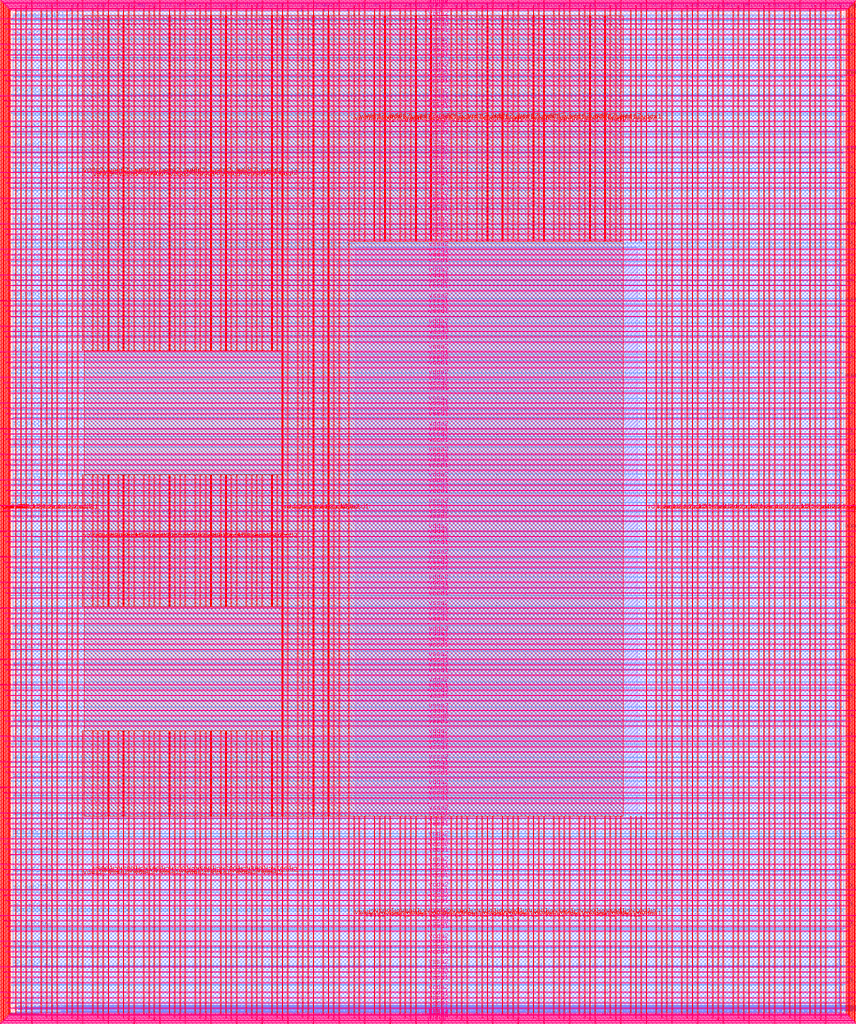
<source format=lef>
VERSION 5.7 ;
  NOWIREEXTENSIONATPIN ON ;
  DIVIDERCHAR "/" ;
  BUSBITCHARS "[]" ;
MACRO user_project_wrapper
  CLASS BLOCK ;
  FOREIGN user_project_wrapper ;
  ORIGIN 0.000 0.000 ;
  SIZE 2920.000 BY 3520.000 ;
  PIN analog_io[0]
    DIRECTION INOUT ;
    USE SIGNAL ;
    PORT
      LAYER met3 ;
        RECT 2917.600 1426.380 2924.800 1427.580 ;
    END
  END analog_io[0]
  PIN analog_io[10]
    DIRECTION INOUT ;
    USE SIGNAL ;
    PORT
      LAYER met2 ;
        RECT 2230.490 3517.600 2231.050 3524.800 ;
    END
  END analog_io[10]
  PIN analog_io[11]
    DIRECTION INOUT ;
    USE SIGNAL ;
    PORT
      LAYER met2 ;
        RECT 1905.730 3517.600 1906.290 3524.800 ;
    END
  END analog_io[11]
  PIN analog_io[12]
    DIRECTION INOUT ;
    USE SIGNAL ;
    PORT
      LAYER met2 ;
        RECT 1581.430 3517.600 1581.990 3524.800 ;
    END
  END analog_io[12]
  PIN analog_io[13]
    DIRECTION INOUT ;
    USE SIGNAL ;
    PORT
      LAYER met2 ;
        RECT 1257.130 3517.600 1257.690 3524.800 ;
    END
  END analog_io[13]
  PIN analog_io[14]
    DIRECTION INOUT ;
    USE SIGNAL ;
    PORT
      LAYER met2 ;
        RECT 932.370 3517.600 932.930 3524.800 ;
    END
  END analog_io[14]
  PIN analog_io[15]
    DIRECTION INOUT ;
    USE SIGNAL ;
    PORT
      LAYER met2 ;
        RECT 608.070 3517.600 608.630 3524.800 ;
    END
  END analog_io[15]
  PIN analog_io[16]
    DIRECTION INOUT ;
    USE SIGNAL ;
    PORT
      LAYER met2 ;
        RECT 283.770 3517.600 284.330 3524.800 ;
    END
  END analog_io[16]
  PIN analog_io[17]
    DIRECTION INOUT ;
    USE SIGNAL ;
    PORT
      LAYER met3 ;
        RECT -4.800 3486.100 2.400 3487.300 ;
    END
  END analog_io[17]
  PIN analog_io[18]
    DIRECTION INOUT ;
    USE SIGNAL ;
    PORT
      LAYER met3 ;
        RECT -4.800 3224.980 2.400 3226.180 ;
    END
  END analog_io[18]
  PIN analog_io[19]
    DIRECTION INOUT ;
    USE SIGNAL ;
    PORT
      LAYER met3 ;
        RECT -4.800 2964.540 2.400 2965.740 ;
    END
  END analog_io[19]
  PIN analog_io[1]
    DIRECTION INOUT ;
    USE SIGNAL ;
    PORT
      LAYER met3 ;
        RECT 2917.600 1692.260 2924.800 1693.460 ;
    END
  END analog_io[1]
  PIN analog_io[20]
    DIRECTION INOUT ;
    USE SIGNAL ;
    PORT
      LAYER met3 ;
        RECT -4.800 2703.420 2.400 2704.620 ;
    END
  END analog_io[20]
  PIN analog_io[21]
    DIRECTION INOUT ;
    USE SIGNAL ;
    PORT
      LAYER met3 ;
        RECT -4.800 2442.980 2.400 2444.180 ;
    END
  END analog_io[21]
  PIN analog_io[22]
    DIRECTION INOUT ;
    USE SIGNAL ;
    PORT
      LAYER met3 ;
        RECT -4.800 2182.540 2.400 2183.740 ;
    END
  END analog_io[22]
  PIN analog_io[23]
    DIRECTION INOUT ;
    USE SIGNAL ;
    PORT
      LAYER met3 ;
        RECT -4.800 1921.420 2.400 1922.620 ;
    END
  END analog_io[23]
  PIN analog_io[24]
    DIRECTION INOUT ;
    USE SIGNAL ;
    PORT
      LAYER met3 ;
        RECT -4.800 1660.980 2.400 1662.180 ;
    END
  END analog_io[24]
  PIN analog_io[25]
    DIRECTION INOUT ;
    USE SIGNAL ;
    PORT
      LAYER met3 ;
        RECT -4.800 1399.860 2.400 1401.060 ;
    END
  END analog_io[25]
  PIN analog_io[26]
    DIRECTION INOUT ;
    USE SIGNAL ;
    PORT
      LAYER met3 ;
        RECT -4.800 1139.420 2.400 1140.620 ;
    END
  END analog_io[26]
  PIN analog_io[27]
    DIRECTION INOUT ;
    USE SIGNAL ;
    PORT
      LAYER met3 ;
        RECT -4.800 878.980 2.400 880.180 ;
    END
  END analog_io[27]
  PIN analog_io[28]
    DIRECTION INOUT ;
    USE SIGNAL ;
    PORT
      LAYER met3 ;
        RECT -4.800 617.860 2.400 619.060 ;
    END
  END analog_io[28]
  PIN analog_io[2]
    DIRECTION INOUT ;
    USE SIGNAL ;
    PORT
      LAYER met3 ;
        RECT 2917.600 1958.140 2924.800 1959.340 ;
    END
  END analog_io[2]
  PIN analog_io[3]
    DIRECTION INOUT ;
    USE SIGNAL ;
    PORT
      LAYER met3 ;
        RECT 2917.600 2223.340 2924.800 2224.540 ;
    END
  END analog_io[3]
  PIN analog_io[4]
    DIRECTION INOUT ;
    USE SIGNAL ;
    PORT
      LAYER met3 ;
        RECT 2917.600 2489.220 2924.800 2490.420 ;
    END
  END analog_io[4]
  PIN analog_io[5]
    DIRECTION INOUT ;
    USE SIGNAL ;
    PORT
      LAYER met3 ;
        RECT 2917.600 2755.100 2924.800 2756.300 ;
    END
  END analog_io[5]
  PIN analog_io[6]
    DIRECTION INOUT ;
    USE SIGNAL ;
    PORT
      LAYER met3 ;
        RECT 2917.600 3020.300 2924.800 3021.500 ;
    END
  END analog_io[6]
  PIN analog_io[7]
    DIRECTION INOUT ;
    USE SIGNAL ;
    PORT
      LAYER met3 ;
        RECT 2917.600 3286.180 2924.800 3287.380 ;
    END
  END analog_io[7]
  PIN analog_io[8]
    DIRECTION INOUT ;
    USE SIGNAL ;
    PORT
      LAYER met2 ;
        RECT 2879.090 3517.600 2879.650 3524.800 ;
    END
  END analog_io[8]
  PIN analog_io[9]
    DIRECTION INOUT ;
    USE SIGNAL ;
    PORT
      LAYER met2 ;
        RECT 2554.790 3517.600 2555.350 3524.800 ;
    END
  END analog_io[9]
  PIN io_in[0]
    DIRECTION INPUT ;
    USE SIGNAL ;
    PORT
      LAYER met3 ;
        RECT 2917.600 32.380 2924.800 33.580 ;
    END
  END io_in[0]
  PIN io_in[10]
    DIRECTION INPUT ;
    USE SIGNAL ;
    PORT
      LAYER met3 ;
        RECT 2917.600 2289.980 2924.800 2291.180 ;
    END
  END io_in[10]
  PIN io_in[11]
    DIRECTION INPUT ;
    USE SIGNAL ;
    PORT
      LAYER met3 ;
        RECT 2917.600 2555.860 2924.800 2557.060 ;
    END
  END io_in[11]
  PIN io_in[12]
    DIRECTION INPUT ;
    USE SIGNAL ;
    PORT
      LAYER met3 ;
        RECT 2917.600 2821.060 2924.800 2822.260 ;
    END
  END io_in[12]
  PIN io_in[13]
    DIRECTION INPUT ;
    USE SIGNAL ;
    PORT
      LAYER met3 ;
        RECT 2917.600 3086.940 2924.800 3088.140 ;
    END
  END io_in[13]
  PIN io_in[14]
    DIRECTION INPUT ;
    USE SIGNAL ;
    PORT
      LAYER met3 ;
        RECT 2917.600 3352.820 2924.800 3354.020 ;
    END
  END io_in[14]
  PIN io_in[15]
    DIRECTION INPUT ;
    USE SIGNAL ;
    PORT
      LAYER met2 ;
        RECT 2798.130 3517.600 2798.690 3524.800 ;
    END
  END io_in[15]
  PIN io_in[16]
    DIRECTION INPUT ;
    USE SIGNAL ;
    PORT
      LAYER met2 ;
        RECT 2473.830 3517.600 2474.390 3524.800 ;
    END
  END io_in[16]
  PIN io_in[17]
    DIRECTION INPUT ;
    USE SIGNAL ;
    PORT
      LAYER met2 ;
        RECT 2149.070 3517.600 2149.630 3524.800 ;
    END
  END io_in[17]
  PIN io_in[18]
    DIRECTION INPUT ;
    USE SIGNAL ;
    PORT
      LAYER met2 ;
        RECT 1824.770 3517.600 1825.330 3524.800 ;
    END
  END io_in[18]
  PIN io_in[19]
    DIRECTION INPUT ;
    USE SIGNAL ;
    PORT
      LAYER met2 ;
        RECT 1500.470 3517.600 1501.030 3524.800 ;
    END
  END io_in[19]
  PIN io_in[1]
    DIRECTION INPUT ;
    USE SIGNAL ;
    PORT
      LAYER met3 ;
        RECT 2917.600 230.940 2924.800 232.140 ;
    END
  END io_in[1]
  PIN io_in[20]
    DIRECTION INPUT ;
    USE SIGNAL ;
    PORT
      LAYER met2 ;
        RECT 1175.710 3517.600 1176.270 3524.800 ;
    END
  END io_in[20]
  PIN io_in[21]
    DIRECTION INPUT ;
    USE SIGNAL ;
    PORT
      LAYER met2 ;
        RECT 851.410 3517.600 851.970 3524.800 ;
    END
  END io_in[21]
  PIN io_in[22]
    DIRECTION INPUT ;
    USE SIGNAL ;
    PORT
      LAYER met2 ;
        RECT 527.110 3517.600 527.670 3524.800 ;
    END
  END io_in[22]
  PIN io_in[23]
    DIRECTION INPUT ;
    USE SIGNAL ;
    PORT
      LAYER met2 ;
        RECT 202.350 3517.600 202.910 3524.800 ;
    END
  END io_in[23]
  PIN io_in[24]
    DIRECTION INPUT ;
    USE SIGNAL ;
    PORT
      LAYER met3 ;
        RECT -4.800 3420.820 2.400 3422.020 ;
    END
  END io_in[24]
  PIN io_in[25]
    DIRECTION INPUT ;
    USE SIGNAL ;
    PORT
      LAYER met3 ;
        RECT -4.800 3159.700 2.400 3160.900 ;
    END
  END io_in[25]
  PIN io_in[26]
    DIRECTION INPUT ;
    USE SIGNAL ;
    PORT
      LAYER met3 ;
        RECT -4.800 2899.260 2.400 2900.460 ;
    END
  END io_in[26]
  PIN io_in[27]
    DIRECTION INPUT ;
    USE SIGNAL ;
    PORT
      LAYER met3 ;
        RECT -4.800 2638.820 2.400 2640.020 ;
    END
  END io_in[27]
  PIN io_in[28]
    DIRECTION INPUT ;
    USE SIGNAL ;
    PORT
      LAYER met3 ;
        RECT -4.800 2377.700 2.400 2378.900 ;
    END
  END io_in[28]
  PIN io_in[29]
    DIRECTION INPUT ;
    USE SIGNAL ;
    PORT
      LAYER met3 ;
        RECT -4.800 2117.260 2.400 2118.460 ;
    END
  END io_in[29]
  PIN io_in[2]
    DIRECTION INPUT ;
    USE SIGNAL ;
    PORT
      LAYER met3 ;
        RECT 2917.600 430.180 2924.800 431.380 ;
    END
  END io_in[2]
  PIN io_in[30]
    DIRECTION INPUT ;
    USE SIGNAL ;
    PORT
      LAYER met3 ;
        RECT -4.800 1856.140 2.400 1857.340 ;
    END
  END io_in[30]
  PIN io_in[31]
    DIRECTION INPUT ;
    USE SIGNAL ;
    PORT
      LAYER met3 ;
        RECT -4.800 1595.700 2.400 1596.900 ;
    END
  END io_in[31]
  PIN io_in[32]
    DIRECTION INPUT ;
    USE SIGNAL ;
    PORT
      LAYER met3 ;
        RECT -4.800 1335.260 2.400 1336.460 ;
    END
  END io_in[32]
  PIN io_in[33]
    DIRECTION INPUT ;
    USE SIGNAL ;
    PORT
      LAYER met3 ;
        RECT -4.800 1074.140 2.400 1075.340 ;
    END
  END io_in[33]
  PIN io_in[34]
    DIRECTION INPUT ;
    USE SIGNAL ;
    PORT
      LAYER met3 ;
        RECT -4.800 813.700 2.400 814.900 ;
    END
  END io_in[34]
  PIN io_in[35]
    DIRECTION INPUT ;
    USE SIGNAL ;
    PORT
      LAYER met3 ;
        RECT -4.800 552.580 2.400 553.780 ;
    END
  END io_in[35]
  PIN io_in[36]
    DIRECTION INPUT ;
    USE SIGNAL ;
    PORT
      LAYER met3 ;
        RECT -4.800 357.420 2.400 358.620 ;
    END
  END io_in[36]
  PIN io_in[37]
    DIRECTION INPUT ;
    USE SIGNAL ;
    PORT
      LAYER met3 ;
        RECT -4.800 161.580 2.400 162.780 ;
    END
  END io_in[37]
  PIN io_in[3]
    DIRECTION INPUT ;
    USE SIGNAL ;
    PORT
      LAYER met3 ;
        RECT 2917.600 629.420 2924.800 630.620 ;
    END
  END io_in[3]
  PIN io_in[4]
    DIRECTION INPUT ;
    USE SIGNAL ;
    PORT
      LAYER met3 ;
        RECT 2917.600 828.660 2924.800 829.860 ;
    END
  END io_in[4]
  PIN io_in[5]
    DIRECTION INPUT ;
    USE SIGNAL ;
    PORT
      LAYER met3 ;
        RECT 2917.600 1027.900 2924.800 1029.100 ;
    END
  END io_in[5]
  PIN io_in[6]
    DIRECTION INPUT ;
    USE SIGNAL ;
    PORT
      LAYER met3 ;
        RECT 2917.600 1227.140 2924.800 1228.340 ;
    END
  END io_in[6]
  PIN io_in[7]
    DIRECTION INPUT ;
    USE SIGNAL ;
    PORT
      LAYER met3 ;
        RECT 2917.600 1493.020 2924.800 1494.220 ;
    END
  END io_in[7]
  PIN io_in[8]
    DIRECTION INPUT ;
    USE SIGNAL ;
    PORT
      LAYER met3 ;
        RECT 2917.600 1758.900 2924.800 1760.100 ;
    END
  END io_in[8]
  PIN io_in[9]
    DIRECTION INPUT ;
    USE SIGNAL ;
    PORT
      LAYER met3 ;
        RECT 2917.600 2024.100 2924.800 2025.300 ;
    END
  END io_in[9]
  PIN io_oeb[0]
    DIRECTION OUTPUT TRISTATE ;
    USE SIGNAL ;
    PORT
      LAYER met3 ;
        RECT 2917.600 164.980 2924.800 166.180 ;
    END
  END io_oeb[0]
  PIN io_oeb[10]
    DIRECTION OUTPUT TRISTATE ;
    USE SIGNAL ;
    PORT
      LAYER met3 ;
        RECT 2917.600 2422.580 2924.800 2423.780 ;
    END
  END io_oeb[10]
  PIN io_oeb[11]
    DIRECTION OUTPUT TRISTATE ;
    USE SIGNAL ;
    PORT
      LAYER met3 ;
        RECT 2917.600 2688.460 2924.800 2689.660 ;
    END
  END io_oeb[11]
  PIN io_oeb[12]
    DIRECTION OUTPUT TRISTATE ;
    USE SIGNAL ;
    PORT
      LAYER met3 ;
        RECT 2917.600 2954.340 2924.800 2955.540 ;
    END
  END io_oeb[12]
  PIN io_oeb[13]
    DIRECTION OUTPUT TRISTATE ;
    USE SIGNAL ;
    PORT
      LAYER met3 ;
        RECT 2917.600 3219.540 2924.800 3220.740 ;
    END
  END io_oeb[13]
  PIN io_oeb[14]
    DIRECTION OUTPUT TRISTATE ;
    USE SIGNAL ;
    PORT
      LAYER met3 ;
        RECT 2917.600 3485.420 2924.800 3486.620 ;
    END
  END io_oeb[14]
  PIN io_oeb[15]
    DIRECTION OUTPUT TRISTATE ;
    USE SIGNAL ;
    PORT
      LAYER met2 ;
        RECT 2635.750 3517.600 2636.310 3524.800 ;
    END
  END io_oeb[15]
  PIN io_oeb[16]
    DIRECTION OUTPUT TRISTATE ;
    USE SIGNAL ;
    PORT
      LAYER met2 ;
        RECT 2311.450 3517.600 2312.010 3524.800 ;
    END
  END io_oeb[16]
  PIN io_oeb[17]
    DIRECTION OUTPUT TRISTATE ;
    USE SIGNAL ;
    PORT
      LAYER met2 ;
        RECT 1987.150 3517.600 1987.710 3524.800 ;
    END
  END io_oeb[17]
  PIN io_oeb[18]
    DIRECTION OUTPUT TRISTATE ;
    USE SIGNAL ;
    PORT
      LAYER met2 ;
        RECT 1662.390 3517.600 1662.950 3524.800 ;
    END
  END io_oeb[18]
  PIN io_oeb[19]
    DIRECTION OUTPUT TRISTATE ;
    USE SIGNAL ;
    PORT
      LAYER met2 ;
        RECT 1338.090 3517.600 1338.650 3524.800 ;
    END
  END io_oeb[19]
  PIN io_oeb[1]
    DIRECTION OUTPUT TRISTATE ;
    USE SIGNAL ;
    PORT
      LAYER met3 ;
        RECT 2917.600 364.220 2924.800 365.420 ;
    END
  END io_oeb[1]
  PIN io_oeb[20]
    DIRECTION OUTPUT TRISTATE ;
    USE SIGNAL ;
    PORT
      LAYER met2 ;
        RECT 1013.790 3517.600 1014.350 3524.800 ;
    END
  END io_oeb[20]
  PIN io_oeb[21]
    DIRECTION OUTPUT TRISTATE ;
    USE SIGNAL ;
    PORT
      LAYER met2 ;
        RECT 689.030 3517.600 689.590 3524.800 ;
    END
  END io_oeb[21]
  PIN io_oeb[22]
    DIRECTION OUTPUT TRISTATE ;
    USE SIGNAL ;
    PORT
      LAYER met2 ;
        RECT 364.730 3517.600 365.290 3524.800 ;
    END
  END io_oeb[22]
  PIN io_oeb[23]
    DIRECTION OUTPUT TRISTATE ;
    USE SIGNAL ;
    PORT
      LAYER met2 ;
        RECT 40.430 3517.600 40.990 3524.800 ;
    END
  END io_oeb[23]
  PIN io_oeb[24]
    DIRECTION OUTPUT TRISTATE ;
    USE SIGNAL ;
    PORT
      LAYER met3 ;
        RECT -4.800 3290.260 2.400 3291.460 ;
    END
  END io_oeb[24]
  PIN io_oeb[25]
    DIRECTION OUTPUT TRISTATE ;
    USE SIGNAL ;
    PORT
      LAYER met3 ;
        RECT -4.800 3029.820 2.400 3031.020 ;
    END
  END io_oeb[25]
  PIN io_oeb[26]
    DIRECTION OUTPUT TRISTATE ;
    USE SIGNAL ;
    PORT
      LAYER met3 ;
        RECT -4.800 2768.700 2.400 2769.900 ;
    END
  END io_oeb[26]
  PIN io_oeb[27]
    DIRECTION OUTPUT TRISTATE ;
    USE SIGNAL ;
    PORT
      LAYER met3 ;
        RECT -4.800 2508.260 2.400 2509.460 ;
    END
  END io_oeb[27]
  PIN io_oeb[28]
    DIRECTION OUTPUT TRISTATE ;
    USE SIGNAL ;
    PORT
      LAYER met3 ;
        RECT -4.800 2247.140 2.400 2248.340 ;
    END
  END io_oeb[28]
  PIN io_oeb[29]
    DIRECTION OUTPUT TRISTATE ;
    USE SIGNAL ;
    PORT
      LAYER met3 ;
        RECT -4.800 1986.700 2.400 1987.900 ;
    END
  END io_oeb[29]
  PIN io_oeb[2]
    DIRECTION OUTPUT TRISTATE ;
    USE SIGNAL ;
    PORT
      LAYER met3 ;
        RECT 2917.600 563.460 2924.800 564.660 ;
    END
  END io_oeb[2]
  PIN io_oeb[30]
    DIRECTION OUTPUT TRISTATE ;
    USE SIGNAL ;
    PORT
      LAYER met3 ;
        RECT -4.800 1726.260 2.400 1727.460 ;
    END
  END io_oeb[30]
  PIN io_oeb[31]
    DIRECTION OUTPUT TRISTATE ;
    USE SIGNAL ;
    PORT
      LAYER met3 ;
        RECT -4.800 1465.140 2.400 1466.340 ;
    END
  END io_oeb[31]
  PIN io_oeb[32]
    DIRECTION OUTPUT TRISTATE ;
    USE SIGNAL ;
    PORT
      LAYER met3 ;
        RECT -4.800 1204.700 2.400 1205.900 ;
    END
  END io_oeb[32]
  PIN io_oeb[33]
    DIRECTION OUTPUT TRISTATE ;
    USE SIGNAL ;
    PORT
      LAYER met3 ;
        RECT -4.800 943.580 2.400 944.780 ;
    END
  END io_oeb[33]
  PIN io_oeb[34]
    DIRECTION OUTPUT TRISTATE ;
    USE SIGNAL ;
    PORT
      LAYER met3 ;
        RECT -4.800 683.140 2.400 684.340 ;
    END
  END io_oeb[34]
  PIN io_oeb[35]
    DIRECTION OUTPUT TRISTATE ;
    USE SIGNAL ;
    PORT
      LAYER met3 ;
        RECT -4.800 422.700 2.400 423.900 ;
    END
  END io_oeb[35]
  PIN io_oeb[36]
    DIRECTION OUTPUT TRISTATE ;
    USE SIGNAL ;
    PORT
      LAYER met3 ;
        RECT -4.800 226.860 2.400 228.060 ;
    END
  END io_oeb[36]
  PIN io_oeb[37]
    DIRECTION OUTPUT TRISTATE ;
    USE SIGNAL ;
    PORT
      LAYER met3 ;
        RECT -4.800 31.700 2.400 32.900 ;
    END
  END io_oeb[37]
  PIN io_oeb[3]
    DIRECTION OUTPUT TRISTATE ;
    USE SIGNAL ;
    PORT
      LAYER met3 ;
        RECT 2917.600 762.700 2924.800 763.900 ;
    END
  END io_oeb[3]
  PIN io_oeb[4]
    DIRECTION OUTPUT TRISTATE ;
    USE SIGNAL ;
    PORT
      LAYER met3 ;
        RECT 2917.600 961.940 2924.800 963.140 ;
    END
  END io_oeb[4]
  PIN io_oeb[5]
    DIRECTION OUTPUT TRISTATE ;
    USE SIGNAL ;
    PORT
      LAYER met3 ;
        RECT 2917.600 1161.180 2924.800 1162.380 ;
    END
  END io_oeb[5]
  PIN io_oeb[6]
    DIRECTION OUTPUT TRISTATE ;
    USE SIGNAL ;
    PORT
      LAYER met3 ;
        RECT 2917.600 1360.420 2924.800 1361.620 ;
    END
  END io_oeb[6]
  PIN io_oeb[7]
    DIRECTION OUTPUT TRISTATE ;
    USE SIGNAL ;
    PORT
      LAYER met3 ;
        RECT 2917.600 1625.620 2924.800 1626.820 ;
    END
  END io_oeb[7]
  PIN io_oeb[8]
    DIRECTION OUTPUT TRISTATE ;
    USE SIGNAL ;
    PORT
      LAYER met3 ;
        RECT 2917.600 1891.500 2924.800 1892.700 ;
    END
  END io_oeb[8]
  PIN io_oeb[9]
    DIRECTION OUTPUT TRISTATE ;
    USE SIGNAL ;
    PORT
      LAYER met3 ;
        RECT 2917.600 2157.380 2924.800 2158.580 ;
    END
  END io_oeb[9]
  PIN io_out[0]
    DIRECTION OUTPUT TRISTATE ;
    USE SIGNAL ;
    PORT
      LAYER met3 ;
        RECT 2917.600 98.340 2924.800 99.540 ;
    END
  END io_out[0]
  PIN io_out[10]
    DIRECTION OUTPUT TRISTATE ;
    USE SIGNAL ;
    PORT
      LAYER met3 ;
        RECT 2917.600 2356.620 2924.800 2357.820 ;
    END
  END io_out[10]
  PIN io_out[11]
    DIRECTION OUTPUT TRISTATE ;
    USE SIGNAL ;
    PORT
      LAYER met3 ;
        RECT 2917.600 2621.820 2924.800 2623.020 ;
    END
  END io_out[11]
  PIN io_out[12]
    DIRECTION OUTPUT TRISTATE ;
    USE SIGNAL ;
    PORT
      LAYER met3 ;
        RECT 2917.600 2887.700 2924.800 2888.900 ;
    END
  END io_out[12]
  PIN io_out[13]
    DIRECTION OUTPUT TRISTATE ;
    USE SIGNAL ;
    PORT
      LAYER met3 ;
        RECT 2917.600 3153.580 2924.800 3154.780 ;
    END
  END io_out[13]
  PIN io_out[14]
    DIRECTION OUTPUT TRISTATE ;
    USE SIGNAL ;
    PORT
      LAYER met3 ;
        RECT 2917.600 3418.780 2924.800 3419.980 ;
    END
  END io_out[14]
  PIN io_out[15]
    DIRECTION OUTPUT TRISTATE ;
    USE SIGNAL ;
    PORT
      LAYER met2 ;
        RECT 2717.170 3517.600 2717.730 3524.800 ;
    END
  END io_out[15]
  PIN io_out[16]
    DIRECTION OUTPUT TRISTATE ;
    USE SIGNAL ;
    PORT
      LAYER met2 ;
        RECT 2392.410 3517.600 2392.970 3524.800 ;
    END
  END io_out[16]
  PIN io_out[17]
    DIRECTION OUTPUT TRISTATE ;
    USE SIGNAL ;
    PORT
      LAYER met2 ;
        RECT 2068.110 3517.600 2068.670 3524.800 ;
    END
  END io_out[17]
  PIN io_out[18]
    DIRECTION OUTPUT TRISTATE ;
    USE SIGNAL ;
    PORT
      LAYER met2 ;
        RECT 1743.810 3517.600 1744.370 3524.800 ;
    END
  END io_out[18]
  PIN io_out[19]
    DIRECTION OUTPUT TRISTATE ;
    USE SIGNAL ;
    PORT
      LAYER met2 ;
        RECT 1419.050 3517.600 1419.610 3524.800 ;
    END
  END io_out[19]
  PIN io_out[1]
    DIRECTION OUTPUT TRISTATE ;
    USE SIGNAL ;
    PORT
      LAYER met3 ;
        RECT 2917.600 297.580 2924.800 298.780 ;
    END
  END io_out[1]
  PIN io_out[20]
    DIRECTION OUTPUT TRISTATE ;
    USE SIGNAL ;
    PORT
      LAYER met2 ;
        RECT 1094.750 3517.600 1095.310 3524.800 ;
    END
  END io_out[20]
  PIN io_out[21]
    DIRECTION OUTPUT TRISTATE ;
    USE SIGNAL ;
    PORT
      LAYER met2 ;
        RECT 770.450 3517.600 771.010 3524.800 ;
    END
  END io_out[21]
  PIN io_out[22]
    DIRECTION OUTPUT TRISTATE ;
    USE SIGNAL ;
    PORT
      LAYER met2 ;
        RECT 445.690 3517.600 446.250 3524.800 ;
    END
  END io_out[22]
  PIN io_out[23]
    DIRECTION OUTPUT TRISTATE ;
    USE SIGNAL ;
    PORT
      LAYER met2 ;
        RECT 121.390 3517.600 121.950 3524.800 ;
    END
  END io_out[23]
  PIN io_out[24]
    DIRECTION OUTPUT TRISTATE ;
    USE SIGNAL ;
    PORT
      LAYER met3 ;
        RECT -4.800 3355.540 2.400 3356.740 ;
    END
  END io_out[24]
  PIN io_out[25]
    DIRECTION OUTPUT TRISTATE ;
    USE SIGNAL ;
    PORT
      LAYER met3 ;
        RECT -4.800 3095.100 2.400 3096.300 ;
    END
  END io_out[25]
  PIN io_out[26]
    DIRECTION OUTPUT TRISTATE ;
    USE SIGNAL ;
    PORT
      LAYER met3 ;
        RECT -4.800 2833.980 2.400 2835.180 ;
    END
  END io_out[26]
  PIN io_out[27]
    DIRECTION OUTPUT TRISTATE ;
    USE SIGNAL ;
    PORT
      LAYER met3 ;
        RECT -4.800 2573.540 2.400 2574.740 ;
    END
  END io_out[27]
  PIN io_out[28]
    DIRECTION OUTPUT TRISTATE ;
    USE SIGNAL ;
    PORT
      LAYER met3 ;
        RECT -4.800 2312.420 2.400 2313.620 ;
    END
  END io_out[28]
  PIN io_out[29]
    DIRECTION OUTPUT TRISTATE ;
    USE SIGNAL ;
    PORT
      LAYER met3 ;
        RECT -4.800 2051.980 2.400 2053.180 ;
    END
  END io_out[29]
  PIN io_out[2]
    DIRECTION OUTPUT TRISTATE ;
    USE SIGNAL ;
    PORT
      LAYER met3 ;
        RECT 2917.600 496.820 2924.800 498.020 ;
    END
  END io_out[2]
  PIN io_out[30]
    DIRECTION OUTPUT TRISTATE ;
    USE SIGNAL ;
    PORT
      LAYER met3 ;
        RECT -4.800 1791.540 2.400 1792.740 ;
    END
  END io_out[30]
  PIN io_out[31]
    DIRECTION OUTPUT TRISTATE ;
    USE SIGNAL ;
    PORT
      LAYER met3 ;
        RECT -4.800 1530.420 2.400 1531.620 ;
    END
  END io_out[31]
  PIN io_out[32]
    DIRECTION OUTPUT TRISTATE ;
    USE SIGNAL ;
    PORT
      LAYER met3 ;
        RECT -4.800 1269.980 2.400 1271.180 ;
    END
  END io_out[32]
  PIN io_out[33]
    DIRECTION OUTPUT TRISTATE ;
    USE SIGNAL ;
    PORT
      LAYER met3 ;
        RECT -4.800 1008.860 2.400 1010.060 ;
    END
  END io_out[33]
  PIN io_out[34]
    DIRECTION OUTPUT TRISTATE ;
    USE SIGNAL ;
    PORT
      LAYER met3 ;
        RECT -4.800 748.420 2.400 749.620 ;
    END
  END io_out[34]
  PIN io_out[35]
    DIRECTION OUTPUT TRISTATE ;
    USE SIGNAL ;
    PORT
      LAYER met3 ;
        RECT -4.800 487.300 2.400 488.500 ;
    END
  END io_out[35]
  PIN io_out[36]
    DIRECTION OUTPUT TRISTATE ;
    USE SIGNAL ;
    PORT
      LAYER met3 ;
        RECT -4.800 292.140 2.400 293.340 ;
    END
  END io_out[36]
  PIN io_out[37]
    DIRECTION OUTPUT TRISTATE ;
    USE SIGNAL ;
    PORT
      LAYER met3 ;
        RECT -4.800 96.300 2.400 97.500 ;
    END
  END io_out[37]
  PIN io_out[3]
    DIRECTION OUTPUT TRISTATE ;
    USE SIGNAL ;
    PORT
      LAYER met3 ;
        RECT 2917.600 696.060 2924.800 697.260 ;
    END
  END io_out[3]
  PIN io_out[4]
    DIRECTION OUTPUT TRISTATE ;
    USE SIGNAL ;
    PORT
      LAYER met3 ;
        RECT 2917.600 895.300 2924.800 896.500 ;
    END
  END io_out[4]
  PIN io_out[5]
    DIRECTION OUTPUT TRISTATE ;
    USE SIGNAL ;
    PORT
      LAYER met3 ;
        RECT 2917.600 1094.540 2924.800 1095.740 ;
    END
  END io_out[5]
  PIN io_out[6]
    DIRECTION OUTPUT TRISTATE ;
    USE SIGNAL ;
    PORT
      LAYER met3 ;
        RECT 2917.600 1293.780 2924.800 1294.980 ;
    END
  END io_out[6]
  PIN io_out[7]
    DIRECTION OUTPUT TRISTATE ;
    USE SIGNAL ;
    PORT
      LAYER met3 ;
        RECT 2917.600 1559.660 2924.800 1560.860 ;
    END
  END io_out[7]
  PIN io_out[8]
    DIRECTION OUTPUT TRISTATE ;
    USE SIGNAL ;
    PORT
      LAYER met3 ;
        RECT 2917.600 1824.860 2924.800 1826.060 ;
    END
  END io_out[8]
  PIN io_out[9]
    DIRECTION OUTPUT TRISTATE ;
    USE SIGNAL ;
    PORT
      LAYER met3 ;
        RECT 2917.600 2090.740 2924.800 2091.940 ;
    END
  END io_out[9]
  PIN la_data_in[0]
    DIRECTION INPUT ;
    USE SIGNAL ;
    PORT
      LAYER met2 ;
        RECT 629.230 -4.800 629.790 2.400 ;
    END
  END la_data_in[0]
  PIN la_data_in[100]
    DIRECTION INPUT ;
    USE SIGNAL ;
    PORT
      LAYER met2 ;
        RECT 2402.530 -4.800 2403.090 2.400 ;
    END
  END la_data_in[100]
  PIN la_data_in[101]
    DIRECTION INPUT ;
    USE SIGNAL ;
    PORT
      LAYER met2 ;
        RECT 2420.010 -4.800 2420.570 2.400 ;
    END
  END la_data_in[101]
  PIN la_data_in[102]
    DIRECTION INPUT ;
    USE SIGNAL ;
    PORT
      LAYER met2 ;
        RECT 2437.950 -4.800 2438.510 2.400 ;
    END
  END la_data_in[102]
  PIN la_data_in[103]
    DIRECTION INPUT ;
    USE SIGNAL ;
    PORT
      LAYER met2 ;
        RECT 2455.430 -4.800 2455.990 2.400 ;
    END
  END la_data_in[103]
  PIN la_data_in[104]
    DIRECTION INPUT ;
    USE SIGNAL ;
    PORT
      LAYER met2 ;
        RECT 2473.370 -4.800 2473.930 2.400 ;
    END
  END la_data_in[104]
  PIN la_data_in[105]
    DIRECTION INPUT ;
    USE SIGNAL ;
    PORT
      LAYER met2 ;
        RECT 2490.850 -4.800 2491.410 2.400 ;
    END
  END la_data_in[105]
  PIN la_data_in[106]
    DIRECTION INPUT ;
    USE SIGNAL ;
    PORT
      LAYER met2 ;
        RECT 2508.790 -4.800 2509.350 2.400 ;
    END
  END la_data_in[106]
  PIN la_data_in[107]
    DIRECTION INPUT ;
    USE SIGNAL ;
    PORT
      LAYER met2 ;
        RECT 2526.730 -4.800 2527.290 2.400 ;
    END
  END la_data_in[107]
  PIN la_data_in[108]
    DIRECTION INPUT ;
    USE SIGNAL ;
    PORT
      LAYER met2 ;
        RECT 2544.210 -4.800 2544.770 2.400 ;
    END
  END la_data_in[108]
  PIN la_data_in[109]
    DIRECTION INPUT ;
    USE SIGNAL ;
    PORT
      LAYER met2 ;
        RECT 2562.150 -4.800 2562.710 2.400 ;
    END
  END la_data_in[109]
  PIN la_data_in[10]
    DIRECTION INPUT ;
    USE SIGNAL ;
    PORT
      LAYER met2 ;
        RECT 806.330 -4.800 806.890 2.400 ;
    END
  END la_data_in[10]
  PIN la_data_in[110]
    DIRECTION INPUT ;
    USE SIGNAL ;
    PORT
      LAYER met2 ;
        RECT 2579.630 -4.800 2580.190 2.400 ;
    END
  END la_data_in[110]
  PIN la_data_in[111]
    DIRECTION INPUT ;
    USE SIGNAL ;
    PORT
      LAYER met2 ;
        RECT 2597.570 -4.800 2598.130 2.400 ;
    END
  END la_data_in[111]
  PIN la_data_in[112]
    DIRECTION INPUT ;
    USE SIGNAL ;
    PORT
      LAYER met2 ;
        RECT 2615.050 -4.800 2615.610 2.400 ;
    END
  END la_data_in[112]
  PIN la_data_in[113]
    DIRECTION INPUT ;
    USE SIGNAL ;
    PORT
      LAYER met2 ;
        RECT 2632.990 -4.800 2633.550 2.400 ;
    END
  END la_data_in[113]
  PIN la_data_in[114]
    DIRECTION INPUT ;
    USE SIGNAL ;
    PORT
      LAYER met2 ;
        RECT 2650.470 -4.800 2651.030 2.400 ;
    END
  END la_data_in[114]
  PIN la_data_in[115]
    DIRECTION INPUT ;
    USE SIGNAL ;
    PORT
      LAYER met2 ;
        RECT 2668.410 -4.800 2668.970 2.400 ;
    END
  END la_data_in[115]
  PIN la_data_in[116]
    DIRECTION INPUT ;
    USE SIGNAL ;
    PORT
      LAYER met2 ;
        RECT 2685.890 -4.800 2686.450 2.400 ;
    END
  END la_data_in[116]
  PIN la_data_in[117]
    DIRECTION INPUT ;
    USE SIGNAL ;
    PORT
      LAYER met2 ;
        RECT 2703.830 -4.800 2704.390 2.400 ;
    END
  END la_data_in[117]
  PIN la_data_in[118]
    DIRECTION INPUT ;
    USE SIGNAL ;
    PORT
      LAYER met2 ;
        RECT 2721.770 -4.800 2722.330 2.400 ;
    END
  END la_data_in[118]
  PIN la_data_in[119]
    DIRECTION INPUT ;
    USE SIGNAL ;
    PORT
      LAYER met2 ;
        RECT 2739.250 -4.800 2739.810 2.400 ;
    END
  END la_data_in[119]
  PIN la_data_in[11]
    DIRECTION INPUT ;
    USE SIGNAL ;
    PORT
      LAYER met2 ;
        RECT 824.270 -4.800 824.830 2.400 ;
    END
  END la_data_in[11]
  PIN la_data_in[120]
    DIRECTION INPUT ;
    USE SIGNAL ;
    PORT
      LAYER met2 ;
        RECT 2757.190 -4.800 2757.750 2.400 ;
    END
  END la_data_in[120]
  PIN la_data_in[121]
    DIRECTION INPUT ;
    USE SIGNAL ;
    PORT
      LAYER met2 ;
        RECT 2774.670 -4.800 2775.230 2.400 ;
    END
  END la_data_in[121]
  PIN la_data_in[122]
    DIRECTION INPUT ;
    USE SIGNAL ;
    PORT
      LAYER met2 ;
        RECT 2792.610 -4.800 2793.170 2.400 ;
    END
  END la_data_in[122]
  PIN la_data_in[123]
    DIRECTION INPUT ;
    USE SIGNAL ;
    PORT
      LAYER met2 ;
        RECT 2810.090 -4.800 2810.650 2.400 ;
    END
  END la_data_in[123]
  PIN la_data_in[124]
    DIRECTION INPUT ;
    USE SIGNAL ;
    PORT
      LAYER met2 ;
        RECT 2828.030 -4.800 2828.590 2.400 ;
    END
  END la_data_in[124]
  PIN la_data_in[125]
    DIRECTION INPUT ;
    USE SIGNAL ;
    PORT
      LAYER met2 ;
        RECT 2845.510 -4.800 2846.070 2.400 ;
    END
  END la_data_in[125]
  PIN la_data_in[126]
    DIRECTION INPUT ;
    USE SIGNAL ;
    PORT
      LAYER met2 ;
        RECT 2863.450 -4.800 2864.010 2.400 ;
    END
  END la_data_in[126]
  PIN la_data_in[127]
    DIRECTION INPUT ;
    USE SIGNAL ;
    PORT
      LAYER met2 ;
        RECT 2881.390 -4.800 2881.950 2.400 ;
    END
  END la_data_in[127]
  PIN la_data_in[12]
    DIRECTION INPUT ;
    USE SIGNAL ;
    PORT
      LAYER met2 ;
        RECT 841.750 -4.800 842.310 2.400 ;
    END
  END la_data_in[12]
  PIN la_data_in[13]
    DIRECTION INPUT ;
    USE SIGNAL ;
    PORT
      LAYER met2 ;
        RECT 859.690 -4.800 860.250 2.400 ;
    END
  END la_data_in[13]
  PIN la_data_in[14]
    DIRECTION INPUT ;
    USE SIGNAL ;
    PORT
      LAYER met2 ;
        RECT 877.170 -4.800 877.730 2.400 ;
    END
  END la_data_in[14]
  PIN la_data_in[15]
    DIRECTION INPUT ;
    USE SIGNAL ;
    PORT
      LAYER met2 ;
        RECT 895.110 -4.800 895.670 2.400 ;
    END
  END la_data_in[15]
  PIN la_data_in[16]
    DIRECTION INPUT ;
    USE SIGNAL ;
    PORT
      LAYER met2 ;
        RECT 912.590 -4.800 913.150 2.400 ;
    END
  END la_data_in[16]
  PIN la_data_in[17]
    DIRECTION INPUT ;
    USE SIGNAL ;
    PORT
      LAYER met2 ;
        RECT 930.530 -4.800 931.090 2.400 ;
    END
  END la_data_in[17]
  PIN la_data_in[18]
    DIRECTION INPUT ;
    USE SIGNAL ;
    PORT
      LAYER met2 ;
        RECT 948.470 -4.800 949.030 2.400 ;
    END
  END la_data_in[18]
  PIN la_data_in[19]
    DIRECTION INPUT ;
    USE SIGNAL ;
    PORT
      LAYER met2 ;
        RECT 965.950 -4.800 966.510 2.400 ;
    END
  END la_data_in[19]
  PIN la_data_in[1]
    DIRECTION INPUT ;
    USE SIGNAL ;
    PORT
      LAYER met2 ;
        RECT 646.710 -4.800 647.270 2.400 ;
    END
  END la_data_in[1]
  PIN la_data_in[20]
    DIRECTION INPUT ;
    USE SIGNAL ;
    PORT
      LAYER met2 ;
        RECT 983.890 -4.800 984.450 2.400 ;
    END
  END la_data_in[20]
  PIN la_data_in[21]
    DIRECTION INPUT ;
    USE SIGNAL ;
    PORT
      LAYER met2 ;
        RECT 1001.370 -4.800 1001.930 2.400 ;
    END
  END la_data_in[21]
  PIN la_data_in[22]
    DIRECTION INPUT ;
    USE SIGNAL ;
    PORT
      LAYER met2 ;
        RECT 1019.310 -4.800 1019.870 2.400 ;
    END
  END la_data_in[22]
  PIN la_data_in[23]
    DIRECTION INPUT ;
    USE SIGNAL ;
    PORT
      LAYER met2 ;
        RECT 1036.790 -4.800 1037.350 2.400 ;
    END
  END la_data_in[23]
  PIN la_data_in[24]
    DIRECTION INPUT ;
    USE SIGNAL ;
    PORT
      LAYER met2 ;
        RECT 1054.730 -4.800 1055.290 2.400 ;
    END
  END la_data_in[24]
  PIN la_data_in[25]
    DIRECTION INPUT ;
    USE SIGNAL ;
    PORT
      LAYER met2 ;
        RECT 1072.210 -4.800 1072.770 2.400 ;
    END
  END la_data_in[25]
  PIN la_data_in[26]
    DIRECTION INPUT ;
    USE SIGNAL ;
    PORT
      LAYER met2 ;
        RECT 1090.150 -4.800 1090.710 2.400 ;
    END
  END la_data_in[26]
  PIN la_data_in[27]
    DIRECTION INPUT ;
    USE SIGNAL ;
    PORT
      LAYER met2 ;
        RECT 1107.630 -4.800 1108.190 2.400 ;
    END
  END la_data_in[27]
  PIN la_data_in[28]
    DIRECTION INPUT ;
    USE SIGNAL ;
    PORT
      LAYER met2 ;
        RECT 1125.570 -4.800 1126.130 2.400 ;
    END
  END la_data_in[28]
  PIN la_data_in[29]
    DIRECTION INPUT ;
    USE SIGNAL ;
    PORT
      LAYER met2 ;
        RECT 1143.510 -4.800 1144.070 2.400 ;
    END
  END la_data_in[29]
  PIN la_data_in[2]
    DIRECTION INPUT ;
    USE SIGNAL ;
    PORT
      LAYER met2 ;
        RECT 664.650 -4.800 665.210 2.400 ;
    END
  END la_data_in[2]
  PIN la_data_in[30]
    DIRECTION INPUT ;
    USE SIGNAL ;
    PORT
      LAYER met2 ;
        RECT 1160.990 -4.800 1161.550 2.400 ;
    END
  END la_data_in[30]
  PIN la_data_in[31]
    DIRECTION INPUT ;
    USE SIGNAL ;
    PORT
      LAYER met2 ;
        RECT 1178.930 -4.800 1179.490 2.400 ;
    END
  END la_data_in[31]
  PIN la_data_in[32]
    DIRECTION INPUT ;
    USE SIGNAL ;
    PORT
      LAYER met2 ;
        RECT 1196.410 -4.800 1196.970 2.400 ;
    END
  END la_data_in[32]
  PIN la_data_in[33]
    DIRECTION INPUT ;
    USE SIGNAL ;
    PORT
      LAYER met2 ;
        RECT 1214.350 -4.800 1214.910 2.400 ;
    END
  END la_data_in[33]
  PIN la_data_in[34]
    DIRECTION INPUT ;
    USE SIGNAL ;
    PORT
      LAYER met2 ;
        RECT 1231.830 -4.800 1232.390 2.400 ;
    END
  END la_data_in[34]
  PIN la_data_in[35]
    DIRECTION INPUT ;
    USE SIGNAL ;
    PORT
      LAYER met2 ;
        RECT 1249.770 -4.800 1250.330 2.400 ;
    END
  END la_data_in[35]
  PIN la_data_in[36]
    DIRECTION INPUT ;
    USE SIGNAL ;
    PORT
      LAYER met2 ;
        RECT 1267.250 -4.800 1267.810 2.400 ;
    END
  END la_data_in[36]
  PIN la_data_in[37]
    DIRECTION INPUT ;
    USE SIGNAL ;
    PORT
      LAYER met2 ;
        RECT 1285.190 -4.800 1285.750 2.400 ;
    END
  END la_data_in[37]
  PIN la_data_in[38]
    DIRECTION INPUT ;
    USE SIGNAL ;
    PORT
      LAYER met2 ;
        RECT 1303.130 -4.800 1303.690 2.400 ;
    END
  END la_data_in[38]
  PIN la_data_in[39]
    DIRECTION INPUT ;
    USE SIGNAL ;
    PORT
      LAYER met2 ;
        RECT 1320.610 -4.800 1321.170 2.400 ;
    END
  END la_data_in[39]
  PIN la_data_in[3]
    DIRECTION INPUT ;
    USE SIGNAL ;
    PORT
      LAYER met2 ;
        RECT 682.130 -4.800 682.690 2.400 ;
    END
  END la_data_in[3]
  PIN la_data_in[40]
    DIRECTION INPUT ;
    USE SIGNAL ;
    PORT
      LAYER met2 ;
        RECT 1338.550 -4.800 1339.110 2.400 ;
    END
  END la_data_in[40]
  PIN la_data_in[41]
    DIRECTION INPUT ;
    USE SIGNAL ;
    PORT
      LAYER met2 ;
        RECT 1356.030 -4.800 1356.590 2.400 ;
    END
  END la_data_in[41]
  PIN la_data_in[42]
    DIRECTION INPUT ;
    USE SIGNAL ;
    PORT
      LAYER met2 ;
        RECT 1373.970 -4.800 1374.530 2.400 ;
    END
  END la_data_in[42]
  PIN la_data_in[43]
    DIRECTION INPUT ;
    USE SIGNAL ;
    PORT
      LAYER met2 ;
        RECT 1391.450 -4.800 1392.010 2.400 ;
    END
  END la_data_in[43]
  PIN la_data_in[44]
    DIRECTION INPUT ;
    USE SIGNAL ;
    PORT
      LAYER met2 ;
        RECT 1409.390 -4.800 1409.950 2.400 ;
    END
  END la_data_in[44]
  PIN la_data_in[45]
    DIRECTION INPUT ;
    USE SIGNAL ;
    PORT
      LAYER met2 ;
        RECT 1426.870 -4.800 1427.430 2.400 ;
    END
  END la_data_in[45]
  PIN la_data_in[46]
    DIRECTION INPUT ;
    USE SIGNAL ;
    PORT
      LAYER met2 ;
        RECT 1444.810 -4.800 1445.370 2.400 ;
    END
  END la_data_in[46]
  PIN la_data_in[47]
    DIRECTION INPUT ;
    USE SIGNAL ;
    PORT
      LAYER met2 ;
        RECT 1462.750 -4.800 1463.310 2.400 ;
    END
  END la_data_in[47]
  PIN la_data_in[48]
    DIRECTION INPUT ;
    USE SIGNAL ;
    PORT
      LAYER met2 ;
        RECT 1480.230 -4.800 1480.790 2.400 ;
    END
  END la_data_in[48]
  PIN la_data_in[49]
    DIRECTION INPUT ;
    USE SIGNAL ;
    PORT
      LAYER met2 ;
        RECT 1498.170 -4.800 1498.730 2.400 ;
    END
  END la_data_in[49]
  PIN la_data_in[4]
    DIRECTION INPUT ;
    USE SIGNAL ;
    PORT
      LAYER met2 ;
        RECT 700.070 -4.800 700.630 2.400 ;
    END
  END la_data_in[4]
  PIN la_data_in[50]
    DIRECTION INPUT ;
    USE SIGNAL ;
    PORT
      LAYER met2 ;
        RECT 1515.650 -4.800 1516.210 2.400 ;
    END
  END la_data_in[50]
  PIN la_data_in[51]
    DIRECTION INPUT ;
    USE SIGNAL ;
    PORT
      LAYER met2 ;
        RECT 1533.590 -4.800 1534.150 2.400 ;
    END
  END la_data_in[51]
  PIN la_data_in[52]
    DIRECTION INPUT ;
    USE SIGNAL ;
    PORT
      LAYER met2 ;
        RECT 1551.070 -4.800 1551.630 2.400 ;
    END
  END la_data_in[52]
  PIN la_data_in[53]
    DIRECTION INPUT ;
    USE SIGNAL ;
    PORT
      LAYER met2 ;
        RECT 1569.010 -4.800 1569.570 2.400 ;
    END
  END la_data_in[53]
  PIN la_data_in[54]
    DIRECTION INPUT ;
    USE SIGNAL ;
    PORT
      LAYER met2 ;
        RECT 1586.490 -4.800 1587.050 2.400 ;
    END
  END la_data_in[54]
  PIN la_data_in[55]
    DIRECTION INPUT ;
    USE SIGNAL ;
    PORT
      LAYER met2 ;
        RECT 1604.430 -4.800 1604.990 2.400 ;
    END
  END la_data_in[55]
  PIN la_data_in[56]
    DIRECTION INPUT ;
    USE SIGNAL ;
    PORT
      LAYER met2 ;
        RECT 1621.910 -4.800 1622.470 2.400 ;
    END
  END la_data_in[56]
  PIN la_data_in[57]
    DIRECTION INPUT ;
    USE SIGNAL ;
    PORT
      LAYER met2 ;
        RECT 1639.850 -4.800 1640.410 2.400 ;
    END
  END la_data_in[57]
  PIN la_data_in[58]
    DIRECTION INPUT ;
    USE SIGNAL ;
    PORT
      LAYER met2 ;
        RECT 1657.790 -4.800 1658.350 2.400 ;
    END
  END la_data_in[58]
  PIN la_data_in[59]
    DIRECTION INPUT ;
    USE SIGNAL ;
    PORT
      LAYER met2 ;
        RECT 1675.270 -4.800 1675.830 2.400 ;
    END
  END la_data_in[59]
  PIN la_data_in[5]
    DIRECTION INPUT ;
    USE SIGNAL ;
    PORT
      LAYER met2 ;
        RECT 717.550 -4.800 718.110 2.400 ;
    END
  END la_data_in[5]
  PIN la_data_in[60]
    DIRECTION INPUT ;
    USE SIGNAL ;
    PORT
      LAYER met2 ;
        RECT 1693.210 -4.800 1693.770 2.400 ;
    END
  END la_data_in[60]
  PIN la_data_in[61]
    DIRECTION INPUT ;
    USE SIGNAL ;
    PORT
      LAYER met2 ;
        RECT 1710.690 -4.800 1711.250 2.400 ;
    END
  END la_data_in[61]
  PIN la_data_in[62]
    DIRECTION INPUT ;
    USE SIGNAL ;
    PORT
      LAYER met2 ;
        RECT 1728.630 -4.800 1729.190 2.400 ;
    END
  END la_data_in[62]
  PIN la_data_in[63]
    DIRECTION INPUT ;
    USE SIGNAL ;
    PORT
      LAYER met2 ;
        RECT 1746.110 -4.800 1746.670 2.400 ;
    END
  END la_data_in[63]
  PIN la_data_in[64]
    DIRECTION INPUT ;
    USE SIGNAL ;
    PORT
      LAYER met2 ;
        RECT 1764.050 -4.800 1764.610 2.400 ;
    END
  END la_data_in[64]
  PIN la_data_in[65]
    DIRECTION INPUT ;
    USE SIGNAL ;
    PORT
      LAYER met2 ;
        RECT 1781.530 -4.800 1782.090 2.400 ;
    END
  END la_data_in[65]
  PIN la_data_in[66]
    DIRECTION INPUT ;
    USE SIGNAL ;
    PORT
      LAYER met2 ;
        RECT 1799.470 -4.800 1800.030 2.400 ;
    END
  END la_data_in[66]
  PIN la_data_in[67]
    DIRECTION INPUT ;
    USE SIGNAL ;
    PORT
      LAYER met2 ;
        RECT 1817.410 -4.800 1817.970 2.400 ;
    END
  END la_data_in[67]
  PIN la_data_in[68]
    DIRECTION INPUT ;
    USE SIGNAL ;
    PORT
      LAYER met2 ;
        RECT 1834.890 -4.800 1835.450 2.400 ;
    END
  END la_data_in[68]
  PIN la_data_in[69]
    DIRECTION INPUT ;
    USE SIGNAL ;
    PORT
      LAYER met2 ;
        RECT 1852.830 -4.800 1853.390 2.400 ;
    END
  END la_data_in[69]
  PIN la_data_in[6]
    DIRECTION INPUT ;
    USE SIGNAL ;
    PORT
      LAYER met2 ;
        RECT 735.490 -4.800 736.050 2.400 ;
    END
  END la_data_in[6]
  PIN la_data_in[70]
    DIRECTION INPUT ;
    USE SIGNAL ;
    PORT
      LAYER met2 ;
        RECT 1870.310 -4.800 1870.870 2.400 ;
    END
  END la_data_in[70]
  PIN la_data_in[71]
    DIRECTION INPUT ;
    USE SIGNAL ;
    PORT
      LAYER met2 ;
        RECT 1888.250 -4.800 1888.810 2.400 ;
    END
  END la_data_in[71]
  PIN la_data_in[72]
    DIRECTION INPUT ;
    USE SIGNAL ;
    PORT
      LAYER met2 ;
        RECT 1905.730 -4.800 1906.290 2.400 ;
    END
  END la_data_in[72]
  PIN la_data_in[73]
    DIRECTION INPUT ;
    USE SIGNAL ;
    PORT
      LAYER met2 ;
        RECT 1923.670 -4.800 1924.230 2.400 ;
    END
  END la_data_in[73]
  PIN la_data_in[74]
    DIRECTION INPUT ;
    USE SIGNAL ;
    PORT
      LAYER met2 ;
        RECT 1941.150 -4.800 1941.710 2.400 ;
    END
  END la_data_in[74]
  PIN la_data_in[75]
    DIRECTION INPUT ;
    USE SIGNAL ;
    PORT
      LAYER met2 ;
        RECT 1959.090 -4.800 1959.650 2.400 ;
    END
  END la_data_in[75]
  PIN la_data_in[76]
    DIRECTION INPUT ;
    USE SIGNAL ;
    PORT
      LAYER met2 ;
        RECT 1976.570 -4.800 1977.130 2.400 ;
    END
  END la_data_in[76]
  PIN la_data_in[77]
    DIRECTION INPUT ;
    USE SIGNAL ;
    PORT
      LAYER met2 ;
        RECT 1994.510 -4.800 1995.070 2.400 ;
    END
  END la_data_in[77]
  PIN la_data_in[78]
    DIRECTION INPUT ;
    USE SIGNAL ;
    PORT
      LAYER met2 ;
        RECT 2012.450 -4.800 2013.010 2.400 ;
    END
  END la_data_in[78]
  PIN la_data_in[79]
    DIRECTION INPUT ;
    USE SIGNAL ;
    PORT
      LAYER met2 ;
        RECT 2029.930 -4.800 2030.490 2.400 ;
    END
  END la_data_in[79]
  PIN la_data_in[7]
    DIRECTION INPUT ;
    USE SIGNAL ;
    PORT
      LAYER met2 ;
        RECT 752.970 -4.800 753.530 2.400 ;
    END
  END la_data_in[7]
  PIN la_data_in[80]
    DIRECTION INPUT ;
    USE SIGNAL ;
    PORT
      LAYER met2 ;
        RECT 2047.870 -4.800 2048.430 2.400 ;
    END
  END la_data_in[80]
  PIN la_data_in[81]
    DIRECTION INPUT ;
    USE SIGNAL ;
    PORT
      LAYER met2 ;
        RECT 2065.350 -4.800 2065.910 2.400 ;
    END
  END la_data_in[81]
  PIN la_data_in[82]
    DIRECTION INPUT ;
    USE SIGNAL ;
    PORT
      LAYER met2 ;
        RECT 2083.290 -4.800 2083.850 2.400 ;
    END
  END la_data_in[82]
  PIN la_data_in[83]
    DIRECTION INPUT ;
    USE SIGNAL ;
    PORT
      LAYER met2 ;
        RECT 2100.770 -4.800 2101.330 2.400 ;
    END
  END la_data_in[83]
  PIN la_data_in[84]
    DIRECTION INPUT ;
    USE SIGNAL ;
    PORT
      LAYER met2 ;
        RECT 2118.710 -4.800 2119.270 2.400 ;
    END
  END la_data_in[84]
  PIN la_data_in[85]
    DIRECTION INPUT ;
    USE SIGNAL ;
    PORT
      LAYER met2 ;
        RECT 2136.190 -4.800 2136.750 2.400 ;
    END
  END la_data_in[85]
  PIN la_data_in[86]
    DIRECTION INPUT ;
    USE SIGNAL ;
    PORT
      LAYER met2 ;
        RECT 2154.130 -4.800 2154.690 2.400 ;
    END
  END la_data_in[86]
  PIN la_data_in[87]
    DIRECTION INPUT ;
    USE SIGNAL ;
    PORT
      LAYER met2 ;
        RECT 2172.070 -4.800 2172.630 2.400 ;
    END
  END la_data_in[87]
  PIN la_data_in[88]
    DIRECTION INPUT ;
    USE SIGNAL ;
    PORT
      LAYER met2 ;
        RECT 2189.550 -4.800 2190.110 2.400 ;
    END
  END la_data_in[88]
  PIN la_data_in[89]
    DIRECTION INPUT ;
    USE SIGNAL ;
    PORT
      LAYER met2 ;
        RECT 2207.490 -4.800 2208.050 2.400 ;
    END
  END la_data_in[89]
  PIN la_data_in[8]
    DIRECTION INPUT ;
    USE SIGNAL ;
    PORT
      LAYER met2 ;
        RECT 770.910 -4.800 771.470 2.400 ;
    END
  END la_data_in[8]
  PIN la_data_in[90]
    DIRECTION INPUT ;
    USE SIGNAL ;
    PORT
      LAYER met2 ;
        RECT 2224.970 -4.800 2225.530 2.400 ;
    END
  END la_data_in[90]
  PIN la_data_in[91]
    DIRECTION INPUT ;
    USE SIGNAL ;
    PORT
      LAYER met2 ;
        RECT 2242.910 -4.800 2243.470 2.400 ;
    END
  END la_data_in[91]
  PIN la_data_in[92]
    DIRECTION INPUT ;
    USE SIGNAL ;
    PORT
      LAYER met2 ;
        RECT 2260.390 -4.800 2260.950 2.400 ;
    END
  END la_data_in[92]
  PIN la_data_in[93]
    DIRECTION INPUT ;
    USE SIGNAL ;
    PORT
      LAYER met2 ;
        RECT 2278.330 -4.800 2278.890 2.400 ;
    END
  END la_data_in[93]
  PIN la_data_in[94]
    DIRECTION INPUT ;
    USE SIGNAL ;
    PORT
      LAYER met2 ;
        RECT 2295.810 -4.800 2296.370 2.400 ;
    END
  END la_data_in[94]
  PIN la_data_in[95]
    DIRECTION INPUT ;
    USE SIGNAL ;
    PORT
      LAYER met2 ;
        RECT 2313.750 -4.800 2314.310 2.400 ;
    END
  END la_data_in[95]
  PIN la_data_in[96]
    DIRECTION INPUT ;
    USE SIGNAL ;
    PORT
      LAYER met2 ;
        RECT 2331.230 -4.800 2331.790 2.400 ;
    END
  END la_data_in[96]
  PIN la_data_in[97]
    DIRECTION INPUT ;
    USE SIGNAL ;
    PORT
      LAYER met2 ;
        RECT 2349.170 -4.800 2349.730 2.400 ;
    END
  END la_data_in[97]
  PIN la_data_in[98]
    DIRECTION INPUT ;
    USE SIGNAL ;
    PORT
      LAYER met2 ;
        RECT 2367.110 -4.800 2367.670 2.400 ;
    END
  END la_data_in[98]
  PIN la_data_in[99]
    DIRECTION INPUT ;
    USE SIGNAL ;
    PORT
      LAYER met2 ;
        RECT 2384.590 -4.800 2385.150 2.400 ;
    END
  END la_data_in[99]
  PIN la_data_in[9]
    DIRECTION INPUT ;
    USE SIGNAL ;
    PORT
      LAYER met2 ;
        RECT 788.850 -4.800 789.410 2.400 ;
    END
  END la_data_in[9]
  PIN la_data_out[0]
    DIRECTION OUTPUT TRISTATE ;
    USE SIGNAL ;
    PORT
      LAYER met2 ;
        RECT 634.750 -4.800 635.310 2.400 ;
    END
  END la_data_out[0]
  PIN la_data_out[100]
    DIRECTION OUTPUT TRISTATE ;
    USE SIGNAL ;
    PORT
      LAYER met2 ;
        RECT 2408.510 -4.800 2409.070 2.400 ;
    END
  END la_data_out[100]
  PIN la_data_out[101]
    DIRECTION OUTPUT TRISTATE ;
    USE SIGNAL ;
    PORT
      LAYER met2 ;
        RECT 2425.990 -4.800 2426.550 2.400 ;
    END
  END la_data_out[101]
  PIN la_data_out[102]
    DIRECTION OUTPUT TRISTATE ;
    USE SIGNAL ;
    PORT
      LAYER met2 ;
        RECT 2443.930 -4.800 2444.490 2.400 ;
    END
  END la_data_out[102]
  PIN la_data_out[103]
    DIRECTION OUTPUT TRISTATE ;
    USE SIGNAL ;
    PORT
      LAYER met2 ;
        RECT 2461.410 -4.800 2461.970 2.400 ;
    END
  END la_data_out[103]
  PIN la_data_out[104]
    DIRECTION OUTPUT TRISTATE ;
    USE SIGNAL ;
    PORT
      LAYER met2 ;
        RECT 2479.350 -4.800 2479.910 2.400 ;
    END
  END la_data_out[104]
  PIN la_data_out[105]
    DIRECTION OUTPUT TRISTATE ;
    USE SIGNAL ;
    PORT
      LAYER met2 ;
        RECT 2496.830 -4.800 2497.390 2.400 ;
    END
  END la_data_out[105]
  PIN la_data_out[106]
    DIRECTION OUTPUT TRISTATE ;
    USE SIGNAL ;
    PORT
      LAYER met2 ;
        RECT 2514.770 -4.800 2515.330 2.400 ;
    END
  END la_data_out[106]
  PIN la_data_out[107]
    DIRECTION OUTPUT TRISTATE ;
    USE SIGNAL ;
    PORT
      LAYER met2 ;
        RECT 2532.250 -4.800 2532.810 2.400 ;
    END
  END la_data_out[107]
  PIN la_data_out[108]
    DIRECTION OUTPUT TRISTATE ;
    USE SIGNAL ;
    PORT
      LAYER met2 ;
        RECT 2550.190 -4.800 2550.750 2.400 ;
    END
  END la_data_out[108]
  PIN la_data_out[109]
    DIRECTION OUTPUT TRISTATE ;
    USE SIGNAL ;
    PORT
      LAYER met2 ;
        RECT 2567.670 -4.800 2568.230 2.400 ;
    END
  END la_data_out[109]
  PIN la_data_out[10]
    DIRECTION OUTPUT TRISTATE ;
    USE SIGNAL ;
    PORT
      LAYER met2 ;
        RECT 812.310 -4.800 812.870 2.400 ;
    END
  END la_data_out[10]
  PIN la_data_out[110]
    DIRECTION OUTPUT TRISTATE ;
    USE SIGNAL ;
    PORT
      LAYER met2 ;
        RECT 2585.610 -4.800 2586.170 2.400 ;
    END
  END la_data_out[110]
  PIN la_data_out[111]
    DIRECTION OUTPUT TRISTATE ;
    USE SIGNAL ;
    PORT
      LAYER met2 ;
        RECT 2603.550 -4.800 2604.110 2.400 ;
    END
  END la_data_out[111]
  PIN la_data_out[112]
    DIRECTION OUTPUT TRISTATE ;
    USE SIGNAL ;
    PORT
      LAYER met2 ;
        RECT 2621.030 -4.800 2621.590 2.400 ;
    END
  END la_data_out[112]
  PIN la_data_out[113]
    DIRECTION OUTPUT TRISTATE ;
    USE SIGNAL ;
    PORT
      LAYER met2 ;
        RECT 2638.970 -4.800 2639.530 2.400 ;
    END
  END la_data_out[113]
  PIN la_data_out[114]
    DIRECTION OUTPUT TRISTATE ;
    USE SIGNAL ;
    PORT
      LAYER met2 ;
        RECT 2656.450 -4.800 2657.010 2.400 ;
    END
  END la_data_out[114]
  PIN la_data_out[115]
    DIRECTION OUTPUT TRISTATE ;
    USE SIGNAL ;
    PORT
      LAYER met2 ;
        RECT 2674.390 -4.800 2674.950 2.400 ;
    END
  END la_data_out[115]
  PIN la_data_out[116]
    DIRECTION OUTPUT TRISTATE ;
    USE SIGNAL ;
    PORT
      LAYER met2 ;
        RECT 2691.870 -4.800 2692.430 2.400 ;
    END
  END la_data_out[116]
  PIN la_data_out[117]
    DIRECTION OUTPUT TRISTATE ;
    USE SIGNAL ;
    PORT
      LAYER met2 ;
        RECT 2709.810 -4.800 2710.370 2.400 ;
    END
  END la_data_out[117]
  PIN la_data_out[118]
    DIRECTION OUTPUT TRISTATE ;
    USE SIGNAL ;
    PORT
      LAYER met2 ;
        RECT 2727.290 -4.800 2727.850 2.400 ;
    END
  END la_data_out[118]
  PIN la_data_out[119]
    DIRECTION OUTPUT TRISTATE ;
    USE SIGNAL ;
    PORT
      LAYER met2 ;
        RECT 2745.230 -4.800 2745.790 2.400 ;
    END
  END la_data_out[119]
  PIN la_data_out[11]
    DIRECTION OUTPUT TRISTATE ;
    USE SIGNAL ;
    PORT
      LAYER met2 ;
        RECT 830.250 -4.800 830.810 2.400 ;
    END
  END la_data_out[11]
  PIN la_data_out[120]
    DIRECTION OUTPUT TRISTATE ;
    USE SIGNAL ;
    PORT
      LAYER met2 ;
        RECT 2763.170 -4.800 2763.730 2.400 ;
    END
  END la_data_out[120]
  PIN la_data_out[121]
    DIRECTION OUTPUT TRISTATE ;
    USE SIGNAL ;
    PORT
      LAYER met2 ;
        RECT 2780.650 -4.800 2781.210 2.400 ;
    END
  END la_data_out[121]
  PIN la_data_out[122]
    DIRECTION OUTPUT TRISTATE ;
    USE SIGNAL ;
    PORT
      LAYER met2 ;
        RECT 2798.590 -4.800 2799.150 2.400 ;
    END
  END la_data_out[122]
  PIN la_data_out[123]
    DIRECTION OUTPUT TRISTATE ;
    USE SIGNAL ;
    PORT
      LAYER met2 ;
        RECT 2816.070 -4.800 2816.630 2.400 ;
    END
  END la_data_out[123]
  PIN la_data_out[124]
    DIRECTION OUTPUT TRISTATE ;
    USE SIGNAL ;
    PORT
      LAYER met2 ;
        RECT 2834.010 -4.800 2834.570 2.400 ;
    END
  END la_data_out[124]
  PIN la_data_out[125]
    DIRECTION OUTPUT TRISTATE ;
    USE SIGNAL ;
    PORT
      LAYER met2 ;
        RECT 2851.490 -4.800 2852.050 2.400 ;
    END
  END la_data_out[125]
  PIN la_data_out[126]
    DIRECTION OUTPUT TRISTATE ;
    USE SIGNAL ;
    PORT
      LAYER met2 ;
        RECT 2869.430 -4.800 2869.990 2.400 ;
    END
  END la_data_out[126]
  PIN la_data_out[127]
    DIRECTION OUTPUT TRISTATE ;
    USE SIGNAL ;
    PORT
      LAYER met2 ;
        RECT 2886.910 -4.800 2887.470 2.400 ;
    END
  END la_data_out[127]
  PIN la_data_out[12]
    DIRECTION OUTPUT TRISTATE ;
    USE SIGNAL ;
    PORT
      LAYER met2 ;
        RECT 847.730 -4.800 848.290 2.400 ;
    END
  END la_data_out[12]
  PIN la_data_out[13]
    DIRECTION OUTPUT TRISTATE ;
    USE SIGNAL ;
    PORT
      LAYER met2 ;
        RECT 865.670 -4.800 866.230 2.400 ;
    END
  END la_data_out[13]
  PIN la_data_out[14]
    DIRECTION OUTPUT TRISTATE ;
    USE SIGNAL ;
    PORT
      LAYER met2 ;
        RECT 883.150 -4.800 883.710 2.400 ;
    END
  END la_data_out[14]
  PIN la_data_out[15]
    DIRECTION OUTPUT TRISTATE ;
    USE SIGNAL ;
    PORT
      LAYER met2 ;
        RECT 901.090 -4.800 901.650 2.400 ;
    END
  END la_data_out[15]
  PIN la_data_out[16]
    DIRECTION OUTPUT TRISTATE ;
    USE SIGNAL ;
    PORT
      LAYER met2 ;
        RECT 918.570 -4.800 919.130 2.400 ;
    END
  END la_data_out[16]
  PIN la_data_out[17]
    DIRECTION OUTPUT TRISTATE ;
    USE SIGNAL ;
    PORT
      LAYER met2 ;
        RECT 936.510 -4.800 937.070 2.400 ;
    END
  END la_data_out[17]
  PIN la_data_out[18]
    DIRECTION OUTPUT TRISTATE ;
    USE SIGNAL ;
    PORT
      LAYER met2 ;
        RECT 953.990 -4.800 954.550 2.400 ;
    END
  END la_data_out[18]
  PIN la_data_out[19]
    DIRECTION OUTPUT TRISTATE ;
    USE SIGNAL ;
    PORT
      LAYER met2 ;
        RECT 971.930 -4.800 972.490 2.400 ;
    END
  END la_data_out[19]
  PIN la_data_out[1]
    DIRECTION OUTPUT TRISTATE ;
    USE SIGNAL ;
    PORT
      LAYER met2 ;
        RECT 652.690 -4.800 653.250 2.400 ;
    END
  END la_data_out[1]
  PIN la_data_out[20]
    DIRECTION OUTPUT TRISTATE ;
    USE SIGNAL ;
    PORT
      LAYER met2 ;
        RECT 989.410 -4.800 989.970 2.400 ;
    END
  END la_data_out[20]
  PIN la_data_out[21]
    DIRECTION OUTPUT TRISTATE ;
    USE SIGNAL ;
    PORT
      LAYER met2 ;
        RECT 1007.350 -4.800 1007.910 2.400 ;
    END
  END la_data_out[21]
  PIN la_data_out[22]
    DIRECTION OUTPUT TRISTATE ;
    USE SIGNAL ;
    PORT
      LAYER met2 ;
        RECT 1025.290 -4.800 1025.850 2.400 ;
    END
  END la_data_out[22]
  PIN la_data_out[23]
    DIRECTION OUTPUT TRISTATE ;
    USE SIGNAL ;
    PORT
      LAYER met2 ;
        RECT 1042.770 -4.800 1043.330 2.400 ;
    END
  END la_data_out[23]
  PIN la_data_out[24]
    DIRECTION OUTPUT TRISTATE ;
    USE SIGNAL ;
    PORT
      LAYER met2 ;
        RECT 1060.710 -4.800 1061.270 2.400 ;
    END
  END la_data_out[24]
  PIN la_data_out[25]
    DIRECTION OUTPUT TRISTATE ;
    USE SIGNAL ;
    PORT
      LAYER met2 ;
        RECT 1078.190 -4.800 1078.750 2.400 ;
    END
  END la_data_out[25]
  PIN la_data_out[26]
    DIRECTION OUTPUT TRISTATE ;
    USE SIGNAL ;
    PORT
      LAYER met2 ;
        RECT 1096.130 -4.800 1096.690 2.400 ;
    END
  END la_data_out[26]
  PIN la_data_out[27]
    DIRECTION OUTPUT TRISTATE ;
    USE SIGNAL ;
    PORT
      LAYER met2 ;
        RECT 1113.610 -4.800 1114.170 2.400 ;
    END
  END la_data_out[27]
  PIN la_data_out[28]
    DIRECTION OUTPUT TRISTATE ;
    USE SIGNAL ;
    PORT
      LAYER met2 ;
        RECT 1131.550 -4.800 1132.110 2.400 ;
    END
  END la_data_out[28]
  PIN la_data_out[29]
    DIRECTION OUTPUT TRISTATE ;
    USE SIGNAL ;
    PORT
      LAYER met2 ;
        RECT 1149.030 -4.800 1149.590 2.400 ;
    END
  END la_data_out[29]
  PIN la_data_out[2]
    DIRECTION OUTPUT TRISTATE ;
    USE SIGNAL ;
    PORT
      LAYER met2 ;
        RECT 670.630 -4.800 671.190 2.400 ;
    END
  END la_data_out[2]
  PIN la_data_out[30]
    DIRECTION OUTPUT TRISTATE ;
    USE SIGNAL ;
    PORT
      LAYER met2 ;
        RECT 1166.970 -4.800 1167.530 2.400 ;
    END
  END la_data_out[30]
  PIN la_data_out[31]
    DIRECTION OUTPUT TRISTATE ;
    USE SIGNAL ;
    PORT
      LAYER met2 ;
        RECT 1184.910 -4.800 1185.470 2.400 ;
    END
  END la_data_out[31]
  PIN la_data_out[32]
    DIRECTION OUTPUT TRISTATE ;
    USE SIGNAL ;
    PORT
      LAYER met2 ;
        RECT 1202.390 -4.800 1202.950 2.400 ;
    END
  END la_data_out[32]
  PIN la_data_out[33]
    DIRECTION OUTPUT TRISTATE ;
    USE SIGNAL ;
    PORT
      LAYER met2 ;
        RECT 1220.330 -4.800 1220.890 2.400 ;
    END
  END la_data_out[33]
  PIN la_data_out[34]
    DIRECTION OUTPUT TRISTATE ;
    USE SIGNAL ;
    PORT
      LAYER met2 ;
        RECT 1237.810 -4.800 1238.370 2.400 ;
    END
  END la_data_out[34]
  PIN la_data_out[35]
    DIRECTION OUTPUT TRISTATE ;
    USE SIGNAL ;
    PORT
      LAYER met2 ;
        RECT 1255.750 -4.800 1256.310 2.400 ;
    END
  END la_data_out[35]
  PIN la_data_out[36]
    DIRECTION OUTPUT TRISTATE ;
    USE SIGNAL ;
    PORT
      LAYER met2 ;
        RECT 1273.230 -4.800 1273.790 2.400 ;
    END
  END la_data_out[36]
  PIN la_data_out[37]
    DIRECTION OUTPUT TRISTATE ;
    USE SIGNAL ;
    PORT
      LAYER met2 ;
        RECT 1291.170 -4.800 1291.730 2.400 ;
    END
  END la_data_out[37]
  PIN la_data_out[38]
    DIRECTION OUTPUT TRISTATE ;
    USE SIGNAL ;
    PORT
      LAYER met2 ;
        RECT 1308.650 -4.800 1309.210 2.400 ;
    END
  END la_data_out[38]
  PIN la_data_out[39]
    DIRECTION OUTPUT TRISTATE ;
    USE SIGNAL ;
    PORT
      LAYER met2 ;
        RECT 1326.590 -4.800 1327.150 2.400 ;
    END
  END la_data_out[39]
  PIN la_data_out[3]
    DIRECTION OUTPUT TRISTATE ;
    USE SIGNAL ;
    PORT
      LAYER met2 ;
        RECT 688.110 -4.800 688.670 2.400 ;
    END
  END la_data_out[3]
  PIN la_data_out[40]
    DIRECTION OUTPUT TRISTATE ;
    USE SIGNAL ;
    PORT
      LAYER met2 ;
        RECT 1344.070 -4.800 1344.630 2.400 ;
    END
  END la_data_out[40]
  PIN la_data_out[41]
    DIRECTION OUTPUT TRISTATE ;
    USE SIGNAL ;
    PORT
      LAYER met2 ;
        RECT 1362.010 -4.800 1362.570 2.400 ;
    END
  END la_data_out[41]
  PIN la_data_out[42]
    DIRECTION OUTPUT TRISTATE ;
    USE SIGNAL ;
    PORT
      LAYER met2 ;
        RECT 1379.950 -4.800 1380.510 2.400 ;
    END
  END la_data_out[42]
  PIN la_data_out[43]
    DIRECTION OUTPUT TRISTATE ;
    USE SIGNAL ;
    PORT
      LAYER met2 ;
        RECT 1397.430 -4.800 1397.990 2.400 ;
    END
  END la_data_out[43]
  PIN la_data_out[44]
    DIRECTION OUTPUT TRISTATE ;
    USE SIGNAL ;
    PORT
      LAYER met2 ;
        RECT 1415.370 -4.800 1415.930 2.400 ;
    END
  END la_data_out[44]
  PIN la_data_out[45]
    DIRECTION OUTPUT TRISTATE ;
    USE SIGNAL ;
    PORT
      LAYER met2 ;
        RECT 1432.850 -4.800 1433.410 2.400 ;
    END
  END la_data_out[45]
  PIN la_data_out[46]
    DIRECTION OUTPUT TRISTATE ;
    USE SIGNAL ;
    PORT
      LAYER met2 ;
        RECT 1450.790 -4.800 1451.350 2.400 ;
    END
  END la_data_out[46]
  PIN la_data_out[47]
    DIRECTION OUTPUT TRISTATE ;
    USE SIGNAL ;
    PORT
      LAYER met2 ;
        RECT 1468.270 -4.800 1468.830 2.400 ;
    END
  END la_data_out[47]
  PIN la_data_out[48]
    DIRECTION OUTPUT TRISTATE ;
    USE SIGNAL ;
    PORT
      LAYER met2 ;
        RECT 1486.210 -4.800 1486.770 2.400 ;
    END
  END la_data_out[48]
  PIN la_data_out[49]
    DIRECTION OUTPUT TRISTATE ;
    USE SIGNAL ;
    PORT
      LAYER met2 ;
        RECT 1503.690 -4.800 1504.250 2.400 ;
    END
  END la_data_out[49]
  PIN la_data_out[4]
    DIRECTION OUTPUT TRISTATE ;
    USE SIGNAL ;
    PORT
      LAYER met2 ;
        RECT 706.050 -4.800 706.610 2.400 ;
    END
  END la_data_out[4]
  PIN la_data_out[50]
    DIRECTION OUTPUT TRISTATE ;
    USE SIGNAL ;
    PORT
      LAYER met2 ;
        RECT 1521.630 -4.800 1522.190 2.400 ;
    END
  END la_data_out[50]
  PIN la_data_out[51]
    DIRECTION OUTPUT TRISTATE ;
    USE SIGNAL ;
    PORT
      LAYER met2 ;
        RECT 1539.570 -4.800 1540.130 2.400 ;
    END
  END la_data_out[51]
  PIN la_data_out[52]
    DIRECTION OUTPUT TRISTATE ;
    USE SIGNAL ;
    PORT
      LAYER met2 ;
        RECT 1557.050 -4.800 1557.610 2.400 ;
    END
  END la_data_out[52]
  PIN la_data_out[53]
    DIRECTION OUTPUT TRISTATE ;
    USE SIGNAL ;
    PORT
      LAYER met2 ;
        RECT 1574.990 -4.800 1575.550 2.400 ;
    END
  END la_data_out[53]
  PIN la_data_out[54]
    DIRECTION OUTPUT TRISTATE ;
    USE SIGNAL ;
    PORT
      LAYER met2 ;
        RECT 1592.470 -4.800 1593.030 2.400 ;
    END
  END la_data_out[54]
  PIN la_data_out[55]
    DIRECTION OUTPUT TRISTATE ;
    USE SIGNAL ;
    PORT
      LAYER met2 ;
        RECT 1610.410 -4.800 1610.970 2.400 ;
    END
  END la_data_out[55]
  PIN la_data_out[56]
    DIRECTION OUTPUT TRISTATE ;
    USE SIGNAL ;
    PORT
      LAYER met2 ;
        RECT 1627.890 -4.800 1628.450 2.400 ;
    END
  END la_data_out[56]
  PIN la_data_out[57]
    DIRECTION OUTPUT TRISTATE ;
    USE SIGNAL ;
    PORT
      LAYER met2 ;
        RECT 1645.830 -4.800 1646.390 2.400 ;
    END
  END la_data_out[57]
  PIN la_data_out[58]
    DIRECTION OUTPUT TRISTATE ;
    USE SIGNAL ;
    PORT
      LAYER met2 ;
        RECT 1663.310 -4.800 1663.870 2.400 ;
    END
  END la_data_out[58]
  PIN la_data_out[59]
    DIRECTION OUTPUT TRISTATE ;
    USE SIGNAL ;
    PORT
      LAYER met2 ;
        RECT 1681.250 -4.800 1681.810 2.400 ;
    END
  END la_data_out[59]
  PIN la_data_out[5]
    DIRECTION OUTPUT TRISTATE ;
    USE SIGNAL ;
    PORT
      LAYER met2 ;
        RECT 723.530 -4.800 724.090 2.400 ;
    END
  END la_data_out[5]
  PIN la_data_out[60]
    DIRECTION OUTPUT TRISTATE ;
    USE SIGNAL ;
    PORT
      LAYER met2 ;
        RECT 1699.190 -4.800 1699.750 2.400 ;
    END
  END la_data_out[60]
  PIN la_data_out[61]
    DIRECTION OUTPUT TRISTATE ;
    USE SIGNAL ;
    PORT
      LAYER met2 ;
        RECT 1716.670 -4.800 1717.230 2.400 ;
    END
  END la_data_out[61]
  PIN la_data_out[62]
    DIRECTION OUTPUT TRISTATE ;
    USE SIGNAL ;
    PORT
      LAYER met2 ;
        RECT 1734.610 -4.800 1735.170 2.400 ;
    END
  END la_data_out[62]
  PIN la_data_out[63]
    DIRECTION OUTPUT TRISTATE ;
    USE SIGNAL ;
    PORT
      LAYER met2 ;
        RECT 1752.090 -4.800 1752.650 2.400 ;
    END
  END la_data_out[63]
  PIN la_data_out[64]
    DIRECTION OUTPUT TRISTATE ;
    USE SIGNAL ;
    PORT
      LAYER met2 ;
        RECT 1770.030 -4.800 1770.590 2.400 ;
    END
  END la_data_out[64]
  PIN la_data_out[65]
    DIRECTION OUTPUT TRISTATE ;
    USE SIGNAL ;
    PORT
      LAYER met2 ;
        RECT 1787.510 -4.800 1788.070 2.400 ;
    END
  END la_data_out[65]
  PIN la_data_out[66]
    DIRECTION OUTPUT TRISTATE ;
    USE SIGNAL ;
    PORT
      LAYER met2 ;
        RECT 1805.450 -4.800 1806.010 2.400 ;
    END
  END la_data_out[66]
  PIN la_data_out[67]
    DIRECTION OUTPUT TRISTATE ;
    USE SIGNAL ;
    PORT
      LAYER met2 ;
        RECT 1822.930 -4.800 1823.490 2.400 ;
    END
  END la_data_out[67]
  PIN la_data_out[68]
    DIRECTION OUTPUT TRISTATE ;
    USE SIGNAL ;
    PORT
      LAYER met2 ;
        RECT 1840.870 -4.800 1841.430 2.400 ;
    END
  END la_data_out[68]
  PIN la_data_out[69]
    DIRECTION OUTPUT TRISTATE ;
    USE SIGNAL ;
    PORT
      LAYER met2 ;
        RECT 1858.350 -4.800 1858.910 2.400 ;
    END
  END la_data_out[69]
  PIN la_data_out[6]
    DIRECTION OUTPUT TRISTATE ;
    USE SIGNAL ;
    PORT
      LAYER met2 ;
        RECT 741.470 -4.800 742.030 2.400 ;
    END
  END la_data_out[6]
  PIN la_data_out[70]
    DIRECTION OUTPUT TRISTATE ;
    USE SIGNAL ;
    PORT
      LAYER met2 ;
        RECT 1876.290 -4.800 1876.850 2.400 ;
    END
  END la_data_out[70]
  PIN la_data_out[71]
    DIRECTION OUTPUT TRISTATE ;
    USE SIGNAL ;
    PORT
      LAYER met2 ;
        RECT 1894.230 -4.800 1894.790 2.400 ;
    END
  END la_data_out[71]
  PIN la_data_out[72]
    DIRECTION OUTPUT TRISTATE ;
    USE SIGNAL ;
    PORT
      LAYER met2 ;
        RECT 1911.710 -4.800 1912.270 2.400 ;
    END
  END la_data_out[72]
  PIN la_data_out[73]
    DIRECTION OUTPUT TRISTATE ;
    USE SIGNAL ;
    PORT
      LAYER met2 ;
        RECT 1929.650 -4.800 1930.210 2.400 ;
    END
  END la_data_out[73]
  PIN la_data_out[74]
    DIRECTION OUTPUT TRISTATE ;
    USE SIGNAL ;
    PORT
      LAYER met2 ;
        RECT 1947.130 -4.800 1947.690 2.400 ;
    END
  END la_data_out[74]
  PIN la_data_out[75]
    DIRECTION OUTPUT TRISTATE ;
    USE SIGNAL ;
    PORT
      LAYER met2 ;
        RECT 1965.070 -4.800 1965.630 2.400 ;
    END
  END la_data_out[75]
  PIN la_data_out[76]
    DIRECTION OUTPUT TRISTATE ;
    USE SIGNAL ;
    PORT
      LAYER met2 ;
        RECT 1982.550 -4.800 1983.110 2.400 ;
    END
  END la_data_out[76]
  PIN la_data_out[77]
    DIRECTION OUTPUT TRISTATE ;
    USE SIGNAL ;
    PORT
      LAYER met2 ;
        RECT 2000.490 -4.800 2001.050 2.400 ;
    END
  END la_data_out[77]
  PIN la_data_out[78]
    DIRECTION OUTPUT TRISTATE ;
    USE SIGNAL ;
    PORT
      LAYER met2 ;
        RECT 2017.970 -4.800 2018.530 2.400 ;
    END
  END la_data_out[78]
  PIN la_data_out[79]
    DIRECTION OUTPUT TRISTATE ;
    USE SIGNAL ;
    PORT
      LAYER met2 ;
        RECT 2035.910 -4.800 2036.470 2.400 ;
    END
  END la_data_out[79]
  PIN la_data_out[7]
    DIRECTION OUTPUT TRISTATE ;
    USE SIGNAL ;
    PORT
      LAYER met2 ;
        RECT 758.950 -4.800 759.510 2.400 ;
    END
  END la_data_out[7]
  PIN la_data_out[80]
    DIRECTION OUTPUT TRISTATE ;
    USE SIGNAL ;
    PORT
      LAYER met2 ;
        RECT 2053.850 -4.800 2054.410 2.400 ;
    END
  END la_data_out[80]
  PIN la_data_out[81]
    DIRECTION OUTPUT TRISTATE ;
    USE SIGNAL ;
    PORT
      LAYER met2 ;
        RECT 2071.330 -4.800 2071.890 2.400 ;
    END
  END la_data_out[81]
  PIN la_data_out[82]
    DIRECTION OUTPUT TRISTATE ;
    USE SIGNAL ;
    PORT
      LAYER met2 ;
        RECT 2089.270 -4.800 2089.830 2.400 ;
    END
  END la_data_out[82]
  PIN la_data_out[83]
    DIRECTION OUTPUT TRISTATE ;
    USE SIGNAL ;
    PORT
      LAYER met2 ;
        RECT 2106.750 -4.800 2107.310 2.400 ;
    END
  END la_data_out[83]
  PIN la_data_out[84]
    DIRECTION OUTPUT TRISTATE ;
    USE SIGNAL ;
    PORT
      LAYER met2 ;
        RECT 2124.690 -4.800 2125.250 2.400 ;
    END
  END la_data_out[84]
  PIN la_data_out[85]
    DIRECTION OUTPUT TRISTATE ;
    USE SIGNAL ;
    PORT
      LAYER met2 ;
        RECT 2142.170 -4.800 2142.730 2.400 ;
    END
  END la_data_out[85]
  PIN la_data_out[86]
    DIRECTION OUTPUT TRISTATE ;
    USE SIGNAL ;
    PORT
      LAYER met2 ;
        RECT 2160.110 -4.800 2160.670 2.400 ;
    END
  END la_data_out[86]
  PIN la_data_out[87]
    DIRECTION OUTPUT TRISTATE ;
    USE SIGNAL ;
    PORT
      LAYER met2 ;
        RECT 2177.590 -4.800 2178.150 2.400 ;
    END
  END la_data_out[87]
  PIN la_data_out[88]
    DIRECTION OUTPUT TRISTATE ;
    USE SIGNAL ;
    PORT
      LAYER met2 ;
        RECT 2195.530 -4.800 2196.090 2.400 ;
    END
  END la_data_out[88]
  PIN la_data_out[89]
    DIRECTION OUTPUT TRISTATE ;
    USE SIGNAL ;
    PORT
      LAYER met2 ;
        RECT 2213.010 -4.800 2213.570 2.400 ;
    END
  END la_data_out[89]
  PIN la_data_out[8]
    DIRECTION OUTPUT TRISTATE ;
    USE SIGNAL ;
    PORT
      LAYER met2 ;
        RECT 776.890 -4.800 777.450 2.400 ;
    END
  END la_data_out[8]
  PIN la_data_out[90]
    DIRECTION OUTPUT TRISTATE ;
    USE SIGNAL ;
    PORT
      LAYER met2 ;
        RECT 2230.950 -4.800 2231.510 2.400 ;
    END
  END la_data_out[90]
  PIN la_data_out[91]
    DIRECTION OUTPUT TRISTATE ;
    USE SIGNAL ;
    PORT
      LAYER met2 ;
        RECT 2248.890 -4.800 2249.450 2.400 ;
    END
  END la_data_out[91]
  PIN la_data_out[92]
    DIRECTION OUTPUT TRISTATE ;
    USE SIGNAL ;
    PORT
      LAYER met2 ;
        RECT 2266.370 -4.800 2266.930 2.400 ;
    END
  END la_data_out[92]
  PIN la_data_out[93]
    DIRECTION OUTPUT TRISTATE ;
    USE SIGNAL ;
    PORT
      LAYER met2 ;
        RECT 2284.310 -4.800 2284.870 2.400 ;
    END
  END la_data_out[93]
  PIN la_data_out[94]
    DIRECTION OUTPUT TRISTATE ;
    USE SIGNAL ;
    PORT
      LAYER met2 ;
        RECT 2301.790 -4.800 2302.350 2.400 ;
    END
  END la_data_out[94]
  PIN la_data_out[95]
    DIRECTION OUTPUT TRISTATE ;
    USE SIGNAL ;
    PORT
      LAYER met2 ;
        RECT 2319.730 -4.800 2320.290 2.400 ;
    END
  END la_data_out[95]
  PIN la_data_out[96]
    DIRECTION OUTPUT TRISTATE ;
    USE SIGNAL ;
    PORT
      LAYER met2 ;
        RECT 2337.210 -4.800 2337.770 2.400 ;
    END
  END la_data_out[96]
  PIN la_data_out[97]
    DIRECTION OUTPUT TRISTATE ;
    USE SIGNAL ;
    PORT
      LAYER met2 ;
        RECT 2355.150 -4.800 2355.710 2.400 ;
    END
  END la_data_out[97]
  PIN la_data_out[98]
    DIRECTION OUTPUT TRISTATE ;
    USE SIGNAL ;
    PORT
      LAYER met2 ;
        RECT 2372.630 -4.800 2373.190 2.400 ;
    END
  END la_data_out[98]
  PIN la_data_out[99]
    DIRECTION OUTPUT TRISTATE ;
    USE SIGNAL ;
    PORT
      LAYER met2 ;
        RECT 2390.570 -4.800 2391.130 2.400 ;
    END
  END la_data_out[99]
  PIN la_data_out[9]
    DIRECTION OUTPUT TRISTATE ;
    USE SIGNAL ;
    PORT
      LAYER met2 ;
        RECT 794.370 -4.800 794.930 2.400 ;
    END
  END la_data_out[9]
  PIN la_oenb[0]
    DIRECTION INPUT ;
    USE SIGNAL ;
    PORT
      LAYER met2 ;
        RECT 640.730 -4.800 641.290 2.400 ;
    END
  END la_oenb[0]
  PIN la_oenb[100]
    DIRECTION INPUT ;
    USE SIGNAL ;
    PORT
      LAYER met2 ;
        RECT 2414.030 -4.800 2414.590 2.400 ;
    END
  END la_oenb[100]
  PIN la_oenb[101]
    DIRECTION INPUT ;
    USE SIGNAL ;
    PORT
      LAYER met2 ;
        RECT 2431.970 -4.800 2432.530 2.400 ;
    END
  END la_oenb[101]
  PIN la_oenb[102]
    DIRECTION INPUT ;
    USE SIGNAL ;
    PORT
      LAYER met2 ;
        RECT 2449.450 -4.800 2450.010 2.400 ;
    END
  END la_oenb[102]
  PIN la_oenb[103]
    DIRECTION INPUT ;
    USE SIGNAL ;
    PORT
      LAYER met2 ;
        RECT 2467.390 -4.800 2467.950 2.400 ;
    END
  END la_oenb[103]
  PIN la_oenb[104]
    DIRECTION INPUT ;
    USE SIGNAL ;
    PORT
      LAYER met2 ;
        RECT 2485.330 -4.800 2485.890 2.400 ;
    END
  END la_oenb[104]
  PIN la_oenb[105]
    DIRECTION INPUT ;
    USE SIGNAL ;
    PORT
      LAYER met2 ;
        RECT 2502.810 -4.800 2503.370 2.400 ;
    END
  END la_oenb[105]
  PIN la_oenb[106]
    DIRECTION INPUT ;
    USE SIGNAL ;
    PORT
      LAYER met2 ;
        RECT 2520.750 -4.800 2521.310 2.400 ;
    END
  END la_oenb[106]
  PIN la_oenb[107]
    DIRECTION INPUT ;
    USE SIGNAL ;
    PORT
      LAYER met2 ;
        RECT 2538.230 -4.800 2538.790 2.400 ;
    END
  END la_oenb[107]
  PIN la_oenb[108]
    DIRECTION INPUT ;
    USE SIGNAL ;
    PORT
      LAYER met2 ;
        RECT 2556.170 -4.800 2556.730 2.400 ;
    END
  END la_oenb[108]
  PIN la_oenb[109]
    DIRECTION INPUT ;
    USE SIGNAL ;
    PORT
      LAYER met2 ;
        RECT 2573.650 -4.800 2574.210 2.400 ;
    END
  END la_oenb[109]
  PIN la_oenb[10]
    DIRECTION INPUT ;
    USE SIGNAL ;
    PORT
      LAYER met2 ;
        RECT 818.290 -4.800 818.850 2.400 ;
    END
  END la_oenb[10]
  PIN la_oenb[110]
    DIRECTION INPUT ;
    USE SIGNAL ;
    PORT
      LAYER met2 ;
        RECT 2591.590 -4.800 2592.150 2.400 ;
    END
  END la_oenb[110]
  PIN la_oenb[111]
    DIRECTION INPUT ;
    USE SIGNAL ;
    PORT
      LAYER met2 ;
        RECT 2609.070 -4.800 2609.630 2.400 ;
    END
  END la_oenb[111]
  PIN la_oenb[112]
    DIRECTION INPUT ;
    USE SIGNAL ;
    PORT
      LAYER met2 ;
        RECT 2627.010 -4.800 2627.570 2.400 ;
    END
  END la_oenb[112]
  PIN la_oenb[113]
    DIRECTION INPUT ;
    USE SIGNAL ;
    PORT
      LAYER met2 ;
        RECT 2644.950 -4.800 2645.510 2.400 ;
    END
  END la_oenb[113]
  PIN la_oenb[114]
    DIRECTION INPUT ;
    USE SIGNAL ;
    PORT
      LAYER met2 ;
        RECT 2662.430 -4.800 2662.990 2.400 ;
    END
  END la_oenb[114]
  PIN la_oenb[115]
    DIRECTION INPUT ;
    USE SIGNAL ;
    PORT
      LAYER met2 ;
        RECT 2680.370 -4.800 2680.930 2.400 ;
    END
  END la_oenb[115]
  PIN la_oenb[116]
    DIRECTION INPUT ;
    USE SIGNAL ;
    PORT
      LAYER met2 ;
        RECT 2697.850 -4.800 2698.410 2.400 ;
    END
  END la_oenb[116]
  PIN la_oenb[117]
    DIRECTION INPUT ;
    USE SIGNAL ;
    PORT
      LAYER met2 ;
        RECT 2715.790 -4.800 2716.350 2.400 ;
    END
  END la_oenb[117]
  PIN la_oenb[118]
    DIRECTION INPUT ;
    USE SIGNAL ;
    PORT
      LAYER met2 ;
        RECT 2733.270 -4.800 2733.830 2.400 ;
    END
  END la_oenb[118]
  PIN la_oenb[119]
    DIRECTION INPUT ;
    USE SIGNAL ;
    PORT
      LAYER met2 ;
        RECT 2751.210 -4.800 2751.770 2.400 ;
    END
  END la_oenb[119]
  PIN la_oenb[11]
    DIRECTION INPUT ;
    USE SIGNAL ;
    PORT
      LAYER met2 ;
        RECT 835.770 -4.800 836.330 2.400 ;
    END
  END la_oenb[11]
  PIN la_oenb[120]
    DIRECTION INPUT ;
    USE SIGNAL ;
    PORT
      LAYER met2 ;
        RECT 2768.690 -4.800 2769.250 2.400 ;
    END
  END la_oenb[120]
  PIN la_oenb[121]
    DIRECTION INPUT ;
    USE SIGNAL ;
    PORT
      LAYER met2 ;
        RECT 2786.630 -4.800 2787.190 2.400 ;
    END
  END la_oenb[121]
  PIN la_oenb[122]
    DIRECTION INPUT ;
    USE SIGNAL ;
    PORT
      LAYER met2 ;
        RECT 2804.110 -4.800 2804.670 2.400 ;
    END
  END la_oenb[122]
  PIN la_oenb[123]
    DIRECTION INPUT ;
    USE SIGNAL ;
    PORT
      LAYER met2 ;
        RECT 2822.050 -4.800 2822.610 2.400 ;
    END
  END la_oenb[123]
  PIN la_oenb[124]
    DIRECTION INPUT ;
    USE SIGNAL ;
    PORT
      LAYER met2 ;
        RECT 2839.990 -4.800 2840.550 2.400 ;
    END
  END la_oenb[124]
  PIN la_oenb[125]
    DIRECTION INPUT ;
    USE SIGNAL ;
    PORT
      LAYER met2 ;
        RECT 2857.470 -4.800 2858.030 2.400 ;
    END
  END la_oenb[125]
  PIN la_oenb[126]
    DIRECTION INPUT ;
    USE SIGNAL ;
    PORT
      LAYER met2 ;
        RECT 2875.410 -4.800 2875.970 2.400 ;
    END
  END la_oenb[126]
  PIN la_oenb[127]
    DIRECTION INPUT ;
    USE SIGNAL ;
    PORT
      LAYER met2 ;
        RECT 2892.890 -4.800 2893.450 2.400 ;
    END
  END la_oenb[127]
  PIN la_oenb[12]
    DIRECTION INPUT ;
    USE SIGNAL ;
    PORT
      LAYER met2 ;
        RECT 853.710 -4.800 854.270 2.400 ;
    END
  END la_oenb[12]
  PIN la_oenb[13]
    DIRECTION INPUT ;
    USE SIGNAL ;
    PORT
      LAYER met2 ;
        RECT 871.190 -4.800 871.750 2.400 ;
    END
  END la_oenb[13]
  PIN la_oenb[14]
    DIRECTION INPUT ;
    USE SIGNAL ;
    PORT
      LAYER met2 ;
        RECT 889.130 -4.800 889.690 2.400 ;
    END
  END la_oenb[14]
  PIN la_oenb[15]
    DIRECTION INPUT ;
    USE SIGNAL ;
    PORT
      LAYER met2 ;
        RECT 907.070 -4.800 907.630 2.400 ;
    END
  END la_oenb[15]
  PIN la_oenb[16]
    DIRECTION INPUT ;
    USE SIGNAL ;
    PORT
      LAYER met2 ;
        RECT 924.550 -4.800 925.110 2.400 ;
    END
  END la_oenb[16]
  PIN la_oenb[17]
    DIRECTION INPUT ;
    USE SIGNAL ;
    PORT
      LAYER met2 ;
        RECT 942.490 -4.800 943.050 2.400 ;
    END
  END la_oenb[17]
  PIN la_oenb[18]
    DIRECTION INPUT ;
    USE SIGNAL ;
    PORT
      LAYER met2 ;
        RECT 959.970 -4.800 960.530 2.400 ;
    END
  END la_oenb[18]
  PIN la_oenb[19]
    DIRECTION INPUT ;
    USE SIGNAL ;
    PORT
      LAYER met2 ;
        RECT 977.910 -4.800 978.470 2.400 ;
    END
  END la_oenb[19]
  PIN la_oenb[1]
    DIRECTION INPUT ;
    USE SIGNAL ;
    PORT
      LAYER met2 ;
        RECT 658.670 -4.800 659.230 2.400 ;
    END
  END la_oenb[1]
  PIN la_oenb[20]
    DIRECTION INPUT ;
    USE SIGNAL ;
    PORT
      LAYER met2 ;
        RECT 995.390 -4.800 995.950 2.400 ;
    END
  END la_oenb[20]
  PIN la_oenb[21]
    DIRECTION INPUT ;
    USE SIGNAL ;
    PORT
      LAYER met2 ;
        RECT 1013.330 -4.800 1013.890 2.400 ;
    END
  END la_oenb[21]
  PIN la_oenb[22]
    DIRECTION INPUT ;
    USE SIGNAL ;
    PORT
      LAYER met2 ;
        RECT 1030.810 -4.800 1031.370 2.400 ;
    END
  END la_oenb[22]
  PIN la_oenb[23]
    DIRECTION INPUT ;
    USE SIGNAL ;
    PORT
      LAYER met2 ;
        RECT 1048.750 -4.800 1049.310 2.400 ;
    END
  END la_oenb[23]
  PIN la_oenb[24]
    DIRECTION INPUT ;
    USE SIGNAL ;
    PORT
      LAYER met2 ;
        RECT 1066.690 -4.800 1067.250 2.400 ;
    END
  END la_oenb[24]
  PIN la_oenb[25]
    DIRECTION INPUT ;
    USE SIGNAL ;
    PORT
      LAYER met2 ;
        RECT 1084.170 -4.800 1084.730 2.400 ;
    END
  END la_oenb[25]
  PIN la_oenb[26]
    DIRECTION INPUT ;
    USE SIGNAL ;
    PORT
      LAYER met2 ;
        RECT 1102.110 -4.800 1102.670 2.400 ;
    END
  END la_oenb[26]
  PIN la_oenb[27]
    DIRECTION INPUT ;
    USE SIGNAL ;
    PORT
      LAYER met2 ;
        RECT 1119.590 -4.800 1120.150 2.400 ;
    END
  END la_oenb[27]
  PIN la_oenb[28]
    DIRECTION INPUT ;
    USE SIGNAL ;
    PORT
      LAYER met2 ;
        RECT 1137.530 -4.800 1138.090 2.400 ;
    END
  END la_oenb[28]
  PIN la_oenb[29]
    DIRECTION INPUT ;
    USE SIGNAL ;
    PORT
      LAYER met2 ;
        RECT 1155.010 -4.800 1155.570 2.400 ;
    END
  END la_oenb[29]
  PIN la_oenb[2]
    DIRECTION INPUT ;
    USE SIGNAL ;
    PORT
      LAYER met2 ;
        RECT 676.150 -4.800 676.710 2.400 ;
    END
  END la_oenb[2]
  PIN la_oenb[30]
    DIRECTION INPUT ;
    USE SIGNAL ;
    PORT
      LAYER met2 ;
        RECT 1172.950 -4.800 1173.510 2.400 ;
    END
  END la_oenb[30]
  PIN la_oenb[31]
    DIRECTION INPUT ;
    USE SIGNAL ;
    PORT
      LAYER met2 ;
        RECT 1190.430 -4.800 1190.990 2.400 ;
    END
  END la_oenb[31]
  PIN la_oenb[32]
    DIRECTION INPUT ;
    USE SIGNAL ;
    PORT
      LAYER met2 ;
        RECT 1208.370 -4.800 1208.930 2.400 ;
    END
  END la_oenb[32]
  PIN la_oenb[33]
    DIRECTION INPUT ;
    USE SIGNAL ;
    PORT
      LAYER met2 ;
        RECT 1225.850 -4.800 1226.410 2.400 ;
    END
  END la_oenb[33]
  PIN la_oenb[34]
    DIRECTION INPUT ;
    USE SIGNAL ;
    PORT
      LAYER met2 ;
        RECT 1243.790 -4.800 1244.350 2.400 ;
    END
  END la_oenb[34]
  PIN la_oenb[35]
    DIRECTION INPUT ;
    USE SIGNAL ;
    PORT
      LAYER met2 ;
        RECT 1261.730 -4.800 1262.290 2.400 ;
    END
  END la_oenb[35]
  PIN la_oenb[36]
    DIRECTION INPUT ;
    USE SIGNAL ;
    PORT
      LAYER met2 ;
        RECT 1279.210 -4.800 1279.770 2.400 ;
    END
  END la_oenb[36]
  PIN la_oenb[37]
    DIRECTION INPUT ;
    USE SIGNAL ;
    PORT
      LAYER met2 ;
        RECT 1297.150 -4.800 1297.710 2.400 ;
    END
  END la_oenb[37]
  PIN la_oenb[38]
    DIRECTION INPUT ;
    USE SIGNAL ;
    PORT
      LAYER met2 ;
        RECT 1314.630 -4.800 1315.190 2.400 ;
    END
  END la_oenb[38]
  PIN la_oenb[39]
    DIRECTION INPUT ;
    USE SIGNAL ;
    PORT
      LAYER met2 ;
        RECT 1332.570 -4.800 1333.130 2.400 ;
    END
  END la_oenb[39]
  PIN la_oenb[3]
    DIRECTION INPUT ;
    USE SIGNAL ;
    PORT
      LAYER met2 ;
        RECT 694.090 -4.800 694.650 2.400 ;
    END
  END la_oenb[3]
  PIN la_oenb[40]
    DIRECTION INPUT ;
    USE SIGNAL ;
    PORT
      LAYER met2 ;
        RECT 1350.050 -4.800 1350.610 2.400 ;
    END
  END la_oenb[40]
  PIN la_oenb[41]
    DIRECTION INPUT ;
    USE SIGNAL ;
    PORT
      LAYER met2 ;
        RECT 1367.990 -4.800 1368.550 2.400 ;
    END
  END la_oenb[41]
  PIN la_oenb[42]
    DIRECTION INPUT ;
    USE SIGNAL ;
    PORT
      LAYER met2 ;
        RECT 1385.470 -4.800 1386.030 2.400 ;
    END
  END la_oenb[42]
  PIN la_oenb[43]
    DIRECTION INPUT ;
    USE SIGNAL ;
    PORT
      LAYER met2 ;
        RECT 1403.410 -4.800 1403.970 2.400 ;
    END
  END la_oenb[43]
  PIN la_oenb[44]
    DIRECTION INPUT ;
    USE SIGNAL ;
    PORT
      LAYER met2 ;
        RECT 1421.350 -4.800 1421.910 2.400 ;
    END
  END la_oenb[44]
  PIN la_oenb[45]
    DIRECTION INPUT ;
    USE SIGNAL ;
    PORT
      LAYER met2 ;
        RECT 1438.830 -4.800 1439.390 2.400 ;
    END
  END la_oenb[45]
  PIN la_oenb[46]
    DIRECTION INPUT ;
    USE SIGNAL ;
    PORT
      LAYER met2 ;
        RECT 1456.770 -4.800 1457.330 2.400 ;
    END
  END la_oenb[46]
  PIN la_oenb[47]
    DIRECTION INPUT ;
    USE SIGNAL ;
    PORT
      LAYER met2 ;
        RECT 1474.250 -4.800 1474.810 2.400 ;
    END
  END la_oenb[47]
  PIN la_oenb[48]
    DIRECTION INPUT ;
    USE SIGNAL ;
    PORT
      LAYER met2 ;
        RECT 1492.190 -4.800 1492.750 2.400 ;
    END
  END la_oenb[48]
  PIN la_oenb[49]
    DIRECTION INPUT ;
    USE SIGNAL ;
    PORT
      LAYER met2 ;
        RECT 1509.670 -4.800 1510.230 2.400 ;
    END
  END la_oenb[49]
  PIN la_oenb[4]
    DIRECTION INPUT ;
    USE SIGNAL ;
    PORT
      LAYER met2 ;
        RECT 712.030 -4.800 712.590 2.400 ;
    END
  END la_oenb[4]
  PIN la_oenb[50]
    DIRECTION INPUT ;
    USE SIGNAL ;
    PORT
      LAYER met2 ;
        RECT 1527.610 -4.800 1528.170 2.400 ;
    END
  END la_oenb[50]
  PIN la_oenb[51]
    DIRECTION INPUT ;
    USE SIGNAL ;
    PORT
      LAYER met2 ;
        RECT 1545.090 -4.800 1545.650 2.400 ;
    END
  END la_oenb[51]
  PIN la_oenb[52]
    DIRECTION INPUT ;
    USE SIGNAL ;
    PORT
      LAYER met2 ;
        RECT 1563.030 -4.800 1563.590 2.400 ;
    END
  END la_oenb[52]
  PIN la_oenb[53]
    DIRECTION INPUT ;
    USE SIGNAL ;
    PORT
      LAYER met2 ;
        RECT 1580.970 -4.800 1581.530 2.400 ;
    END
  END la_oenb[53]
  PIN la_oenb[54]
    DIRECTION INPUT ;
    USE SIGNAL ;
    PORT
      LAYER met2 ;
        RECT 1598.450 -4.800 1599.010 2.400 ;
    END
  END la_oenb[54]
  PIN la_oenb[55]
    DIRECTION INPUT ;
    USE SIGNAL ;
    PORT
      LAYER met2 ;
        RECT 1616.390 -4.800 1616.950 2.400 ;
    END
  END la_oenb[55]
  PIN la_oenb[56]
    DIRECTION INPUT ;
    USE SIGNAL ;
    PORT
      LAYER met2 ;
        RECT 1633.870 -4.800 1634.430 2.400 ;
    END
  END la_oenb[56]
  PIN la_oenb[57]
    DIRECTION INPUT ;
    USE SIGNAL ;
    PORT
      LAYER met2 ;
        RECT 1651.810 -4.800 1652.370 2.400 ;
    END
  END la_oenb[57]
  PIN la_oenb[58]
    DIRECTION INPUT ;
    USE SIGNAL ;
    PORT
      LAYER met2 ;
        RECT 1669.290 -4.800 1669.850 2.400 ;
    END
  END la_oenb[58]
  PIN la_oenb[59]
    DIRECTION INPUT ;
    USE SIGNAL ;
    PORT
      LAYER met2 ;
        RECT 1687.230 -4.800 1687.790 2.400 ;
    END
  END la_oenb[59]
  PIN la_oenb[5]
    DIRECTION INPUT ;
    USE SIGNAL ;
    PORT
      LAYER met2 ;
        RECT 729.510 -4.800 730.070 2.400 ;
    END
  END la_oenb[5]
  PIN la_oenb[60]
    DIRECTION INPUT ;
    USE SIGNAL ;
    PORT
      LAYER met2 ;
        RECT 1704.710 -4.800 1705.270 2.400 ;
    END
  END la_oenb[60]
  PIN la_oenb[61]
    DIRECTION INPUT ;
    USE SIGNAL ;
    PORT
      LAYER met2 ;
        RECT 1722.650 -4.800 1723.210 2.400 ;
    END
  END la_oenb[61]
  PIN la_oenb[62]
    DIRECTION INPUT ;
    USE SIGNAL ;
    PORT
      LAYER met2 ;
        RECT 1740.130 -4.800 1740.690 2.400 ;
    END
  END la_oenb[62]
  PIN la_oenb[63]
    DIRECTION INPUT ;
    USE SIGNAL ;
    PORT
      LAYER met2 ;
        RECT 1758.070 -4.800 1758.630 2.400 ;
    END
  END la_oenb[63]
  PIN la_oenb[64]
    DIRECTION INPUT ;
    USE SIGNAL ;
    PORT
      LAYER met2 ;
        RECT 1776.010 -4.800 1776.570 2.400 ;
    END
  END la_oenb[64]
  PIN la_oenb[65]
    DIRECTION INPUT ;
    USE SIGNAL ;
    PORT
      LAYER met2 ;
        RECT 1793.490 -4.800 1794.050 2.400 ;
    END
  END la_oenb[65]
  PIN la_oenb[66]
    DIRECTION INPUT ;
    USE SIGNAL ;
    PORT
      LAYER met2 ;
        RECT 1811.430 -4.800 1811.990 2.400 ;
    END
  END la_oenb[66]
  PIN la_oenb[67]
    DIRECTION INPUT ;
    USE SIGNAL ;
    PORT
      LAYER met2 ;
        RECT 1828.910 -4.800 1829.470 2.400 ;
    END
  END la_oenb[67]
  PIN la_oenb[68]
    DIRECTION INPUT ;
    USE SIGNAL ;
    PORT
      LAYER met2 ;
        RECT 1846.850 -4.800 1847.410 2.400 ;
    END
  END la_oenb[68]
  PIN la_oenb[69]
    DIRECTION INPUT ;
    USE SIGNAL ;
    PORT
      LAYER met2 ;
        RECT 1864.330 -4.800 1864.890 2.400 ;
    END
  END la_oenb[69]
  PIN la_oenb[6]
    DIRECTION INPUT ;
    USE SIGNAL ;
    PORT
      LAYER met2 ;
        RECT 747.450 -4.800 748.010 2.400 ;
    END
  END la_oenb[6]
  PIN la_oenb[70]
    DIRECTION INPUT ;
    USE SIGNAL ;
    PORT
      LAYER met2 ;
        RECT 1882.270 -4.800 1882.830 2.400 ;
    END
  END la_oenb[70]
  PIN la_oenb[71]
    DIRECTION INPUT ;
    USE SIGNAL ;
    PORT
      LAYER met2 ;
        RECT 1899.750 -4.800 1900.310 2.400 ;
    END
  END la_oenb[71]
  PIN la_oenb[72]
    DIRECTION INPUT ;
    USE SIGNAL ;
    PORT
      LAYER met2 ;
        RECT 1917.690 -4.800 1918.250 2.400 ;
    END
  END la_oenb[72]
  PIN la_oenb[73]
    DIRECTION INPUT ;
    USE SIGNAL ;
    PORT
      LAYER met2 ;
        RECT 1935.630 -4.800 1936.190 2.400 ;
    END
  END la_oenb[73]
  PIN la_oenb[74]
    DIRECTION INPUT ;
    USE SIGNAL ;
    PORT
      LAYER met2 ;
        RECT 1953.110 -4.800 1953.670 2.400 ;
    END
  END la_oenb[74]
  PIN la_oenb[75]
    DIRECTION INPUT ;
    USE SIGNAL ;
    PORT
      LAYER met2 ;
        RECT 1971.050 -4.800 1971.610 2.400 ;
    END
  END la_oenb[75]
  PIN la_oenb[76]
    DIRECTION INPUT ;
    USE SIGNAL ;
    PORT
      LAYER met2 ;
        RECT 1988.530 -4.800 1989.090 2.400 ;
    END
  END la_oenb[76]
  PIN la_oenb[77]
    DIRECTION INPUT ;
    USE SIGNAL ;
    PORT
      LAYER met2 ;
        RECT 2006.470 -4.800 2007.030 2.400 ;
    END
  END la_oenb[77]
  PIN la_oenb[78]
    DIRECTION INPUT ;
    USE SIGNAL ;
    PORT
      LAYER met2 ;
        RECT 2023.950 -4.800 2024.510 2.400 ;
    END
  END la_oenb[78]
  PIN la_oenb[79]
    DIRECTION INPUT ;
    USE SIGNAL ;
    PORT
      LAYER met2 ;
        RECT 2041.890 -4.800 2042.450 2.400 ;
    END
  END la_oenb[79]
  PIN la_oenb[7]
    DIRECTION INPUT ;
    USE SIGNAL ;
    PORT
      LAYER met2 ;
        RECT 764.930 -4.800 765.490 2.400 ;
    END
  END la_oenb[7]
  PIN la_oenb[80]
    DIRECTION INPUT ;
    USE SIGNAL ;
    PORT
      LAYER met2 ;
        RECT 2059.370 -4.800 2059.930 2.400 ;
    END
  END la_oenb[80]
  PIN la_oenb[81]
    DIRECTION INPUT ;
    USE SIGNAL ;
    PORT
      LAYER met2 ;
        RECT 2077.310 -4.800 2077.870 2.400 ;
    END
  END la_oenb[81]
  PIN la_oenb[82]
    DIRECTION INPUT ;
    USE SIGNAL ;
    PORT
      LAYER met2 ;
        RECT 2094.790 -4.800 2095.350 2.400 ;
    END
  END la_oenb[82]
  PIN la_oenb[83]
    DIRECTION INPUT ;
    USE SIGNAL ;
    PORT
      LAYER met2 ;
        RECT 2112.730 -4.800 2113.290 2.400 ;
    END
  END la_oenb[83]
  PIN la_oenb[84]
    DIRECTION INPUT ;
    USE SIGNAL ;
    PORT
      LAYER met2 ;
        RECT 2130.670 -4.800 2131.230 2.400 ;
    END
  END la_oenb[84]
  PIN la_oenb[85]
    DIRECTION INPUT ;
    USE SIGNAL ;
    PORT
      LAYER met2 ;
        RECT 2148.150 -4.800 2148.710 2.400 ;
    END
  END la_oenb[85]
  PIN la_oenb[86]
    DIRECTION INPUT ;
    USE SIGNAL ;
    PORT
      LAYER met2 ;
        RECT 2166.090 -4.800 2166.650 2.400 ;
    END
  END la_oenb[86]
  PIN la_oenb[87]
    DIRECTION INPUT ;
    USE SIGNAL ;
    PORT
      LAYER met2 ;
        RECT 2183.570 -4.800 2184.130 2.400 ;
    END
  END la_oenb[87]
  PIN la_oenb[88]
    DIRECTION INPUT ;
    USE SIGNAL ;
    PORT
      LAYER met2 ;
        RECT 2201.510 -4.800 2202.070 2.400 ;
    END
  END la_oenb[88]
  PIN la_oenb[89]
    DIRECTION INPUT ;
    USE SIGNAL ;
    PORT
      LAYER met2 ;
        RECT 2218.990 -4.800 2219.550 2.400 ;
    END
  END la_oenb[89]
  PIN la_oenb[8]
    DIRECTION INPUT ;
    USE SIGNAL ;
    PORT
      LAYER met2 ;
        RECT 782.870 -4.800 783.430 2.400 ;
    END
  END la_oenb[8]
  PIN la_oenb[90]
    DIRECTION INPUT ;
    USE SIGNAL ;
    PORT
      LAYER met2 ;
        RECT 2236.930 -4.800 2237.490 2.400 ;
    END
  END la_oenb[90]
  PIN la_oenb[91]
    DIRECTION INPUT ;
    USE SIGNAL ;
    PORT
      LAYER met2 ;
        RECT 2254.410 -4.800 2254.970 2.400 ;
    END
  END la_oenb[91]
  PIN la_oenb[92]
    DIRECTION INPUT ;
    USE SIGNAL ;
    PORT
      LAYER met2 ;
        RECT 2272.350 -4.800 2272.910 2.400 ;
    END
  END la_oenb[92]
  PIN la_oenb[93]
    DIRECTION INPUT ;
    USE SIGNAL ;
    PORT
      LAYER met2 ;
        RECT 2290.290 -4.800 2290.850 2.400 ;
    END
  END la_oenb[93]
  PIN la_oenb[94]
    DIRECTION INPUT ;
    USE SIGNAL ;
    PORT
      LAYER met2 ;
        RECT 2307.770 -4.800 2308.330 2.400 ;
    END
  END la_oenb[94]
  PIN la_oenb[95]
    DIRECTION INPUT ;
    USE SIGNAL ;
    PORT
      LAYER met2 ;
        RECT 2325.710 -4.800 2326.270 2.400 ;
    END
  END la_oenb[95]
  PIN la_oenb[96]
    DIRECTION INPUT ;
    USE SIGNAL ;
    PORT
      LAYER met2 ;
        RECT 2343.190 -4.800 2343.750 2.400 ;
    END
  END la_oenb[96]
  PIN la_oenb[97]
    DIRECTION INPUT ;
    USE SIGNAL ;
    PORT
      LAYER met2 ;
        RECT 2361.130 -4.800 2361.690 2.400 ;
    END
  END la_oenb[97]
  PIN la_oenb[98]
    DIRECTION INPUT ;
    USE SIGNAL ;
    PORT
      LAYER met2 ;
        RECT 2378.610 -4.800 2379.170 2.400 ;
    END
  END la_oenb[98]
  PIN la_oenb[99]
    DIRECTION INPUT ;
    USE SIGNAL ;
    PORT
      LAYER met2 ;
        RECT 2396.550 -4.800 2397.110 2.400 ;
    END
  END la_oenb[99]
  PIN la_oenb[9]
    DIRECTION INPUT ;
    USE SIGNAL ;
    PORT
      LAYER met2 ;
        RECT 800.350 -4.800 800.910 2.400 ;
    END
  END la_oenb[9]
  PIN user_clock2
    DIRECTION INPUT ;
    USE SIGNAL ;
    PORT
      LAYER met2 ;
        RECT 2898.870 -4.800 2899.430 2.400 ;
    END
  END user_clock2
  PIN user_irq[0]
    DIRECTION OUTPUT TRISTATE ;
    USE SIGNAL ;
    PORT
      LAYER met2 ;
        RECT 2904.850 -4.800 2905.410 2.400 ;
    END
  END user_irq[0]
  PIN user_irq[1]
    DIRECTION OUTPUT TRISTATE ;
    USE SIGNAL ;
    PORT
      LAYER met2 ;
        RECT 2910.830 -4.800 2911.390 2.400 ;
    END
  END user_irq[1]
  PIN user_irq[2]
    DIRECTION OUTPUT TRISTATE ;
    USE SIGNAL ;
    PORT
      LAYER met2 ;
        RECT 2916.810 -4.800 2917.370 2.400 ;
    END
  END user_irq[2]
  PIN vccd1
    DIRECTION INPUT ;
    USE POWER ;
    PORT
      LAYER met5 ;
        RECT -10.030 -4.670 2929.650 -1.570 ;
    END
    PORT
      LAYER met5 ;
        RECT -14.830 14.330 2934.450 17.430 ;
    END
    PORT
      LAYER met5 ;
        RECT -14.830 194.330 2934.450 197.430 ;
    END
    PORT
      LAYER met5 ;
        RECT -14.830 374.330 2934.450 377.430 ;
    END
    PORT
      LAYER met5 ;
        RECT -14.830 554.330 2934.450 557.430 ;
    END
    PORT
      LAYER met5 ;
        RECT -14.830 734.330 2934.450 737.430 ;
    END
    PORT
      LAYER met5 ;
        RECT -14.830 914.330 2934.450 917.430 ;
    END
    PORT
      LAYER met5 ;
        RECT -14.830 1094.330 2934.450 1097.430 ;
    END
    PORT
      LAYER met5 ;
        RECT -14.830 1274.330 2934.450 1277.430 ;
    END
    PORT
      LAYER met5 ;
        RECT -14.830 1454.330 2934.450 1457.430 ;
    END
    PORT
      LAYER met5 ;
        RECT -14.830 1634.330 2934.450 1637.430 ;
    END
    PORT
      LAYER met5 ;
        RECT -14.830 1814.330 2934.450 1817.430 ;
    END
    PORT
      LAYER met5 ;
        RECT -14.830 1994.330 2934.450 1997.430 ;
    END
    PORT
      LAYER met5 ;
        RECT -14.830 2174.330 2934.450 2177.430 ;
    END
    PORT
      LAYER met5 ;
        RECT -14.830 2354.330 2934.450 2357.430 ;
    END
    PORT
      LAYER met5 ;
        RECT -14.830 2534.330 2934.450 2537.430 ;
    END
    PORT
      LAYER met5 ;
        RECT -14.830 2714.330 2934.450 2717.430 ;
    END
    PORT
      LAYER met5 ;
        RECT -14.830 2894.330 2934.450 2897.430 ;
    END
    PORT
      LAYER met5 ;
        RECT -14.830 3074.330 2934.450 3077.430 ;
    END
    PORT
      LAYER met5 ;
        RECT -14.830 3254.330 2934.450 3257.430 ;
    END
    PORT
      LAYER met5 ;
        RECT -14.830 3434.330 2934.450 3437.430 ;
    END
    PORT
      LAYER met5 ;
        RECT -10.030 3521.250 2929.650 3524.350 ;
    END
    PORT
      LAYER met4 ;
        RECT 1268.970 -9.470 1272.070 690.000 ;
    END
    PORT
      LAYER met4 ;
        RECT 1448.970 -9.470 1452.070 690.000 ;
    END
    PORT
      LAYER met4 ;
        RECT 1628.970 -9.470 1632.070 690.000 ;
    END
    PORT
      LAYER met4 ;
        RECT 1808.970 -9.470 1812.070 690.000 ;
    END
    PORT
      LAYER met4 ;
        RECT 1988.970 -9.470 1992.070 690.000 ;
    END
    PORT
      LAYER met4 ;
        RECT 2168.970 -9.470 2172.070 690.000 ;
    END
    PORT
      LAYER met4 ;
        RECT 368.970 -9.470 372.070 990.000 ;
    END
    PORT
      LAYER met4 ;
        RECT 548.970 -9.470 552.070 990.000 ;
    END
    PORT
      LAYER met4 ;
        RECT 728.970 -9.470 732.070 990.000 ;
    END
    PORT
      LAYER met4 ;
        RECT 908.970 -9.470 912.070 990.000 ;
    END
    PORT
      LAYER met4 ;
        RECT 368.970 1426.540 372.070 1890.000 ;
    END
    PORT
      LAYER met4 ;
        RECT 548.970 1426.540 552.070 1890.000 ;
    END
    PORT
      LAYER met4 ;
        RECT 728.970 1426.540 732.070 1890.000 ;
    END
    PORT
      LAYER met4 ;
        RECT 908.970 1426.540 912.070 1890.000 ;
    END
    PORT
      LAYER met4 ;
        RECT -10.030 -4.670 -6.930 3524.350 ;
    END
    PORT
      LAYER met4 ;
        RECT 2926.550 -4.670 2929.650 3524.350 ;
    END
    PORT
      LAYER met4 ;
        RECT 8.970 -9.470 12.070 3529.150 ;
    END
    PORT
      LAYER met4 ;
        RECT 188.970 -9.470 192.070 3529.150 ;
    END
    PORT
      LAYER met4 ;
        RECT 368.970 2326.540 372.070 3529.150 ;
    END
    PORT
      LAYER met4 ;
        RECT 548.970 2326.540 552.070 3529.150 ;
    END
    PORT
      LAYER met4 ;
        RECT 728.970 2326.540 732.070 3529.150 ;
    END
    PORT
      LAYER met4 ;
        RECT 908.970 2326.540 912.070 3529.150 ;
    END
    PORT
      LAYER met4 ;
        RECT 1088.970 -9.470 1092.070 3529.150 ;
    END
    PORT
      LAYER met4 ;
        RECT 1268.970 2710.000 1272.070 3529.150 ;
    END
    PORT
      LAYER met4 ;
        RECT 1448.970 2710.000 1452.070 3529.150 ;
    END
    PORT
      LAYER met4 ;
        RECT 1628.970 2710.000 1632.070 3529.150 ;
    END
    PORT
      LAYER met4 ;
        RECT 1808.970 2710.000 1812.070 3529.150 ;
    END
    PORT
      LAYER met4 ;
        RECT 1988.970 2710.000 1992.070 3529.150 ;
    END
    PORT
      LAYER met4 ;
        RECT 2168.970 2710.000 2172.070 3529.150 ;
    END
    PORT
      LAYER met4 ;
        RECT 2348.970 -9.470 2352.070 3529.150 ;
    END
    PORT
      LAYER met4 ;
        RECT 2528.970 -9.470 2532.070 3529.150 ;
    END
    PORT
      LAYER met4 ;
        RECT 2708.970 -9.470 2712.070 3529.150 ;
    END
    PORT
      LAYER met4 ;
        RECT 2888.970 -9.470 2892.070 3529.150 ;
    END
  END vccd1
  PIN vccd2
    DIRECTION INPUT ;
    USE POWER ;
    PORT
      LAYER met5 ;
        RECT -19.630 -14.270 2939.250 -11.170 ;
    END
    PORT
      LAYER met5 ;
        RECT -24.430 32.930 2944.050 36.030 ;
    END
    PORT
      LAYER met5 ;
        RECT -24.430 212.930 2944.050 216.030 ;
    END
    PORT
      LAYER met5 ;
        RECT -24.430 392.930 2944.050 396.030 ;
    END
    PORT
      LAYER met5 ;
        RECT -24.430 572.930 2944.050 576.030 ;
    END
    PORT
      LAYER met5 ;
        RECT -24.430 752.930 2944.050 756.030 ;
    END
    PORT
      LAYER met5 ;
        RECT -24.430 932.930 2944.050 936.030 ;
    END
    PORT
      LAYER met5 ;
        RECT -24.430 1112.930 2944.050 1116.030 ;
    END
    PORT
      LAYER met5 ;
        RECT -24.430 1292.930 2944.050 1296.030 ;
    END
    PORT
      LAYER met5 ;
        RECT -24.430 1472.930 2944.050 1476.030 ;
    END
    PORT
      LAYER met5 ;
        RECT -24.430 1652.930 2944.050 1656.030 ;
    END
    PORT
      LAYER met5 ;
        RECT -24.430 1832.930 2944.050 1836.030 ;
    END
    PORT
      LAYER met5 ;
        RECT -24.430 2012.930 2944.050 2016.030 ;
    END
    PORT
      LAYER met5 ;
        RECT -24.430 2192.930 2944.050 2196.030 ;
    END
    PORT
      LAYER met5 ;
        RECT -24.430 2372.930 2944.050 2376.030 ;
    END
    PORT
      LAYER met5 ;
        RECT -24.430 2552.930 2944.050 2556.030 ;
    END
    PORT
      LAYER met5 ;
        RECT -24.430 2732.930 2944.050 2736.030 ;
    END
    PORT
      LAYER met5 ;
        RECT -24.430 2912.930 2944.050 2916.030 ;
    END
    PORT
      LAYER met5 ;
        RECT -24.430 3092.930 2944.050 3096.030 ;
    END
    PORT
      LAYER met5 ;
        RECT -24.430 3272.930 2944.050 3276.030 ;
    END
    PORT
      LAYER met5 ;
        RECT -24.430 3452.930 2944.050 3456.030 ;
    END
    PORT
      LAYER met5 ;
        RECT -19.630 3530.850 2939.250 3533.950 ;
    END
    PORT
      LAYER met4 ;
        RECT 1287.570 -19.070 1290.670 690.000 ;
    END
    PORT
      LAYER met4 ;
        RECT 1467.570 -19.070 1470.670 690.000 ;
    END
    PORT
      LAYER met4 ;
        RECT 1647.570 -19.070 1650.670 690.000 ;
    END
    PORT
      LAYER met4 ;
        RECT 1827.570 -19.070 1830.670 690.000 ;
    END
    PORT
      LAYER met4 ;
        RECT 2007.570 -19.070 2010.670 690.000 ;
    END
    PORT
      LAYER met4 ;
        RECT 2187.570 -19.070 2190.670 690.000 ;
    END
    PORT
      LAYER met4 ;
        RECT 387.570 -19.070 390.670 990.000 ;
    END
    PORT
      LAYER met4 ;
        RECT 567.570 -19.070 570.670 990.000 ;
    END
    PORT
      LAYER met4 ;
        RECT 747.570 -19.070 750.670 990.000 ;
    END
    PORT
      LAYER met4 ;
        RECT 927.570 -19.070 930.670 990.000 ;
    END
    PORT
      LAYER met4 ;
        RECT 387.570 1426.540 390.670 1890.000 ;
    END
    PORT
      LAYER met4 ;
        RECT 567.570 1426.540 570.670 1890.000 ;
    END
    PORT
      LAYER met4 ;
        RECT 747.570 1426.540 750.670 1890.000 ;
    END
    PORT
      LAYER met4 ;
        RECT 927.570 1426.540 930.670 1890.000 ;
    END
    PORT
      LAYER met4 ;
        RECT -19.630 -14.270 -16.530 3533.950 ;
    END
    PORT
      LAYER met4 ;
        RECT 2936.150 -14.270 2939.250 3533.950 ;
    END
    PORT
      LAYER met4 ;
        RECT 27.570 -19.070 30.670 3538.750 ;
    END
    PORT
      LAYER met4 ;
        RECT 207.570 -19.070 210.670 3538.750 ;
    END
    PORT
      LAYER met4 ;
        RECT 387.570 2326.540 390.670 3538.750 ;
    END
    PORT
      LAYER met4 ;
        RECT 567.570 2326.540 570.670 3538.750 ;
    END
    PORT
      LAYER met4 ;
        RECT 747.570 2326.540 750.670 3538.750 ;
    END
    PORT
      LAYER met4 ;
        RECT 927.570 2326.540 930.670 3538.750 ;
    END
    PORT
      LAYER met4 ;
        RECT 1107.570 -19.070 1110.670 3538.750 ;
    END
    PORT
      LAYER met4 ;
        RECT 1287.570 2710.000 1290.670 3538.750 ;
    END
    PORT
      LAYER met4 ;
        RECT 1467.570 2710.000 1470.670 3538.750 ;
    END
    PORT
      LAYER met4 ;
        RECT 1647.570 2710.000 1650.670 3538.750 ;
    END
    PORT
      LAYER met4 ;
        RECT 1827.570 2710.000 1830.670 3538.750 ;
    END
    PORT
      LAYER met4 ;
        RECT 2007.570 2710.000 2010.670 3538.750 ;
    END
    PORT
      LAYER met4 ;
        RECT 2187.570 2710.000 2190.670 3538.750 ;
    END
    PORT
      LAYER met4 ;
        RECT 2367.570 -19.070 2370.670 3538.750 ;
    END
    PORT
      LAYER met4 ;
        RECT 2547.570 -19.070 2550.670 3538.750 ;
    END
    PORT
      LAYER met4 ;
        RECT 2727.570 -19.070 2730.670 3538.750 ;
    END
    PORT
      LAYER met4 ;
        RECT 2907.570 -19.070 2910.670 3538.750 ;
    END
  END vccd2
  PIN vdda1
    DIRECTION INPUT ;
    USE POWER ;
    PORT
      LAYER met5 ;
        RECT -29.230 -23.870 2948.850 -20.770 ;
    END
    PORT
      LAYER met5 ;
        RECT -34.030 51.530 2953.650 54.630 ;
    END
    PORT
      LAYER met5 ;
        RECT -34.030 231.530 2953.650 234.630 ;
    END
    PORT
      LAYER met5 ;
        RECT -34.030 411.530 2953.650 414.630 ;
    END
    PORT
      LAYER met5 ;
        RECT -34.030 591.530 2953.650 594.630 ;
    END
    PORT
      LAYER met5 ;
        RECT -34.030 771.530 2953.650 774.630 ;
    END
    PORT
      LAYER met5 ;
        RECT -34.030 951.530 2953.650 954.630 ;
    END
    PORT
      LAYER met5 ;
        RECT -34.030 1131.530 2953.650 1134.630 ;
    END
    PORT
      LAYER met5 ;
        RECT -34.030 1311.530 2953.650 1314.630 ;
    END
    PORT
      LAYER met5 ;
        RECT -34.030 1491.530 2953.650 1494.630 ;
    END
    PORT
      LAYER met5 ;
        RECT -34.030 1671.530 2953.650 1674.630 ;
    END
    PORT
      LAYER met5 ;
        RECT -34.030 1851.530 2953.650 1854.630 ;
    END
    PORT
      LAYER met5 ;
        RECT -34.030 2031.530 2953.650 2034.630 ;
    END
    PORT
      LAYER met5 ;
        RECT -34.030 2211.530 2953.650 2214.630 ;
    END
    PORT
      LAYER met5 ;
        RECT -34.030 2391.530 2953.650 2394.630 ;
    END
    PORT
      LAYER met5 ;
        RECT -34.030 2571.530 2953.650 2574.630 ;
    END
    PORT
      LAYER met5 ;
        RECT -34.030 2751.530 2953.650 2754.630 ;
    END
    PORT
      LAYER met5 ;
        RECT -34.030 2931.530 2953.650 2934.630 ;
    END
    PORT
      LAYER met5 ;
        RECT -34.030 3111.530 2953.650 3114.630 ;
    END
    PORT
      LAYER met5 ;
        RECT -34.030 3291.530 2953.650 3294.630 ;
    END
    PORT
      LAYER met5 ;
        RECT -34.030 3471.530 2953.650 3474.630 ;
    END
    PORT
      LAYER met5 ;
        RECT -29.230 3540.450 2948.850 3543.550 ;
    END
    PORT
      LAYER met4 ;
        RECT 1306.170 -28.670 1309.270 690.000 ;
    END
    PORT
      LAYER met4 ;
        RECT 1486.170 -28.670 1489.270 690.000 ;
    END
    PORT
      LAYER met4 ;
        RECT 1666.170 -28.670 1669.270 690.000 ;
    END
    PORT
      LAYER met4 ;
        RECT 1846.170 -28.670 1849.270 690.000 ;
    END
    PORT
      LAYER met4 ;
        RECT 2026.170 -28.670 2029.270 690.000 ;
    END
    PORT
      LAYER met4 ;
        RECT 2206.170 -28.670 2209.270 690.000 ;
    END
    PORT
      LAYER met4 ;
        RECT 406.170 -28.670 409.270 990.000 ;
    END
    PORT
      LAYER met4 ;
        RECT 586.170 -28.670 589.270 990.000 ;
    END
    PORT
      LAYER met4 ;
        RECT 766.170 -28.670 769.270 990.000 ;
    END
    PORT
      LAYER met4 ;
        RECT 406.170 1426.540 409.270 1890.000 ;
    END
    PORT
      LAYER met4 ;
        RECT 586.170 1426.540 589.270 1890.000 ;
    END
    PORT
      LAYER met4 ;
        RECT 766.170 1426.540 769.270 1890.000 ;
    END
    PORT
      LAYER met4 ;
        RECT -29.230 -23.870 -26.130 3543.550 ;
    END
    PORT
      LAYER met4 ;
        RECT 2945.750 -23.870 2948.850 3543.550 ;
    END
    PORT
      LAYER met4 ;
        RECT 46.170 -28.670 49.270 3548.350 ;
    END
    PORT
      LAYER met4 ;
        RECT 226.170 -28.670 229.270 3548.350 ;
    END
    PORT
      LAYER met4 ;
        RECT 406.170 2326.540 409.270 3548.350 ;
    END
    PORT
      LAYER met4 ;
        RECT 586.170 2326.540 589.270 3548.350 ;
    END
    PORT
      LAYER met4 ;
        RECT 766.170 2326.540 769.270 3548.350 ;
    END
    PORT
      LAYER met4 ;
        RECT 946.170 -28.670 949.270 3548.350 ;
    END
    PORT
      LAYER met4 ;
        RECT 1126.170 -28.670 1129.270 3548.350 ;
    END
    PORT
      LAYER met4 ;
        RECT 1306.170 2710.000 1309.270 3548.350 ;
    END
    PORT
      LAYER met4 ;
        RECT 1486.170 2710.000 1489.270 3548.350 ;
    END
    PORT
      LAYER met4 ;
        RECT 1666.170 2710.000 1669.270 3548.350 ;
    END
    PORT
      LAYER met4 ;
        RECT 1846.170 2710.000 1849.270 3548.350 ;
    END
    PORT
      LAYER met4 ;
        RECT 2026.170 2710.000 2029.270 3548.350 ;
    END
    PORT
      LAYER met4 ;
        RECT 2206.170 2710.000 2209.270 3548.350 ;
    END
    PORT
      LAYER met4 ;
        RECT 2386.170 -28.670 2389.270 3548.350 ;
    END
    PORT
      LAYER met4 ;
        RECT 2566.170 -28.670 2569.270 3548.350 ;
    END
    PORT
      LAYER met4 ;
        RECT 2746.170 -28.670 2749.270 3548.350 ;
    END
  END vdda1
  PIN vdda2
    DIRECTION INPUT ;
    USE POWER ;
    PORT
      LAYER met5 ;
        RECT -38.830 -33.470 2958.450 -30.370 ;
    END
    PORT
      LAYER met5 ;
        RECT -43.630 70.130 2963.250 73.230 ;
    END
    PORT
      LAYER met5 ;
        RECT -43.630 250.130 2963.250 253.230 ;
    END
    PORT
      LAYER met5 ;
        RECT -43.630 430.130 2963.250 433.230 ;
    END
    PORT
      LAYER met5 ;
        RECT -43.630 610.130 2963.250 613.230 ;
    END
    PORT
      LAYER met5 ;
        RECT -43.630 790.130 2963.250 793.230 ;
    END
    PORT
      LAYER met5 ;
        RECT -43.630 970.130 2963.250 973.230 ;
    END
    PORT
      LAYER met5 ;
        RECT -43.630 1150.130 2963.250 1153.230 ;
    END
    PORT
      LAYER met5 ;
        RECT -43.630 1330.130 2963.250 1333.230 ;
    END
    PORT
      LAYER met5 ;
        RECT -43.630 1510.130 2963.250 1513.230 ;
    END
    PORT
      LAYER met5 ;
        RECT -43.630 1690.130 2963.250 1693.230 ;
    END
    PORT
      LAYER met5 ;
        RECT -43.630 1870.130 2963.250 1873.230 ;
    END
    PORT
      LAYER met5 ;
        RECT -43.630 2050.130 2963.250 2053.230 ;
    END
    PORT
      LAYER met5 ;
        RECT -43.630 2230.130 2963.250 2233.230 ;
    END
    PORT
      LAYER met5 ;
        RECT -43.630 2410.130 2963.250 2413.230 ;
    END
    PORT
      LAYER met5 ;
        RECT -43.630 2590.130 2963.250 2593.230 ;
    END
    PORT
      LAYER met5 ;
        RECT -43.630 2770.130 2963.250 2773.230 ;
    END
    PORT
      LAYER met5 ;
        RECT -43.630 2950.130 2963.250 2953.230 ;
    END
    PORT
      LAYER met5 ;
        RECT -43.630 3130.130 2963.250 3133.230 ;
    END
    PORT
      LAYER met5 ;
        RECT -43.630 3310.130 2963.250 3313.230 ;
    END
    PORT
      LAYER met5 ;
        RECT -43.630 3490.130 2963.250 3493.230 ;
    END
    PORT
      LAYER met5 ;
        RECT -38.830 3550.050 2958.450 3553.150 ;
    END
    PORT
      LAYER met4 ;
        RECT 1324.770 -38.270 1327.870 690.000 ;
    END
    PORT
      LAYER met4 ;
        RECT 1504.770 -38.270 1507.870 690.000 ;
    END
    PORT
      LAYER met4 ;
        RECT 1684.770 -38.270 1687.870 690.000 ;
    END
    PORT
      LAYER met4 ;
        RECT 1864.770 -38.270 1867.870 690.000 ;
    END
    PORT
      LAYER met4 ;
        RECT 2044.770 -38.270 2047.870 690.000 ;
    END
    PORT
      LAYER met4 ;
        RECT 244.770 -38.270 247.870 990.000 ;
    END
    PORT
      LAYER met4 ;
        RECT 424.770 -38.270 427.870 990.000 ;
    END
    PORT
      LAYER met4 ;
        RECT 604.770 -38.270 607.870 990.000 ;
    END
    PORT
      LAYER met4 ;
        RECT 784.770 -38.270 787.870 990.000 ;
    END
    PORT
      LAYER met4 ;
        RECT 244.770 1426.540 247.870 1890.000 ;
    END
    PORT
      LAYER met4 ;
        RECT 424.770 1426.540 427.870 1890.000 ;
    END
    PORT
      LAYER met4 ;
        RECT 604.770 1426.540 607.870 1890.000 ;
    END
    PORT
      LAYER met4 ;
        RECT 784.770 1426.540 787.870 1890.000 ;
    END
    PORT
      LAYER met4 ;
        RECT -38.830 -33.470 -35.730 3553.150 ;
    END
    PORT
      LAYER met4 ;
        RECT 2955.350 -33.470 2958.450 3553.150 ;
    END
    PORT
      LAYER met4 ;
        RECT 64.770 -38.270 67.870 3557.950 ;
    END
    PORT
      LAYER met4 ;
        RECT 244.770 2326.540 247.870 3557.950 ;
    END
    PORT
      LAYER met4 ;
        RECT 424.770 2326.540 427.870 3557.950 ;
    END
    PORT
      LAYER met4 ;
        RECT 604.770 2326.540 607.870 3557.950 ;
    END
    PORT
      LAYER met4 ;
        RECT 784.770 2326.540 787.870 3557.950 ;
    END
    PORT
      LAYER met4 ;
        RECT 964.770 -38.270 967.870 3557.950 ;
    END
    PORT
      LAYER met4 ;
        RECT 1144.770 -38.270 1147.870 3557.950 ;
    END
    PORT
      LAYER met4 ;
        RECT 1324.770 2710.000 1327.870 3557.950 ;
    END
    PORT
      LAYER met4 ;
        RECT 1504.770 2710.000 1507.870 3557.950 ;
    END
    PORT
      LAYER met4 ;
        RECT 1684.770 2710.000 1687.870 3557.950 ;
    END
    PORT
      LAYER met4 ;
        RECT 1864.770 2710.000 1867.870 3557.950 ;
    END
    PORT
      LAYER met4 ;
        RECT 2044.770 2710.000 2047.870 3557.950 ;
    END
    PORT
      LAYER met4 ;
        RECT 2224.770 -38.270 2227.870 3557.950 ;
    END
    PORT
      LAYER met4 ;
        RECT 2404.770 -38.270 2407.870 3557.950 ;
    END
    PORT
      LAYER met4 ;
        RECT 2584.770 -38.270 2587.870 3557.950 ;
    END
    PORT
      LAYER met4 ;
        RECT 2764.770 -38.270 2767.870 3557.950 ;
    END
  END vdda2
  PIN vssa1
    DIRECTION INPUT ;
    USE GROUND ;
    PORT
      LAYER met5 ;
        RECT -34.030 -28.670 2953.650 -25.570 ;
    END
    PORT
      LAYER met5 ;
        RECT -34.030 141.530 2953.650 144.630 ;
    END
    PORT
      LAYER met5 ;
        RECT -34.030 321.530 2953.650 324.630 ;
    END
    PORT
      LAYER met5 ;
        RECT -34.030 501.530 2953.650 504.630 ;
    END
    PORT
      LAYER met5 ;
        RECT -34.030 681.530 2953.650 684.630 ;
    END
    PORT
      LAYER met5 ;
        RECT -34.030 861.530 2953.650 864.630 ;
    END
    PORT
      LAYER met5 ;
        RECT -34.030 1041.530 2953.650 1044.630 ;
    END
    PORT
      LAYER met5 ;
        RECT -34.030 1221.530 2953.650 1224.630 ;
    END
    PORT
      LAYER met5 ;
        RECT -34.030 1401.530 2953.650 1404.630 ;
    END
    PORT
      LAYER met5 ;
        RECT -34.030 1581.530 2953.650 1584.630 ;
    END
    PORT
      LAYER met5 ;
        RECT -34.030 1761.530 2953.650 1764.630 ;
    END
    PORT
      LAYER met5 ;
        RECT -34.030 1941.530 2953.650 1944.630 ;
    END
    PORT
      LAYER met5 ;
        RECT -34.030 2121.530 2953.650 2124.630 ;
    END
    PORT
      LAYER met5 ;
        RECT -34.030 2301.530 2953.650 2304.630 ;
    END
    PORT
      LAYER met5 ;
        RECT -34.030 2481.530 2953.650 2484.630 ;
    END
    PORT
      LAYER met5 ;
        RECT -34.030 2661.530 2953.650 2664.630 ;
    END
    PORT
      LAYER met5 ;
        RECT -34.030 2841.530 2953.650 2844.630 ;
    END
    PORT
      LAYER met5 ;
        RECT -34.030 3021.530 2953.650 3024.630 ;
    END
    PORT
      LAYER met5 ;
        RECT -34.030 3201.530 2953.650 3204.630 ;
    END
    PORT
      LAYER met5 ;
        RECT -34.030 3381.530 2953.650 3384.630 ;
    END
    PORT
      LAYER met5 ;
        RECT -34.030 3545.250 2953.650 3548.350 ;
    END
    PORT
      LAYER met4 ;
        RECT 1216.170 -28.670 1219.270 690.000 ;
    END
    PORT
      LAYER met4 ;
        RECT 1396.170 -28.670 1399.270 690.000 ;
    END
    PORT
      LAYER met4 ;
        RECT 1576.170 -28.670 1579.270 690.000 ;
    END
    PORT
      LAYER met4 ;
        RECT 1756.170 -28.670 1759.270 690.000 ;
    END
    PORT
      LAYER met4 ;
        RECT 1936.170 -28.670 1939.270 690.000 ;
    END
    PORT
      LAYER met4 ;
        RECT 2116.170 -28.670 2119.270 690.000 ;
    END
    PORT
      LAYER met4 ;
        RECT 316.170 -28.670 319.270 990.000 ;
    END
    PORT
      LAYER met4 ;
        RECT 496.170 -28.670 499.270 990.000 ;
    END
    PORT
      LAYER met4 ;
        RECT 676.170 -28.670 679.270 990.000 ;
    END
    PORT
      LAYER met4 ;
        RECT 856.170 -28.670 859.270 990.000 ;
    END
    PORT
      LAYER met4 ;
        RECT 316.170 1426.540 319.270 1890.000 ;
    END
    PORT
      LAYER met4 ;
        RECT 496.170 1426.540 499.270 1890.000 ;
    END
    PORT
      LAYER met4 ;
        RECT 676.170 1426.540 679.270 1890.000 ;
    END
    PORT
      LAYER met4 ;
        RECT 856.170 1426.540 859.270 1890.000 ;
    END
    PORT
      LAYER met4 ;
        RECT -34.030 -28.670 -30.930 3548.350 ;
    END
    PORT
      LAYER met4 ;
        RECT 136.170 -28.670 139.270 3548.350 ;
    END
    PORT
      LAYER met4 ;
        RECT 316.170 2326.540 319.270 3548.350 ;
    END
    PORT
      LAYER met4 ;
        RECT 496.170 2326.540 499.270 3548.350 ;
    END
    PORT
      LAYER met4 ;
        RECT 676.170 2326.540 679.270 3548.350 ;
    END
    PORT
      LAYER met4 ;
        RECT 856.170 2326.540 859.270 3548.350 ;
    END
    PORT
      LAYER met4 ;
        RECT 1036.170 -28.670 1039.270 3548.350 ;
    END
    PORT
      LAYER met4 ;
        RECT 1216.170 2710.000 1219.270 3548.350 ;
    END
    PORT
      LAYER met4 ;
        RECT 1396.170 2710.000 1399.270 3548.350 ;
    END
    PORT
      LAYER met4 ;
        RECT 1576.170 2710.000 1579.270 3548.350 ;
    END
    PORT
      LAYER met4 ;
        RECT 1756.170 2710.000 1759.270 3548.350 ;
    END
    PORT
      LAYER met4 ;
        RECT 1936.170 2710.000 1939.270 3548.350 ;
    END
    PORT
      LAYER met4 ;
        RECT 2116.170 2710.000 2119.270 3548.350 ;
    END
    PORT
      LAYER met4 ;
        RECT 2296.170 -28.670 2299.270 3548.350 ;
    END
    PORT
      LAYER met4 ;
        RECT 2476.170 -28.670 2479.270 3548.350 ;
    END
    PORT
      LAYER met4 ;
        RECT 2656.170 -28.670 2659.270 3548.350 ;
    END
    PORT
      LAYER met4 ;
        RECT 2836.170 -28.670 2839.270 3548.350 ;
    END
    PORT
      LAYER met4 ;
        RECT 2950.550 -28.670 2953.650 3548.350 ;
    END
  END vssa1
  PIN vssa2
    DIRECTION INPUT ;
    USE GROUND ;
    PORT
      LAYER met5 ;
        RECT -43.630 -38.270 2963.250 -35.170 ;
    END
    PORT
      LAYER met5 ;
        RECT -43.630 160.130 2963.250 163.230 ;
    END
    PORT
      LAYER met5 ;
        RECT -43.630 340.130 2963.250 343.230 ;
    END
    PORT
      LAYER met5 ;
        RECT -43.630 520.130 2963.250 523.230 ;
    END
    PORT
      LAYER met5 ;
        RECT -43.630 700.130 2963.250 703.230 ;
    END
    PORT
      LAYER met5 ;
        RECT -43.630 880.130 2963.250 883.230 ;
    END
    PORT
      LAYER met5 ;
        RECT -43.630 1060.130 2963.250 1063.230 ;
    END
    PORT
      LAYER met5 ;
        RECT -43.630 1240.130 2963.250 1243.230 ;
    END
    PORT
      LAYER met5 ;
        RECT -43.630 1420.130 2963.250 1423.230 ;
    END
    PORT
      LAYER met5 ;
        RECT -43.630 1600.130 2963.250 1603.230 ;
    END
    PORT
      LAYER met5 ;
        RECT -43.630 1780.130 2963.250 1783.230 ;
    END
    PORT
      LAYER met5 ;
        RECT -43.630 1960.130 2963.250 1963.230 ;
    END
    PORT
      LAYER met5 ;
        RECT -43.630 2140.130 2963.250 2143.230 ;
    END
    PORT
      LAYER met5 ;
        RECT -43.630 2320.130 2963.250 2323.230 ;
    END
    PORT
      LAYER met5 ;
        RECT -43.630 2500.130 2963.250 2503.230 ;
    END
    PORT
      LAYER met5 ;
        RECT -43.630 2680.130 2963.250 2683.230 ;
    END
    PORT
      LAYER met5 ;
        RECT -43.630 2860.130 2963.250 2863.230 ;
    END
    PORT
      LAYER met5 ;
        RECT -43.630 3040.130 2963.250 3043.230 ;
    END
    PORT
      LAYER met5 ;
        RECT -43.630 3220.130 2963.250 3223.230 ;
    END
    PORT
      LAYER met5 ;
        RECT -43.630 3400.130 2963.250 3403.230 ;
    END
    PORT
      LAYER met5 ;
        RECT -43.630 3554.850 2963.250 3557.950 ;
    END
    PORT
      LAYER met4 ;
        RECT 1234.770 -38.270 1237.870 690.000 ;
    END
    PORT
      LAYER met4 ;
        RECT 1414.770 -38.270 1417.870 690.000 ;
    END
    PORT
      LAYER met4 ;
        RECT 1594.770 -38.270 1597.870 690.000 ;
    END
    PORT
      LAYER met4 ;
        RECT 1774.770 -38.270 1777.870 690.000 ;
    END
    PORT
      LAYER met4 ;
        RECT 1954.770 -38.270 1957.870 690.000 ;
    END
    PORT
      LAYER met4 ;
        RECT 2134.770 -38.270 2137.870 690.000 ;
    END
    PORT
      LAYER met4 ;
        RECT 334.770 -38.270 337.870 990.000 ;
    END
    PORT
      LAYER met4 ;
        RECT 514.770 -38.270 517.870 990.000 ;
    END
    PORT
      LAYER met4 ;
        RECT 694.770 -38.270 697.870 990.000 ;
    END
    PORT
      LAYER met4 ;
        RECT 874.770 -38.270 877.870 990.000 ;
    END
    PORT
      LAYER met4 ;
        RECT 334.770 1426.540 337.870 1890.000 ;
    END
    PORT
      LAYER met4 ;
        RECT 514.770 1426.540 517.870 1890.000 ;
    END
    PORT
      LAYER met4 ;
        RECT 694.770 1426.540 697.870 1890.000 ;
    END
    PORT
      LAYER met4 ;
        RECT 874.770 1426.540 877.870 1890.000 ;
    END
    PORT
      LAYER met4 ;
        RECT -43.630 -38.270 -40.530 3557.950 ;
    END
    PORT
      LAYER met4 ;
        RECT 154.770 -38.270 157.870 3557.950 ;
    END
    PORT
      LAYER met4 ;
        RECT 334.770 2326.540 337.870 3557.950 ;
    END
    PORT
      LAYER met4 ;
        RECT 514.770 2326.540 517.870 3557.950 ;
    END
    PORT
      LAYER met4 ;
        RECT 694.770 2326.540 697.870 3557.950 ;
    END
    PORT
      LAYER met4 ;
        RECT 874.770 2326.540 877.870 3557.950 ;
    END
    PORT
      LAYER met4 ;
        RECT 1054.770 -38.270 1057.870 3557.950 ;
    END
    PORT
      LAYER met4 ;
        RECT 1234.770 2710.000 1237.870 3557.950 ;
    END
    PORT
      LAYER met4 ;
        RECT 1414.770 2710.000 1417.870 3557.950 ;
    END
    PORT
      LAYER met4 ;
        RECT 1594.770 2710.000 1597.870 3557.950 ;
    END
    PORT
      LAYER met4 ;
        RECT 1774.770 2710.000 1777.870 3557.950 ;
    END
    PORT
      LAYER met4 ;
        RECT 1954.770 2710.000 1957.870 3557.950 ;
    END
    PORT
      LAYER met4 ;
        RECT 2134.770 2710.000 2137.870 3557.950 ;
    END
    PORT
      LAYER met4 ;
        RECT 2314.770 -38.270 2317.870 3557.950 ;
    END
    PORT
      LAYER met4 ;
        RECT 2494.770 -38.270 2497.870 3557.950 ;
    END
    PORT
      LAYER met4 ;
        RECT 2674.770 -38.270 2677.870 3557.950 ;
    END
    PORT
      LAYER met4 ;
        RECT 2854.770 -38.270 2857.870 3557.950 ;
    END
    PORT
      LAYER met4 ;
        RECT 2960.150 -38.270 2963.250 3557.950 ;
    END
  END vssa2
  PIN vssd1
    DIRECTION INPUT ;
    USE GROUND ;
    PORT
      LAYER met5 ;
        RECT -14.830 -9.470 2934.450 -6.370 ;
    END
    PORT
      LAYER met5 ;
        RECT -14.830 104.330 2934.450 107.430 ;
    END
    PORT
      LAYER met5 ;
        RECT -14.830 284.330 2934.450 287.430 ;
    END
    PORT
      LAYER met5 ;
        RECT -14.830 464.330 2934.450 467.430 ;
    END
    PORT
      LAYER met5 ;
        RECT -14.830 644.330 2934.450 647.430 ;
    END
    PORT
      LAYER met5 ;
        RECT -14.830 824.330 2934.450 827.430 ;
    END
    PORT
      LAYER met5 ;
        RECT -14.830 1004.330 2934.450 1007.430 ;
    END
    PORT
      LAYER met5 ;
        RECT -14.830 1184.330 2934.450 1187.430 ;
    END
    PORT
      LAYER met5 ;
        RECT -14.830 1364.330 2934.450 1367.430 ;
    END
    PORT
      LAYER met5 ;
        RECT -14.830 1544.330 2934.450 1547.430 ;
    END
    PORT
      LAYER met5 ;
        RECT -14.830 1724.330 2934.450 1727.430 ;
    END
    PORT
      LAYER met5 ;
        RECT -14.830 1904.330 2934.450 1907.430 ;
    END
    PORT
      LAYER met5 ;
        RECT -14.830 2084.330 2934.450 2087.430 ;
    END
    PORT
      LAYER met5 ;
        RECT -14.830 2264.330 2934.450 2267.430 ;
    END
    PORT
      LAYER met5 ;
        RECT -14.830 2444.330 2934.450 2447.430 ;
    END
    PORT
      LAYER met5 ;
        RECT -14.830 2624.330 2934.450 2627.430 ;
    END
    PORT
      LAYER met5 ;
        RECT -14.830 2804.330 2934.450 2807.430 ;
    END
    PORT
      LAYER met5 ;
        RECT -14.830 2984.330 2934.450 2987.430 ;
    END
    PORT
      LAYER met5 ;
        RECT -14.830 3164.330 2934.450 3167.430 ;
    END
    PORT
      LAYER met5 ;
        RECT -14.830 3344.330 2934.450 3347.430 ;
    END
    PORT
      LAYER met5 ;
        RECT -14.830 3526.050 2934.450 3529.150 ;
    END
    PORT
      LAYER met4 ;
        RECT 1358.970 -9.470 1362.070 690.000 ;
    END
    PORT
      LAYER met4 ;
        RECT 1538.970 -9.470 1542.070 690.000 ;
    END
    PORT
      LAYER met4 ;
        RECT 1718.970 -9.470 1722.070 690.000 ;
    END
    PORT
      LAYER met4 ;
        RECT 1898.970 -9.470 1902.070 690.000 ;
    END
    PORT
      LAYER met4 ;
        RECT 2078.970 -9.470 2082.070 690.000 ;
    END
    PORT
      LAYER met4 ;
        RECT 278.970 -9.470 282.070 990.000 ;
    END
    PORT
      LAYER met4 ;
        RECT 458.970 -9.470 462.070 990.000 ;
    END
    PORT
      LAYER met4 ;
        RECT 638.970 -9.470 642.070 990.000 ;
    END
    PORT
      LAYER met4 ;
        RECT 818.970 -9.470 822.070 990.000 ;
    END
    PORT
      LAYER met4 ;
        RECT 278.970 1426.540 282.070 1890.000 ;
    END
    PORT
      LAYER met4 ;
        RECT 458.970 1426.540 462.070 1890.000 ;
    END
    PORT
      LAYER met4 ;
        RECT 638.970 1426.540 642.070 1890.000 ;
    END
    PORT
      LAYER met4 ;
        RECT 818.970 1426.540 822.070 1890.000 ;
    END
    PORT
      LAYER met4 ;
        RECT -14.830 -9.470 -11.730 3529.150 ;
    END
    PORT
      LAYER met4 ;
        RECT 98.970 -9.470 102.070 3529.150 ;
    END
    PORT
      LAYER met4 ;
        RECT 278.970 2326.540 282.070 3529.150 ;
    END
    PORT
      LAYER met4 ;
        RECT 458.970 2326.540 462.070 3529.150 ;
    END
    PORT
      LAYER met4 ;
        RECT 638.970 2326.540 642.070 3529.150 ;
    END
    PORT
      LAYER met4 ;
        RECT 818.970 2326.540 822.070 3529.150 ;
    END
    PORT
      LAYER met4 ;
        RECT 998.970 -9.470 1002.070 3529.150 ;
    END
    PORT
      LAYER met4 ;
        RECT 1178.970 -9.470 1182.070 3529.150 ;
    END
    PORT
      LAYER met4 ;
        RECT 1358.970 2710.000 1362.070 3529.150 ;
    END
    PORT
      LAYER met4 ;
        RECT 1538.970 2710.000 1542.070 3529.150 ;
    END
    PORT
      LAYER met4 ;
        RECT 1718.970 2710.000 1722.070 3529.150 ;
    END
    PORT
      LAYER met4 ;
        RECT 1898.970 2710.000 1902.070 3529.150 ;
    END
    PORT
      LAYER met4 ;
        RECT 2078.970 2710.000 2082.070 3529.150 ;
    END
    PORT
      LAYER met4 ;
        RECT 2258.970 -9.470 2262.070 3529.150 ;
    END
    PORT
      LAYER met4 ;
        RECT 2438.970 -9.470 2442.070 3529.150 ;
    END
    PORT
      LAYER met4 ;
        RECT 2618.970 -9.470 2622.070 3529.150 ;
    END
    PORT
      LAYER met4 ;
        RECT 2798.970 -9.470 2802.070 3529.150 ;
    END
    PORT
      LAYER met4 ;
        RECT 2931.350 -9.470 2934.450 3529.150 ;
    END
  END vssd1
  PIN vssd2
    DIRECTION INPUT ;
    USE GROUND ;
    PORT
      LAYER met5 ;
        RECT -24.430 -19.070 2944.050 -15.970 ;
    END
    PORT
      LAYER met5 ;
        RECT -24.430 122.930 2944.050 126.030 ;
    END
    PORT
      LAYER met5 ;
        RECT -24.430 302.930 2944.050 306.030 ;
    END
    PORT
      LAYER met5 ;
        RECT -24.430 482.930 2944.050 486.030 ;
    END
    PORT
      LAYER met5 ;
        RECT -24.430 662.930 2944.050 666.030 ;
    END
    PORT
      LAYER met5 ;
        RECT -24.430 842.930 2944.050 846.030 ;
    END
    PORT
      LAYER met5 ;
        RECT -24.430 1022.930 2944.050 1026.030 ;
    END
    PORT
      LAYER met5 ;
        RECT -24.430 1202.930 2944.050 1206.030 ;
    END
    PORT
      LAYER met5 ;
        RECT -24.430 1382.930 2944.050 1386.030 ;
    END
    PORT
      LAYER met5 ;
        RECT -24.430 1562.930 2944.050 1566.030 ;
    END
    PORT
      LAYER met5 ;
        RECT -24.430 1742.930 2944.050 1746.030 ;
    END
    PORT
      LAYER met5 ;
        RECT -24.430 1922.930 2944.050 1926.030 ;
    END
    PORT
      LAYER met5 ;
        RECT -24.430 2102.930 2944.050 2106.030 ;
    END
    PORT
      LAYER met5 ;
        RECT -24.430 2282.930 2944.050 2286.030 ;
    END
    PORT
      LAYER met5 ;
        RECT -24.430 2462.930 2944.050 2466.030 ;
    END
    PORT
      LAYER met5 ;
        RECT -24.430 2642.930 2944.050 2646.030 ;
    END
    PORT
      LAYER met5 ;
        RECT -24.430 2822.930 2944.050 2826.030 ;
    END
    PORT
      LAYER met5 ;
        RECT -24.430 3002.930 2944.050 3006.030 ;
    END
    PORT
      LAYER met5 ;
        RECT -24.430 3182.930 2944.050 3186.030 ;
    END
    PORT
      LAYER met5 ;
        RECT -24.430 3362.930 2944.050 3366.030 ;
    END
    PORT
      LAYER met5 ;
        RECT -24.430 3535.650 2944.050 3538.750 ;
    END
    PORT
      LAYER met4 ;
        RECT 1197.570 -19.070 1200.670 690.000 ;
    END
    PORT
      LAYER met4 ;
        RECT 1377.570 -19.070 1380.670 690.000 ;
    END
    PORT
      LAYER met4 ;
        RECT 1557.570 -19.070 1560.670 690.000 ;
    END
    PORT
      LAYER met4 ;
        RECT 1737.570 -19.070 1740.670 690.000 ;
    END
    PORT
      LAYER met4 ;
        RECT 1917.570 -19.070 1920.670 690.000 ;
    END
    PORT
      LAYER met4 ;
        RECT 2097.570 -19.070 2100.670 690.000 ;
    END
    PORT
      LAYER met4 ;
        RECT 297.570 -19.070 300.670 990.000 ;
    END
    PORT
      LAYER met4 ;
        RECT 477.570 -19.070 480.670 990.000 ;
    END
    PORT
      LAYER met4 ;
        RECT 657.570 -19.070 660.670 990.000 ;
    END
    PORT
      LAYER met4 ;
        RECT 837.570 -19.070 840.670 990.000 ;
    END
    PORT
      LAYER met4 ;
        RECT 297.570 1426.540 300.670 1890.000 ;
    END
    PORT
      LAYER met4 ;
        RECT 477.570 1426.540 480.670 1890.000 ;
    END
    PORT
      LAYER met4 ;
        RECT 657.570 1426.540 660.670 1890.000 ;
    END
    PORT
      LAYER met4 ;
        RECT 837.570 1426.540 840.670 1890.000 ;
    END
    PORT
      LAYER met4 ;
        RECT -24.430 -19.070 -21.330 3538.750 ;
    END
    PORT
      LAYER met4 ;
        RECT 117.570 -19.070 120.670 3538.750 ;
    END
    PORT
      LAYER met4 ;
        RECT 297.570 2326.540 300.670 3538.750 ;
    END
    PORT
      LAYER met4 ;
        RECT 477.570 2326.540 480.670 3538.750 ;
    END
    PORT
      LAYER met4 ;
        RECT 657.570 2326.540 660.670 3538.750 ;
    END
    PORT
      LAYER met4 ;
        RECT 837.570 2326.540 840.670 3538.750 ;
    END
    PORT
      LAYER met4 ;
        RECT 1017.570 -19.070 1020.670 3538.750 ;
    END
    PORT
      LAYER met4 ;
        RECT 1197.570 2710.000 1200.670 3538.750 ;
    END
    PORT
      LAYER met4 ;
        RECT 1377.570 2710.000 1380.670 3538.750 ;
    END
    PORT
      LAYER met4 ;
        RECT 1557.570 2710.000 1560.670 3538.750 ;
    END
    PORT
      LAYER met4 ;
        RECT 1737.570 2710.000 1740.670 3538.750 ;
    END
    PORT
      LAYER met4 ;
        RECT 1917.570 2710.000 1920.670 3538.750 ;
    END
    PORT
      LAYER met4 ;
        RECT 2097.570 2710.000 2100.670 3538.750 ;
    END
    PORT
      LAYER met4 ;
        RECT 2277.570 -19.070 2280.670 3538.750 ;
    END
    PORT
      LAYER met4 ;
        RECT 2457.570 -19.070 2460.670 3538.750 ;
    END
    PORT
      LAYER met4 ;
        RECT 2637.570 -19.070 2640.670 3538.750 ;
    END
    PORT
      LAYER met4 ;
        RECT 2817.570 -19.070 2820.670 3538.750 ;
    END
    PORT
      LAYER met4 ;
        RECT 2940.950 -19.070 2944.050 3538.750 ;
    END
  END vssd2
  PIN wb_clk_i
    DIRECTION INPUT ;
    USE SIGNAL ;
    PORT
      LAYER met2 ;
        RECT 2.710 -4.800 3.270 2.400 ;
    END
  END wb_clk_i
  PIN wb_rst_i
    DIRECTION INPUT ;
    USE SIGNAL ;
    PORT
      LAYER met2 ;
        RECT 8.230 -4.800 8.790 2.400 ;
    END
  END wb_rst_i
  PIN wbs_ack_o
    DIRECTION OUTPUT TRISTATE ;
    USE SIGNAL ;
    PORT
      LAYER met2 ;
        RECT 14.210 -4.800 14.770 2.400 ;
    END
  END wbs_ack_o
  PIN wbs_adr_i[0]
    DIRECTION INPUT ;
    USE SIGNAL ;
    PORT
      LAYER met2 ;
        RECT 38.130 -4.800 38.690 2.400 ;
    END
  END wbs_adr_i[0]
  PIN wbs_adr_i[10]
    DIRECTION INPUT ;
    USE SIGNAL ;
    PORT
      LAYER met2 ;
        RECT 239.150 -4.800 239.710 2.400 ;
    END
  END wbs_adr_i[10]
  PIN wbs_adr_i[11]
    DIRECTION INPUT ;
    USE SIGNAL ;
    PORT
      LAYER met2 ;
        RECT 256.630 -4.800 257.190 2.400 ;
    END
  END wbs_adr_i[11]
  PIN wbs_adr_i[12]
    DIRECTION INPUT ;
    USE SIGNAL ;
    PORT
      LAYER met2 ;
        RECT 274.570 -4.800 275.130 2.400 ;
    END
  END wbs_adr_i[12]
  PIN wbs_adr_i[13]
    DIRECTION INPUT ;
    USE SIGNAL ;
    PORT
      LAYER met2 ;
        RECT 292.050 -4.800 292.610 2.400 ;
    END
  END wbs_adr_i[13]
  PIN wbs_adr_i[14]
    DIRECTION INPUT ;
    USE SIGNAL ;
    PORT
      LAYER met2 ;
        RECT 309.990 -4.800 310.550 2.400 ;
    END
  END wbs_adr_i[14]
  PIN wbs_adr_i[15]
    DIRECTION INPUT ;
    USE SIGNAL ;
    PORT
      LAYER met2 ;
        RECT 327.470 -4.800 328.030 2.400 ;
    END
  END wbs_adr_i[15]
  PIN wbs_adr_i[16]
    DIRECTION INPUT ;
    USE SIGNAL ;
    PORT
      LAYER met2 ;
        RECT 345.410 -4.800 345.970 2.400 ;
    END
  END wbs_adr_i[16]
  PIN wbs_adr_i[17]
    DIRECTION INPUT ;
    USE SIGNAL ;
    PORT
      LAYER met2 ;
        RECT 362.890 -4.800 363.450 2.400 ;
    END
  END wbs_adr_i[17]
  PIN wbs_adr_i[18]
    DIRECTION INPUT ;
    USE SIGNAL ;
    PORT
      LAYER met2 ;
        RECT 380.830 -4.800 381.390 2.400 ;
    END
  END wbs_adr_i[18]
  PIN wbs_adr_i[19]
    DIRECTION INPUT ;
    USE SIGNAL ;
    PORT
      LAYER met2 ;
        RECT 398.310 -4.800 398.870 2.400 ;
    END
  END wbs_adr_i[19]
  PIN wbs_adr_i[1]
    DIRECTION INPUT ;
    USE SIGNAL ;
    PORT
      LAYER met2 ;
        RECT 61.590 -4.800 62.150 2.400 ;
    END
  END wbs_adr_i[1]
  PIN wbs_adr_i[20]
    DIRECTION INPUT ;
    USE SIGNAL ;
    PORT
      LAYER met2 ;
        RECT 416.250 -4.800 416.810 2.400 ;
    END
  END wbs_adr_i[20]
  PIN wbs_adr_i[21]
    DIRECTION INPUT ;
    USE SIGNAL ;
    PORT
      LAYER met2 ;
        RECT 434.190 -4.800 434.750 2.400 ;
    END
  END wbs_adr_i[21]
  PIN wbs_adr_i[22]
    DIRECTION INPUT ;
    USE SIGNAL ;
    PORT
      LAYER met2 ;
        RECT 451.670 -4.800 452.230 2.400 ;
    END
  END wbs_adr_i[22]
  PIN wbs_adr_i[23]
    DIRECTION INPUT ;
    USE SIGNAL ;
    PORT
      LAYER met2 ;
        RECT 469.610 -4.800 470.170 2.400 ;
    END
  END wbs_adr_i[23]
  PIN wbs_adr_i[24]
    DIRECTION INPUT ;
    USE SIGNAL ;
    PORT
      LAYER met2 ;
        RECT 487.090 -4.800 487.650 2.400 ;
    END
  END wbs_adr_i[24]
  PIN wbs_adr_i[25]
    DIRECTION INPUT ;
    USE SIGNAL ;
    PORT
      LAYER met2 ;
        RECT 505.030 -4.800 505.590 2.400 ;
    END
  END wbs_adr_i[25]
  PIN wbs_adr_i[26]
    DIRECTION INPUT ;
    USE SIGNAL ;
    PORT
      LAYER met2 ;
        RECT 522.510 -4.800 523.070 2.400 ;
    END
  END wbs_adr_i[26]
  PIN wbs_adr_i[27]
    DIRECTION INPUT ;
    USE SIGNAL ;
    PORT
      LAYER met2 ;
        RECT 540.450 -4.800 541.010 2.400 ;
    END
  END wbs_adr_i[27]
  PIN wbs_adr_i[28]
    DIRECTION INPUT ;
    USE SIGNAL ;
    PORT
      LAYER met2 ;
        RECT 557.930 -4.800 558.490 2.400 ;
    END
  END wbs_adr_i[28]
  PIN wbs_adr_i[29]
    DIRECTION INPUT ;
    USE SIGNAL ;
    PORT
      LAYER met2 ;
        RECT 575.870 -4.800 576.430 2.400 ;
    END
  END wbs_adr_i[29]
  PIN wbs_adr_i[2]
    DIRECTION INPUT ;
    USE SIGNAL ;
    PORT
      LAYER met2 ;
        RECT 85.050 -4.800 85.610 2.400 ;
    END
  END wbs_adr_i[2]
  PIN wbs_adr_i[30]
    DIRECTION INPUT ;
    USE SIGNAL ;
    PORT
      LAYER met2 ;
        RECT 593.810 -4.800 594.370 2.400 ;
    END
  END wbs_adr_i[30]
  PIN wbs_adr_i[31]
    DIRECTION INPUT ;
    USE SIGNAL ;
    PORT
      LAYER met2 ;
        RECT 611.290 -4.800 611.850 2.400 ;
    END
  END wbs_adr_i[31]
  PIN wbs_adr_i[3]
    DIRECTION INPUT ;
    USE SIGNAL ;
    PORT
      LAYER met2 ;
        RECT 108.970 -4.800 109.530 2.400 ;
    END
  END wbs_adr_i[3]
  PIN wbs_adr_i[4]
    DIRECTION INPUT ;
    USE SIGNAL ;
    PORT
      LAYER met2 ;
        RECT 132.430 -4.800 132.990 2.400 ;
    END
  END wbs_adr_i[4]
  PIN wbs_adr_i[5]
    DIRECTION INPUT ;
    USE SIGNAL ;
    PORT
      LAYER met2 ;
        RECT 150.370 -4.800 150.930 2.400 ;
    END
  END wbs_adr_i[5]
  PIN wbs_adr_i[6]
    DIRECTION INPUT ;
    USE SIGNAL ;
    PORT
      LAYER met2 ;
        RECT 167.850 -4.800 168.410 2.400 ;
    END
  END wbs_adr_i[6]
  PIN wbs_adr_i[7]
    DIRECTION INPUT ;
    USE SIGNAL ;
    PORT
      LAYER met2 ;
        RECT 185.790 -4.800 186.350 2.400 ;
    END
  END wbs_adr_i[7]
  PIN wbs_adr_i[8]
    DIRECTION INPUT ;
    USE SIGNAL ;
    PORT
      LAYER met2 ;
        RECT 203.270 -4.800 203.830 2.400 ;
    END
  END wbs_adr_i[8]
  PIN wbs_adr_i[9]
    DIRECTION INPUT ;
    USE SIGNAL ;
    PORT
      LAYER met2 ;
        RECT 221.210 -4.800 221.770 2.400 ;
    END
  END wbs_adr_i[9]
  PIN wbs_cyc_i
    DIRECTION INPUT ;
    USE SIGNAL ;
    PORT
      LAYER met2 ;
        RECT 20.190 -4.800 20.750 2.400 ;
    END
  END wbs_cyc_i
  PIN wbs_dat_i[0]
    DIRECTION INPUT ;
    USE SIGNAL ;
    PORT
      LAYER met2 ;
        RECT 43.650 -4.800 44.210 2.400 ;
    END
  END wbs_dat_i[0]
  PIN wbs_dat_i[10]
    DIRECTION INPUT ;
    USE SIGNAL ;
    PORT
      LAYER met2 ;
        RECT 244.670 -4.800 245.230 2.400 ;
    END
  END wbs_dat_i[10]
  PIN wbs_dat_i[11]
    DIRECTION INPUT ;
    USE SIGNAL ;
    PORT
      LAYER met2 ;
        RECT 262.610 -4.800 263.170 2.400 ;
    END
  END wbs_dat_i[11]
  PIN wbs_dat_i[12]
    DIRECTION INPUT ;
    USE SIGNAL ;
    PORT
      LAYER met2 ;
        RECT 280.090 -4.800 280.650 2.400 ;
    END
  END wbs_dat_i[12]
  PIN wbs_dat_i[13]
    DIRECTION INPUT ;
    USE SIGNAL ;
    PORT
      LAYER met2 ;
        RECT 298.030 -4.800 298.590 2.400 ;
    END
  END wbs_dat_i[13]
  PIN wbs_dat_i[14]
    DIRECTION INPUT ;
    USE SIGNAL ;
    PORT
      LAYER met2 ;
        RECT 315.970 -4.800 316.530 2.400 ;
    END
  END wbs_dat_i[14]
  PIN wbs_dat_i[15]
    DIRECTION INPUT ;
    USE SIGNAL ;
    PORT
      LAYER met2 ;
        RECT 333.450 -4.800 334.010 2.400 ;
    END
  END wbs_dat_i[15]
  PIN wbs_dat_i[16]
    DIRECTION INPUT ;
    USE SIGNAL ;
    PORT
      LAYER met2 ;
        RECT 351.390 -4.800 351.950 2.400 ;
    END
  END wbs_dat_i[16]
  PIN wbs_dat_i[17]
    DIRECTION INPUT ;
    USE SIGNAL ;
    PORT
      LAYER met2 ;
        RECT 368.870 -4.800 369.430 2.400 ;
    END
  END wbs_dat_i[17]
  PIN wbs_dat_i[18]
    DIRECTION INPUT ;
    USE SIGNAL ;
    PORT
      LAYER met2 ;
        RECT 386.810 -4.800 387.370 2.400 ;
    END
  END wbs_dat_i[18]
  PIN wbs_dat_i[19]
    DIRECTION INPUT ;
    USE SIGNAL ;
    PORT
      LAYER met2 ;
        RECT 404.290 -4.800 404.850 2.400 ;
    END
  END wbs_dat_i[19]
  PIN wbs_dat_i[1]
    DIRECTION INPUT ;
    USE SIGNAL ;
    PORT
      LAYER met2 ;
        RECT 67.570 -4.800 68.130 2.400 ;
    END
  END wbs_dat_i[1]
  PIN wbs_dat_i[20]
    DIRECTION INPUT ;
    USE SIGNAL ;
    PORT
      LAYER met2 ;
        RECT 422.230 -4.800 422.790 2.400 ;
    END
  END wbs_dat_i[20]
  PIN wbs_dat_i[21]
    DIRECTION INPUT ;
    USE SIGNAL ;
    PORT
      LAYER met2 ;
        RECT 439.710 -4.800 440.270 2.400 ;
    END
  END wbs_dat_i[21]
  PIN wbs_dat_i[22]
    DIRECTION INPUT ;
    USE SIGNAL ;
    PORT
      LAYER met2 ;
        RECT 457.650 -4.800 458.210 2.400 ;
    END
  END wbs_dat_i[22]
  PIN wbs_dat_i[23]
    DIRECTION INPUT ;
    USE SIGNAL ;
    PORT
      LAYER met2 ;
        RECT 475.590 -4.800 476.150 2.400 ;
    END
  END wbs_dat_i[23]
  PIN wbs_dat_i[24]
    DIRECTION INPUT ;
    USE SIGNAL ;
    PORT
      LAYER met2 ;
        RECT 493.070 -4.800 493.630 2.400 ;
    END
  END wbs_dat_i[24]
  PIN wbs_dat_i[25]
    DIRECTION INPUT ;
    USE SIGNAL ;
    PORT
      LAYER met2 ;
        RECT 511.010 -4.800 511.570 2.400 ;
    END
  END wbs_dat_i[25]
  PIN wbs_dat_i[26]
    DIRECTION INPUT ;
    USE SIGNAL ;
    PORT
      LAYER met2 ;
        RECT 528.490 -4.800 529.050 2.400 ;
    END
  END wbs_dat_i[26]
  PIN wbs_dat_i[27]
    DIRECTION INPUT ;
    USE SIGNAL ;
    PORT
      LAYER met2 ;
        RECT 546.430 -4.800 546.990 2.400 ;
    END
  END wbs_dat_i[27]
  PIN wbs_dat_i[28]
    DIRECTION INPUT ;
    USE SIGNAL ;
    PORT
      LAYER met2 ;
        RECT 563.910 -4.800 564.470 2.400 ;
    END
  END wbs_dat_i[28]
  PIN wbs_dat_i[29]
    DIRECTION INPUT ;
    USE SIGNAL ;
    PORT
      LAYER met2 ;
        RECT 581.850 -4.800 582.410 2.400 ;
    END
  END wbs_dat_i[29]
  PIN wbs_dat_i[2]
    DIRECTION INPUT ;
    USE SIGNAL ;
    PORT
      LAYER met2 ;
        RECT 91.030 -4.800 91.590 2.400 ;
    END
  END wbs_dat_i[2]
  PIN wbs_dat_i[30]
    DIRECTION INPUT ;
    USE SIGNAL ;
    PORT
      LAYER met2 ;
        RECT 599.330 -4.800 599.890 2.400 ;
    END
  END wbs_dat_i[30]
  PIN wbs_dat_i[31]
    DIRECTION INPUT ;
    USE SIGNAL ;
    PORT
      LAYER met2 ;
        RECT 617.270 -4.800 617.830 2.400 ;
    END
  END wbs_dat_i[31]
  PIN wbs_dat_i[3]
    DIRECTION INPUT ;
    USE SIGNAL ;
    PORT
      LAYER met2 ;
        RECT 114.950 -4.800 115.510 2.400 ;
    END
  END wbs_dat_i[3]
  PIN wbs_dat_i[4]
    DIRECTION INPUT ;
    USE SIGNAL ;
    PORT
      LAYER met2 ;
        RECT 138.410 -4.800 138.970 2.400 ;
    END
  END wbs_dat_i[4]
  PIN wbs_dat_i[5]
    DIRECTION INPUT ;
    USE SIGNAL ;
    PORT
      LAYER met2 ;
        RECT 156.350 -4.800 156.910 2.400 ;
    END
  END wbs_dat_i[5]
  PIN wbs_dat_i[6]
    DIRECTION INPUT ;
    USE SIGNAL ;
    PORT
      LAYER met2 ;
        RECT 173.830 -4.800 174.390 2.400 ;
    END
  END wbs_dat_i[6]
  PIN wbs_dat_i[7]
    DIRECTION INPUT ;
    USE SIGNAL ;
    PORT
      LAYER met2 ;
        RECT 191.770 -4.800 192.330 2.400 ;
    END
  END wbs_dat_i[7]
  PIN wbs_dat_i[8]
    DIRECTION INPUT ;
    USE SIGNAL ;
    PORT
      LAYER met2 ;
        RECT 209.250 -4.800 209.810 2.400 ;
    END
  END wbs_dat_i[8]
  PIN wbs_dat_i[9]
    DIRECTION INPUT ;
    USE SIGNAL ;
    PORT
      LAYER met2 ;
        RECT 227.190 -4.800 227.750 2.400 ;
    END
  END wbs_dat_i[9]
  PIN wbs_dat_o[0]
    DIRECTION OUTPUT TRISTATE ;
    USE SIGNAL ;
    PORT
      LAYER met2 ;
        RECT 49.630 -4.800 50.190 2.400 ;
    END
  END wbs_dat_o[0]
  PIN wbs_dat_o[10]
    DIRECTION OUTPUT TRISTATE ;
    USE SIGNAL ;
    PORT
      LAYER met2 ;
        RECT 250.650 -4.800 251.210 2.400 ;
    END
  END wbs_dat_o[10]
  PIN wbs_dat_o[11]
    DIRECTION OUTPUT TRISTATE ;
    USE SIGNAL ;
    PORT
      LAYER met2 ;
        RECT 268.590 -4.800 269.150 2.400 ;
    END
  END wbs_dat_o[11]
  PIN wbs_dat_o[12]
    DIRECTION OUTPUT TRISTATE ;
    USE SIGNAL ;
    PORT
      LAYER met2 ;
        RECT 286.070 -4.800 286.630 2.400 ;
    END
  END wbs_dat_o[12]
  PIN wbs_dat_o[13]
    DIRECTION OUTPUT TRISTATE ;
    USE SIGNAL ;
    PORT
      LAYER met2 ;
        RECT 304.010 -4.800 304.570 2.400 ;
    END
  END wbs_dat_o[13]
  PIN wbs_dat_o[14]
    DIRECTION OUTPUT TRISTATE ;
    USE SIGNAL ;
    PORT
      LAYER met2 ;
        RECT 321.490 -4.800 322.050 2.400 ;
    END
  END wbs_dat_o[14]
  PIN wbs_dat_o[15]
    DIRECTION OUTPUT TRISTATE ;
    USE SIGNAL ;
    PORT
      LAYER met2 ;
        RECT 339.430 -4.800 339.990 2.400 ;
    END
  END wbs_dat_o[15]
  PIN wbs_dat_o[16]
    DIRECTION OUTPUT TRISTATE ;
    USE SIGNAL ;
    PORT
      LAYER met2 ;
        RECT 357.370 -4.800 357.930 2.400 ;
    END
  END wbs_dat_o[16]
  PIN wbs_dat_o[17]
    DIRECTION OUTPUT TRISTATE ;
    USE SIGNAL ;
    PORT
      LAYER met2 ;
        RECT 374.850 -4.800 375.410 2.400 ;
    END
  END wbs_dat_o[17]
  PIN wbs_dat_o[18]
    DIRECTION OUTPUT TRISTATE ;
    USE SIGNAL ;
    PORT
      LAYER met2 ;
        RECT 392.790 -4.800 393.350 2.400 ;
    END
  END wbs_dat_o[18]
  PIN wbs_dat_o[19]
    DIRECTION OUTPUT TRISTATE ;
    USE SIGNAL ;
    PORT
      LAYER met2 ;
        RECT 410.270 -4.800 410.830 2.400 ;
    END
  END wbs_dat_o[19]
  PIN wbs_dat_o[1]
    DIRECTION OUTPUT TRISTATE ;
    USE SIGNAL ;
    PORT
      LAYER met2 ;
        RECT 73.550 -4.800 74.110 2.400 ;
    END
  END wbs_dat_o[1]
  PIN wbs_dat_o[20]
    DIRECTION OUTPUT TRISTATE ;
    USE SIGNAL ;
    PORT
      LAYER met2 ;
        RECT 428.210 -4.800 428.770 2.400 ;
    END
  END wbs_dat_o[20]
  PIN wbs_dat_o[21]
    DIRECTION OUTPUT TRISTATE ;
    USE SIGNAL ;
    PORT
      LAYER met2 ;
        RECT 445.690 -4.800 446.250 2.400 ;
    END
  END wbs_dat_o[21]
  PIN wbs_dat_o[22]
    DIRECTION OUTPUT TRISTATE ;
    USE SIGNAL ;
    PORT
      LAYER met2 ;
        RECT 463.630 -4.800 464.190 2.400 ;
    END
  END wbs_dat_o[22]
  PIN wbs_dat_o[23]
    DIRECTION OUTPUT TRISTATE ;
    USE SIGNAL ;
    PORT
      LAYER met2 ;
        RECT 481.110 -4.800 481.670 2.400 ;
    END
  END wbs_dat_o[23]
  PIN wbs_dat_o[24]
    DIRECTION OUTPUT TRISTATE ;
    USE SIGNAL ;
    PORT
      LAYER met2 ;
        RECT 499.050 -4.800 499.610 2.400 ;
    END
  END wbs_dat_o[24]
  PIN wbs_dat_o[25]
    DIRECTION OUTPUT TRISTATE ;
    USE SIGNAL ;
    PORT
      LAYER met2 ;
        RECT 516.530 -4.800 517.090 2.400 ;
    END
  END wbs_dat_o[25]
  PIN wbs_dat_o[26]
    DIRECTION OUTPUT TRISTATE ;
    USE SIGNAL ;
    PORT
      LAYER met2 ;
        RECT 534.470 -4.800 535.030 2.400 ;
    END
  END wbs_dat_o[26]
  PIN wbs_dat_o[27]
    DIRECTION OUTPUT TRISTATE ;
    USE SIGNAL ;
    PORT
      LAYER met2 ;
        RECT 552.410 -4.800 552.970 2.400 ;
    END
  END wbs_dat_o[27]
  PIN wbs_dat_o[28]
    DIRECTION OUTPUT TRISTATE ;
    USE SIGNAL ;
    PORT
      LAYER met2 ;
        RECT 569.890 -4.800 570.450 2.400 ;
    END
  END wbs_dat_o[28]
  PIN wbs_dat_o[29]
    DIRECTION OUTPUT TRISTATE ;
    USE SIGNAL ;
    PORT
      LAYER met2 ;
        RECT 587.830 -4.800 588.390 2.400 ;
    END
  END wbs_dat_o[29]
  PIN wbs_dat_o[2]
    DIRECTION OUTPUT TRISTATE ;
    USE SIGNAL ;
    PORT
      LAYER met2 ;
        RECT 97.010 -4.800 97.570 2.400 ;
    END
  END wbs_dat_o[2]
  PIN wbs_dat_o[30]
    DIRECTION OUTPUT TRISTATE ;
    USE SIGNAL ;
    PORT
      LAYER met2 ;
        RECT 605.310 -4.800 605.870 2.400 ;
    END
  END wbs_dat_o[30]
  PIN wbs_dat_o[31]
    DIRECTION OUTPUT TRISTATE ;
    USE SIGNAL ;
    PORT
      LAYER met2 ;
        RECT 623.250 -4.800 623.810 2.400 ;
    END
  END wbs_dat_o[31]
  PIN wbs_dat_o[3]
    DIRECTION OUTPUT TRISTATE ;
    USE SIGNAL ;
    PORT
      LAYER met2 ;
        RECT 120.930 -4.800 121.490 2.400 ;
    END
  END wbs_dat_o[3]
  PIN wbs_dat_o[4]
    DIRECTION OUTPUT TRISTATE ;
    USE SIGNAL ;
    PORT
      LAYER met2 ;
        RECT 144.390 -4.800 144.950 2.400 ;
    END
  END wbs_dat_o[4]
  PIN wbs_dat_o[5]
    DIRECTION OUTPUT TRISTATE ;
    USE SIGNAL ;
    PORT
      LAYER met2 ;
        RECT 161.870 -4.800 162.430 2.400 ;
    END
  END wbs_dat_o[5]
  PIN wbs_dat_o[6]
    DIRECTION OUTPUT TRISTATE ;
    USE SIGNAL ;
    PORT
      LAYER met2 ;
        RECT 179.810 -4.800 180.370 2.400 ;
    END
  END wbs_dat_o[6]
  PIN wbs_dat_o[7]
    DIRECTION OUTPUT TRISTATE ;
    USE SIGNAL ;
    PORT
      LAYER met2 ;
        RECT 197.750 -4.800 198.310 2.400 ;
    END
  END wbs_dat_o[7]
  PIN wbs_dat_o[8]
    DIRECTION OUTPUT TRISTATE ;
    USE SIGNAL ;
    PORT
      LAYER met2 ;
        RECT 215.230 -4.800 215.790 2.400 ;
    END
  END wbs_dat_o[8]
  PIN wbs_dat_o[9]
    DIRECTION OUTPUT TRISTATE ;
    USE SIGNAL ;
    PORT
      LAYER met2 ;
        RECT 233.170 -4.800 233.730 2.400 ;
    END
  END wbs_dat_o[9]
  PIN wbs_sel_i[0]
    DIRECTION INPUT ;
    USE SIGNAL ;
    PORT
      LAYER met2 ;
        RECT 55.610 -4.800 56.170 2.400 ;
    END
  END wbs_sel_i[0]
  PIN wbs_sel_i[1]
    DIRECTION INPUT ;
    USE SIGNAL ;
    PORT
      LAYER met2 ;
        RECT 79.530 -4.800 80.090 2.400 ;
    END
  END wbs_sel_i[1]
  PIN wbs_sel_i[2]
    DIRECTION INPUT ;
    USE SIGNAL ;
    PORT
      LAYER met2 ;
        RECT 102.990 -4.800 103.550 2.400 ;
    END
  END wbs_sel_i[2]
  PIN wbs_sel_i[3]
    DIRECTION INPUT ;
    USE SIGNAL ;
    PORT
      LAYER met2 ;
        RECT 126.450 -4.800 127.010 2.400 ;
    END
  END wbs_sel_i[3]
  PIN wbs_stb_i
    DIRECTION INPUT ;
    USE SIGNAL ;
    PORT
      LAYER met2 ;
        RECT 26.170 -4.800 26.730 2.400 ;
    END
  END wbs_stb_i
  PIN wbs_we_i
    DIRECTION INPUT ;
    USE SIGNAL ;
    PORT
      LAYER met2 ;
        RECT 32.150 -4.800 32.710 2.400 ;
    END
  END wbs_we_i
  OBS
      LAYER li1 ;
        RECT 1205.520 710.795 2194.060 2688.405 ;
      LAYER met1 ;
        RECT 8.350 20.440 2902.530 3505.020 ;
      LAYER met2 ;
        RECT 8.380 3517.320 40.150 3518.050 ;
        RECT 41.270 3517.320 121.110 3518.050 ;
        RECT 122.230 3517.320 202.070 3518.050 ;
        RECT 203.190 3517.320 283.490 3518.050 ;
        RECT 284.610 3517.320 364.450 3518.050 ;
        RECT 365.570 3517.320 445.410 3518.050 ;
        RECT 446.530 3517.320 526.830 3518.050 ;
        RECT 527.950 3517.320 607.790 3518.050 ;
        RECT 608.910 3517.320 688.750 3518.050 ;
        RECT 689.870 3517.320 770.170 3518.050 ;
        RECT 771.290 3517.320 851.130 3518.050 ;
        RECT 852.250 3517.320 932.090 3518.050 ;
        RECT 933.210 3517.320 1013.510 3518.050 ;
        RECT 1014.630 3517.320 1094.470 3518.050 ;
        RECT 1095.590 3517.320 1175.430 3518.050 ;
        RECT 1176.550 3517.320 1256.850 3518.050 ;
        RECT 1257.970 3517.320 1337.810 3518.050 ;
        RECT 1338.930 3517.320 1418.770 3518.050 ;
        RECT 1419.890 3517.320 1500.190 3518.050 ;
        RECT 1501.310 3517.320 1581.150 3518.050 ;
        RECT 1582.270 3517.320 1662.110 3518.050 ;
        RECT 1663.230 3517.320 1743.530 3518.050 ;
        RECT 1744.650 3517.320 1824.490 3518.050 ;
        RECT 1825.610 3517.320 1905.450 3518.050 ;
        RECT 1906.570 3517.320 1986.870 3518.050 ;
        RECT 1987.990 3517.320 2067.830 3518.050 ;
        RECT 2068.950 3517.320 2148.790 3518.050 ;
        RECT 2149.910 3517.320 2230.210 3518.050 ;
        RECT 2231.330 3517.320 2311.170 3518.050 ;
        RECT 2312.290 3517.320 2392.130 3518.050 ;
        RECT 2393.250 3517.320 2473.550 3518.050 ;
        RECT 2474.670 3517.320 2554.510 3518.050 ;
        RECT 2555.630 3517.320 2635.470 3518.050 ;
        RECT 2636.590 3517.320 2716.890 3518.050 ;
        RECT 2718.010 3517.320 2797.850 3518.050 ;
        RECT 2798.970 3517.320 2878.810 3518.050 ;
        RECT 2879.930 3517.320 2904.810 3518.050 ;
        RECT 8.380 2.680 2904.810 3517.320 ;
        RECT 9.070 2.400 13.930 2.680 ;
        RECT 15.050 2.400 19.910 2.680 ;
        RECT 21.030 2.400 25.890 2.680 ;
        RECT 27.010 2.400 31.870 2.680 ;
        RECT 32.990 2.400 37.850 2.680 ;
        RECT 38.970 2.400 43.370 2.680 ;
        RECT 44.490 2.400 49.350 2.680 ;
        RECT 50.470 2.400 55.330 2.680 ;
        RECT 56.450 2.400 61.310 2.680 ;
        RECT 62.430 2.400 67.290 2.680 ;
        RECT 68.410 2.400 73.270 2.680 ;
        RECT 74.390 2.400 79.250 2.680 ;
        RECT 80.370 2.400 84.770 2.680 ;
        RECT 85.890 2.400 90.750 2.680 ;
        RECT 91.870 2.400 96.730 2.680 ;
        RECT 97.850 2.400 102.710 2.680 ;
        RECT 103.830 2.400 108.690 2.680 ;
        RECT 109.810 2.400 114.670 2.680 ;
        RECT 115.790 2.400 120.650 2.680 ;
        RECT 121.770 2.400 126.170 2.680 ;
        RECT 127.290 2.400 132.150 2.680 ;
        RECT 133.270 2.400 138.130 2.680 ;
        RECT 139.250 2.400 144.110 2.680 ;
        RECT 145.230 2.400 150.090 2.680 ;
        RECT 151.210 2.400 156.070 2.680 ;
        RECT 157.190 2.400 161.590 2.680 ;
        RECT 162.710 2.400 167.570 2.680 ;
        RECT 168.690 2.400 173.550 2.680 ;
        RECT 174.670 2.400 179.530 2.680 ;
        RECT 180.650 2.400 185.510 2.680 ;
        RECT 186.630 2.400 191.490 2.680 ;
        RECT 192.610 2.400 197.470 2.680 ;
        RECT 198.590 2.400 202.990 2.680 ;
        RECT 204.110 2.400 208.970 2.680 ;
        RECT 210.090 2.400 214.950 2.680 ;
        RECT 216.070 2.400 220.930 2.680 ;
        RECT 222.050 2.400 226.910 2.680 ;
        RECT 228.030 2.400 232.890 2.680 ;
        RECT 234.010 2.400 238.870 2.680 ;
        RECT 239.990 2.400 244.390 2.680 ;
        RECT 245.510 2.400 250.370 2.680 ;
        RECT 251.490 2.400 256.350 2.680 ;
        RECT 257.470 2.400 262.330 2.680 ;
        RECT 263.450 2.400 268.310 2.680 ;
        RECT 269.430 2.400 274.290 2.680 ;
        RECT 275.410 2.400 279.810 2.680 ;
        RECT 280.930 2.400 285.790 2.680 ;
        RECT 286.910 2.400 291.770 2.680 ;
        RECT 292.890 2.400 297.750 2.680 ;
        RECT 298.870 2.400 303.730 2.680 ;
        RECT 304.850 2.400 309.710 2.680 ;
        RECT 310.830 2.400 315.690 2.680 ;
        RECT 316.810 2.400 321.210 2.680 ;
        RECT 322.330 2.400 327.190 2.680 ;
        RECT 328.310 2.400 333.170 2.680 ;
        RECT 334.290 2.400 339.150 2.680 ;
        RECT 340.270 2.400 345.130 2.680 ;
        RECT 346.250 2.400 351.110 2.680 ;
        RECT 352.230 2.400 357.090 2.680 ;
        RECT 358.210 2.400 362.610 2.680 ;
        RECT 363.730 2.400 368.590 2.680 ;
        RECT 369.710 2.400 374.570 2.680 ;
        RECT 375.690 2.400 380.550 2.680 ;
        RECT 381.670 2.400 386.530 2.680 ;
        RECT 387.650 2.400 392.510 2.680 ;
        RECT 393.630 2.400 398.030 2.680 ;
        RECT 399.150 2.400 404.010 2.680 ;
        RECT 405.130 2.400 409.990 2.680 ;
        RECT 411.110 2.400 415.970 2.680 ;
        RECT 417.090 2.400 421.950 2.680 ;
        RECT 423.070 2.400 427.930 2.680 ;
        RECT 429.050 2.400 433.910 2.680 ;
        RECT 435.030 2.400 439.430 2.680 ;
        RECT 440.550 2.400 445.410 2.680 ;
        RECT 446.530 2.400 451.390 2.680 ;
        RECT 452.510 2.400 457.370 2.680 ;
        RECT 458.490 2.400 463.350 2.680 ;
        RECT 464.470 2.400 469.330 2.680 ;
        RECT 470.450 2.400 475.310 2.680 ;
        RECT 476.430 2.400 480.830 2.680 ;
        RECT 481.950 2.400 486.810 2.680 ;
        RECT 487.930 2.400 492.790 2.680 ;
        RECT 493.910 2.400 498.770 2.680 ;
        RECT 499.890 2.400 504.750 2.680 ;
        RECT 505.870 2.400 510.730 2.680 ;
        RECT 511.850 2.400 516.250 2.680 ;
        RECT 517.370 2.400 522.230 2.680 ;
        RECT 523.350 2.400 528.210 2.680 ;
        RECT 529.330 2.400 534.190 2.680 ;
        RECT 535.310 2.400 540.170 2.680 ;
        RECT 541.290 2.400 546.150 2.680 ;
        RECT 547.270 2.400 552.130 2.680 ;
        RECT 553.250 2.400 557.650 2.680 ;
        RECT 558.770 2.400 563.630 2.680 ;
        RECT 564.750 2.400 569.610 2.680 ;
        RECT 570.730 2.400 575.590 2.680 ;
        RECT 576.710 2.400 581.570 2.680 ;
        RECT 582.690 2.400 587.550 2.680 ;
        RECT 588.670 2.400 593.530 2.680 ;
        RECT 594.650 2.400 599.050 2.680 ;
        RECT 600.170 2.400 605.030 2.680 ;
        RECT 606.150 2.400 611.010 2.680 ;
        RECT 612.130 2.400 616.990 2.680 ;
        RECT 618.110 2.400 622.970 2.680 ;
        RECT 624.090 2.400 628.950 2.680 ;
        RECT 630.070 2.400 634.470 2.680 ;
        RECT 635.590 2.400 640.450 2.680 ;
        RECT 641.570 2.400 646.430 2.680 ;
        RECT 647.550 2.400 652.410 2.680 ;
        RECT 653.530 2.400 658.390 2.680 ;
        RECT 659.510 2.400 664.370 2.680 ;
        RECT 665.490 2.400 670.350 2.680 ;
        RECT 671.470 2.400 675.870 2.680 ;
        RECT 676.990 2.400 681.850 2.680 ;
        RECT 682.970 2.400 687.830 2.680 ;
        RECT 688.950 2.400 693.810 2.680 ;
        RECT 694.930 2.400 699.790 2.680 ;
        RECT 700.910 2.400 705.770 2.680 ;
        RECT 706.890 2.400 711.750 2.680 ;
        RECT 712.870 2.400 717.270 2.680 ;
        RECT 718.390 2.400 723.250 2.680 ;
        RECT 724.370 2.400 729.230 2.680 ;
        RECT 730.350 2.400 735.210 2.680 ;
        RECT 736.330 2.400 741.190 2.680 ;
        RECT 742.310 2.400 747.170 2.680 ;
        RECT 748.290 2.400 752.690 2.680 ;
        RECT 753.810 2.400 758.670 2.680 ;
        RECT 759.790 2.400 764.650 2.680 ;
        RECT 765.770 2.400 770.630 2.680 ;
        RECT 771.750 2.400 776.610 2.680 ;
        RECT 777.730 2.400 782.590 2.680 ;
        RECT 783.710 2.400 788.570 2.680 ;
        RECT 789.690 2.400 794.090 2.680 ;
        RECT 795.210 2.400 800.070 2.680 ;
        RECT 801.190 2.400 806.050 2.680 ;
        RECT 807.170 2.400 812.030 2.680 ;
        RECT 813.150 2.400 818.010 2.680 ;
        RECT 819.130 2.400 823.990 2.680 ;
        RECT 825.110 2.400 829.970 2.680 ;
        RECT 831.090 2.400 835.490 2.680 ;
        RECT 836.610 2.400 841.470 2.680 ;
        RECT 842.590 2.400 847.450 2.680 ;
        RECT 848.570 2.400 853.430 2.680 ;
        RECT 854.550 2.400 859.410 2.680 ;
        RECT 860.530 2.400 865.390 2.680 ;
        RECT 866.510 2.400 870.910 2.680 ;
        RECT 872.030 2.400 876.890 2.680 ;
        RECT 878.010 2.400 882.870 2.680 ;
        RECT 883.990 2.400 888.850 2.680 ;
        RECT 889.970 2.400 894.830 2.680 ;
        RECT 895.950 2.400 900.810 2.680 ;
        RECT 901.930 2.400 906.790 2.680 ;
        RECT 907.910 2.400 912.310 2.680 ;
        RECT 913.430 2.400 918.290 2.680 ;
        RECT 919.410 2.400 924.270 2.680 ;
        RECT 925.390 2.400 930.250 2.680 ;
        RECT 931.370 2.400 936.230 2.680 ;
        RECT 937.350 2.400 942.210 2.680 ;
        RECT 943.330 2.400 948.190 2.680 ;
        RECT 949.310 2.400 953.710 2.680 ;
        RECT 954.830 2.400 959.690 2.680 ;
        RECT 960.810 2.400 965.670 2.680 ;
        RECT 966.790 2.400 971.650 2.680 ;
        RECT 972.770 2.400 977.630 2.680 ;
        RECT 978.750 2.400 983.610 2.680 ;
        RECT 984.730 2.400 989.130 2.680 ;
        RECT 990.250 2.400 995.110 2.680 ;
        RECT 996.230 2.400 1001.090 2.680 ;
        RECT 1002.210 2.400 1007.070 2.680 ;
        RECT 1008.190 2.400 1013.050 2.680 ;
        RECT 1014.170 2.400 1019.030 2.680 ;
        RECT 1020.150 2.400 1025.010 2.680 ;
        RECT 1026.130 2.400 1030.530 2.680 ;
        RECT 1031.650 2.400 1036.510 2.680 ;
        RECT 1037.630 2.400 1042.490 2.680 ;
        RECT 1043.610 2.400 1048.470 2.680 ;
        RECT 1049.590 2.400 1054.450 2.680 ;
        RECT 1055.570 2.400 1060.430 2.680 ;
        RECT 1061.550 2.400 1066.410 2.680 ;
        RECT 1067.530 2.400 1071.930 2.680 ;
        RECT 1073.050 2.400 1077.910 2.680 ;
        RECT 1079.030 2.400 1083.890 2.680 ;
        RECT 1085.010 2.400 1089.870 2.680 ;
        RECT 1090.990 2.400 1095.850 2.680 ;
        RECT 1096.970 2.400 1101.830 2.680 ;
        RECT 1102.950 2.400 1107.350 2.680 ;
        RECT 1108.470 2.400 1113.330 2.680 ;
        RECT 1114.450 2.400 1119.310 2.680 ;
        RECT 1120.430 2.400 1125.290 2.680 ;
        RECT 1126.410 2.400 1131.270 2.680 ;
        RECT 1132.390 2.400 1137.250 2.680 ;
        RECT 1138.370 2.400 1143.230 2.680 ;
        RECT 1144.350 2.400 1148.750 2.680 ;
        RECT 1149.870 2.400 1154.730 2.680 ;
        RECT 1155.850 2.400 1160.710 2.680 ;
        RECT 1161.830 2.400 1166.690 2.680 ;
        RECT 1167.810 2.400 1172.670 2.680 ;
        RECT 1173.790 2.400 1178.650 2.680 ;
        RECT 1179.770 2.400 1184.630 2.680 ;
        RECT 1185.750 2.400 1190.150 2.680 ;
        RECT 1191.270 2.400 1196.130 2.680 ;
        RECT 1197.250 2.400 1202.110 2.680 ;
        RECT 1203.230 2.400 1208.090 2.680 ;
        RECT 1209.210 2.400 1214.070 2.680 ;
        RECT 1215.190 2.400 1220.050 2.680 ;
        RECT 1221.170 2.400 1225.570 2.680 ;
        RECT 1226.690 2.400 1231.550 2.680 ;
        RECT 1232.670 2.400 1237.530 2.680 ;
        RECT 1238.650 2.400 1243.510 2.680 ;
        RECT 1244.630 2.400 1249.490 2.680 ;
        RECT 1250.610 2.400 1255.470 2.680 ;
        RECT 1256.590 2.400 1261.450 2.680 ;
        RECT 1262.570 2.400 1266.970 2.680 ;
        RECT 1268.090 2.400 1272.950 2.680 ;
        RECT 1274.070 2.400 1278.930 2.680 ;
        RECT 1280.050 2.400 1284.910 2.680 ;
        RECT 1286.030 2.400 1290.890 2.680 ;
        RECT 1292.010 2.400 1296.870 2.680 ;
        RECT 1297.990 2.400 1302.850 2.680 ;
        RECT 1303.970 2.400 1308.370 2.680 ;
        RECT 1309.490 2.400 1314.350 2.680 ;
        RECT 1315.470 2.400 1320.330 2.680 ;
        RECT 1321.450 2.400 1326.310 2.680 ;
        RECT 1327.430 2.400 1332.290 2.680 ;
        RECT 1333.410 2.400 1338.270 2.680 ;
        RECT 1339.390 2.400 1343.790 2.680 ;
        RECT 1344.910 2.400 1349.770 2.680 ;
        RECT 1350.890 2.400 1355.750 2.680 ;
        RECT 1356.870 2.400 1361.730 2.680 ;
        RECT 1362.850 2.400 1367.710 2.680 ;
        RECT 1368.830 2.400 1373.690 2.680 ;
        RECT 1374.810 2.400 1379.670 2.680 ;
        RECT 1380.790 2.400 1385.190 2.680 ;
        RECT 1386.310 2.400 1391.170 2.680 ;
        RECT 1392.290 2.400 1397.150 2.680 ;
        RECT 1398.270 2.400 1403.130 2.680 ;
        RECT 1404.250 2.400 1409.110 2.680 ;
        RECT 1410.230 2.400 1415.090 2.680 ;
        RECT 1416.210 2.400 1421.070 2.680 ;
        RECT 1422.190 2.400 1426.590 2.680 ;
        RECT 1427.710 2.400 1432.570 2.680 ;
        RECT 1433.690 2.400 1438.550 2.680 ;
        RECT 1439.670 2.400 1444.530 2.680 ;
        RECT 1445.650 2.400 1450.510 2.680 ;
        RECT 1451.630 2.400 1456.490 2.680 ;
        RECT 1457.610 2.400 1462.470 2.680 ;
        RECT 1463.590 2.400 1467.990 2.680 ;
        RECT 1469.110 2.400 1473.970 2.680 ;
        RECT 1475.090 2.400 1479.950 2.680 ;
        RECT 1481.070 2.400 1485.930 2.680 ;
        RECT 1487.050 2.400 1491.910 2.680 ;
        RECT 1493.030 2.400 1497.890 2.680 ;
        RECT 1499.010 2.400 1503.410 2.680 ;
        RECT 1504.530 2.400 1509.390 2.680 ;
        RECT 1510.510 2.400 1515.370 2.680 ;
        RECT 1516.490 2.400 1521.350 2.680 ;
        RECT 1522.470 2.400 1527.330 2.680 ;
        RECT 1528.450 2.400 1533.310 2.680 ;
        RECT 1534.430 2.400 1539.290 2.680 ;
        RECT 1540.410 2.400 1544.810 2.680 ;
        RECT 1545.930 2.400 1550.790 2.680 ;
        RECT 1551.910 2.400 1556.770 2.680 ;
        RECT 1557.890 2.400 1562.750 2.680 ;
        RECT 1563.870 2.400 1568.730 2.680 ;
        RECT 1569.850 2.400 1574.710 2.680 ;
        RECT 1575.830 2.400 1580.690 2.680 ;
        RECT 1581.810 2.400 1586.210 2.680 ;
        RECT 1587.330 2.400 1592.190 2.680 ;
        RECT 1593.310 2.400 1598.170 2.680 ;
        RECT 1599.290 2.400 1604.150 2.680 ;
        RECT 1605.270 2.400 1610.130 2.680 ;
        RECT 1611.250 2.400 1616.110 2.680 ;
        RECT 1617.230 2.400 1621.630 2.680 ;
        RECT 1622.750 2.400 1627.610 2.680 ;
        RECT 1628.730 2.400 1633.590 2.680 ;
        RECT 1634.710 2.400 1639.570 2.680 ;
        RECT 1640.690 2.400 1645.550 2.680 ;
        RECT 1646.670 2.400 1651.530 2.680 ;
        RECT 1652.650 2.400 1657.510 2.680 ;
        RECT 1658.630 2.400 1663.030 2.680 ;
        RECT 1664.150 2.400 1669.010 2.680 ;
        RECT 1670.130 2.400 1674.990 2.680 ;
        RECT 1676.110 2.400 1680.970 2.680 ;
        RECT 1682.090 2.400 1686.950 2.680 ;
        RECT 1688.070 2.400 1692.930 2.680 ;
        RECT 1694.050 2.400 1698.910 2.680 ;
        RECT 1700.030 2.400 1704.430 2.680 ;
        RECT 1705.550 2.400 1710.410 2.680 ;
        RECT 1711.530 2.400 1716.390 2.680 ;
        RECT 1717.510 2.400 1722.370 2.680 ;
        RECT 1723.490 2.400 1728.350 2.680 ;
        RECT 1729.470 2.400 1734.330 2.680 ;
        RECT 1735.450 2.400 1739.850 2.680 ;
        RECT 1740.970 2.400 1745.830 2.680 ;
        RECT 1746.950 2.400 1751.810 2.680 ;
        RECT 1752.930 2.400 1757.790 2.680 ;
        RECT 1758.910 2.400 1763.770 2.680 ;
        RECT 1764.890 2.400 1769.750 2.680 ;
        RECT 1770.870 2.400 1775.730 2.680 ;
        RECT 1776.850 2.400 1781.250 2.680 ;
        RECT 1782.370 2.400 1787.230 2.680 ;
        RECT 1788.350 2.400 1793.210 2.680 ;
        RECT 1794.330 2.400 1799.190 2.680 ;
        RECT 1800.310 2.400 1805.170 2.680 ;
        RECT 1806.290 2.400 1811.150 2.680 ;
        RECT 1812.270 2.400 1817.130 2.680 ;
        RECT 1818.250 2.400 1822.650 2.680 ;
        RECT 1823.770 2.400 1828.630 2.680 ;
        RECT 1829.750 2.400 1834.610 2.680 ;
        RECT 1835.730 2.400 1840.590 2.680 ;
        RECT 1841.710 2.400 1846.570 2.680 ;
        RECT 1847.690 2.400 1852.550 2.680 ;
        RECT 1853.670 2.400 1858.070 2.680 ;
        RECT 1859.190 2.400 1864.050 2.680 ;
        RECT 1865.170 2.400 1870.030 2.680 ;
        RECT 1871.150 2.400 1876.010 2.680 ;
        RECT 1877.130 2.400 1881.990 2.680 ;
        RECT 1883.110 2.400 1887.970 2.680 ;
        RECT 1889.090 2.400 1893.950 2.680 ;
        RECT 1895.070 2.400 1899.470 2.680 ;
        RECT 1900.590 2.400 1905.450 2.680 ;
        RECT 1906.570 2.400 1911.430 2.680 ;
        RECT 1912.550 2.400 1917.410 2.680 ;
        RECT 1918.530 2.400 1923.390 2.680 ;
        RECT 1924.510 2.400 1929.370 2.680 ;
        RECT 1930.490 2.400 1935.350 2.680 ;
        RECT 1936.470 2.400 1940.870 2.680 ;
        RECT 1941.990 2.400 1946.850 2.680 ;
        RECT 1947.970 2.400 1952.830 2.680 ;
        RECT 1953.950 2.400 1958.810 2.680 ;
        RECT 1959.930 2.400 1964.790 2.680 ;
        RECT 1965.910 2.400 1970.770 2.680 ;
        RECT 1971.890 2.400 1976.290 2.680 ;
        RECT 1977.410 2.400 1982.270 2.680 ;
        RECT 1983.390 2.400 1988.250 2.680 ;
        RECT 1989.370 2.400 1994.230 2.680 ;
        RECT 1995.350 2.400 2000.210 2.680 ;
        RECT 2001.330 2.400 2006.190 2.680 ;
        RECT 2007.310 2.400 2012.170 2.680 ;
        RECT 2013.290 2.400 2017.690 2.680 ;
        RECT 2018.810 2.400 2023.670 2.680 ;
        RECT 2024.790 2.400 2029.650 2.680 ;
        RECT 2030.770 2.400 2035.630 2.680 ;
        RECT 2036.750 2.400 2041.610 2.680 ;
        RECT 2042.730 2.400 2047.590 2.680 ;
        RECT 2048.710 2.400 2053.570 2.680 ;
        RECT 2054.690 2.400 2059.090 2.680 ;
        RECT 2060.210 2.400 2065.070 2.680 ;
        RECT 2066.190 2.400 2071.050 2.680 ;
        RECT 2072.170 2.400 2077.030 2.680 ;
        RECT 2078.150 2.400 2083.010 2.680 ;
        RECT 2084.130 2.400 2088.990 2.680 ;
        RECT 2090.110 2.400 2094.510 2.680 ;
        RECT 2095.630 2.400 2100.490 2.680 ;
        RECT 2101.610 2.400 2106.470 2.680 ;
        RECT 2107.590 2.400 2112.450 2.680 ;
        RECT 2113.570 2.400 2118.430 2.680 ;
        RECT 2119.550 2.400 2124.410 2.680 ;
        RECT 2125.530 2.400 2130.390 2.680 ;
        RECT 2131.510 2.400 2135.910 2.680 ;
        RECT 2137.030 2.400 2141.890 2.680 ;
        RECT 2143.010 2.400 2147.870 2.680 ;
        RECT 2148.990 2.400 2153.850 2.680 ;
        RECT 2154.970 2.400 2159.830 2.680 ;
        RECT 2160.950 2.400 2165.810 2.680 ;
        RECT 2166.930 2.400 2171.790 2.680 ;
        RECT 2172.910 2.400 2177.310 2.680 ;
        RECT 2178.430 2.400 2183.290 2.680 ;
        RECT 2184.410 2.400 2189.270 2.680 ;
        RECT 2190.390 2.400 2195.250 2.680 ;
        RECT 2196.370 2.400 2201.230 2.680 ;
        RECT 2202.350 2.400 2207.210 2.680 ;
        RECT 2208.330 2.400 2212.730 2.680 ;
        RECT 2213.850 2.400 2218.710 2.680 ;
        RECT 2219.830 2.400 2224.690 2.680 ;
        RECT 2225.810 2.400 2230.670 2.680 ;
        RECT 2231.790 2.400 2236.650 2.680 ;
        RECT 2237.770 2.400 2242.630 2.680 ;
        RECT 2243.750 2.400 2248.610 2.680 ;
        RECT 2249.730 2.400 2254.130 2.680 ;
        RECT 2255.250 2.400 2260.110 2.680 ;
        RECT 2261.230 2.400 2266.090 2.680 ;
        RECT 2267.210 2.400 2272.070 2.680 ;
        RECT 2273.190 2.400 2278.050 2.680 ;
        RECT 2279.170 2.400 2284.030 2.680 ;
        RECT 2285.150 2.400 2290.010 2.680 ;
        RECT 2291.130 2.400 2295.530 2.680 ;
        RECT 2296.650 2.400 2301.510 2.680 ;
        RECT 2302.630 2.400 2307.490 2.680 ;
        RECT 2308.610 2.400 2313.470 2.680 ;
        RECT 2314.590 2.400 2319.450 2.680 ;
        RECT 2320.570 2.400 2325.430 2.680 ;
        RECT 2326.550 2.400 2330.950 2.680 ;
        RECT 2332.070 2.400 2336.930 2.680 ;
        RECT 2338.050 2.400 2342.910 2.680 ;
        RECT 2344.030 2.400 2348.890 2.680 ;
        RECT 2350.010 2.400 2354.870 2.680 ;
        RECT 2355.990 2.400 2360.850 2.680 ;
        RECT 2361.970 2.400 2366.830 2.680 ;
        RECT 2367.950 2.400 2372.350 2.680 ;
        RECT 2373.470 2.400 2378.330 2.680 ;
        RECT 2379.450 2.400 2384.310 2.680 ;
        RECT 2385.430 2.400 2390.290 2.680 ;
        RECT 2391.410 2.400 2396.270 2.680 ;
        RECT 2397.390 2.400 2402.250 2.680 ;
        RECT 2403.370 2.400 2408.230 2.680 ;
        RECT 2409.350 2.400 2413.750 2.680 ;
        RECT 2414.870 2.400 2419.730 2.680 ;
        RECT 2420.850 2.400 2425.710 2.680 ;
        RECT 2426.830 2.400 2431.690 2.680 ;
        RECT 2432.810 2.400 2437.670 2.680 ;
        RECT 2438.790 2.400 2443.650 2.680 ;
        RECT 2444.770 2.400 2449.170 2.680 ;
        RECT 2450.290 2.400 2455.150 2.680 ;
        RECT 2456.270 2.400 2461.130 2.680 ;
        RECT 2462.250 2.400 2467.110 2.680 ;
        RECT 2468.230 2.400 2473.090 2.680 ;
        RECT 2474.210 2.400 2479.070 2.680 ;
        RECT 2480.190 2.400 2485.050 2.680 ;
        RECT 2486.170 2.400 2490.570 2.680 ;
        RECT 2491.690 2.400 2496.550 2.680 ;
        RECT 2497.670 2.400 2502.530 2.680 ;
        RECT 2503.650 2.400 2508.510 2.680 ;
        RECT 2509.630 2.400 2514.490 2.680 ;
        RECT 2515.610 2.400 2520.470 2.680 ;
        RECT 2521.590 2.400 2526.450 2.680 ;
        RECT 2527.570 2.400 2531.970 2.680 ;
        RECT 2533.090 2.400 2537.950 2.680 ;
        RECT 2539.070 2.400 2543.930 2.680 ;
        RECT 2545.050 2.400 2549.910 2.680 ;
        RECT 2551.030 2.400 2555.890 2.680 ;
        RECT 2557.010 2.400 2561.870 2.680 ;
        RECT 2562.990 2.400 2567.390 2.680 ;
        RECT 2568.510 2.400 2573.370 2.680 ;
        RECT 2574.490 2.400 2579.350 2.680 ;
        RECT 2580.470 2.400 2585.330 2.680 ;
        RECT 2586.450 2.400 2591.310 2.680 ;
        RECT 2592.430 2.400 2597.290 2.680 ;
        RECT 2598.410 2.400 2603.270 2.680 ;
        RECT 2604.390 2.400 2608.790 2.680 ;
        RECT 2609.910 2.400 2614.770 2.680 ;
        RECT 2615.890 2.400 2620.750 2.680 ;
        RECT 2621.870 2.400 2626.730 2.680 ;
        RECT 2627.850 2.400 2632.710 2.680 ;
        RECT 2633.830 2.400 2638.690 2.680 ;
        RECT 2639.810 2.400 2644.670 2.680 ;
        RECT 2645.790 2.400 2650.190 2.680 ;
        RECT 2651.310 2.400 2656.170 2.680 ;
        RECT 2657.290 2.400 2662.150 2.680 ;
        RECT 2663.270 2.400 2668.130 2.680 ;
        RECT 2669.250 2.400 2674.110 2.680 ;
        RECT 2675.230 2.400 2680.090 2.680 ;
        RECT 2681.210 2.400 2685.610 2.680 ;
        RECT 2686.730 2.400 2691.590 2.680 ;
        RECT 2692.710 2.400 2697.570 2.680 ;
        RECT 2698.690 2.400 2703.550 2.680 ;
        RECT 2704.670 2.400 2709.530 2.680 ;
        RECT 2710.650 2.400 2715.510 2.680 ;
        RECT 2716.630 2.400 2721.490 2.680 ;
        RECT 2722.610 2.400 2727.010 2.680 ;
        RECT 2728.130 2.400 2732.990 2.680 ;
        RECT 2734.110 2.400 2738.970 2.680 ;
        RECT 2740.090 2.400 2744.950 2.680 ;
        RECT 2746.070 2.400 2750.930 2.680 ;
        RECT 2752.050 2.400 2756.910 2.680 ;
        RECT 2758.030 2.400 2762.890 2.680 ;
        RECT 2764.010 2.400 2768.410 2.680 ;
        RECT 2769.530 2.400 2774.390 2.680 ;
        RECT 2775.510 2.400 2780.370 2.680 ;
        RECT 2781.490 2.400 2786.350 2.680 ;
        RECT 2787.470 2.400 2792.330 2.680 ;
        RECT 2793.450 2.400 2798.310 2.680 ;
        RECT 2799.430 2.400 2803.830 2.680 ;
        RECT 2804.950 2.400 2809.810 2.680 ;
        RECT 2810.930 2.400 2815.790 2.680 ;
        RECT 2816.910 2.400 2821.770 2.680 ;
        RECT 2822.890 2.400 2827.750 2.680 ;
        RECT 2828.870 2.400 2833.730 2.680 ;
        RECT 2834.850 2.400 2839.710 2.680 ;
        RECT 2840.830 2.400 2845.230 2.680 ;
        RECT 2846.350 2.400 2851.210 2.680 ;
        RECT 2852.330 2.400 2857.190 2.680 ;
        RECT 2858.310 2.400 2863.170 2.680 ;
        RECT 2864.290 2.400 2869.150 2.680 ;
        RECT 2870.270 2.400 2875.130 2.680 ;
        RECT 2876.250 2.400 2881.110 2.680 ;
        RECT 2882.230 2.400 2886.630 2.680 ;
        RECT 2887.750 2.400 2892.610 2.680 ;
        RECT 2893.730 2.400 2898.590 2.680 ;
        RECT 2899.710 2.400 2904.570 2.680 ;
      LAYER met3 ;
        RECT 2.400 3487.700 2917.600 3501.825 ;
        RECT 2.800 3487.020 2917.600 3487.700 ;
        RECT 2.800 3485.700 2917.200 3487.020 ;
        RECT 2.400 3485.020 2917.200 3485.700 ;
        RECT 2.400 3422.420 2917.600 3485.020 ;
        RECT 2.800 3420.420 2917.600 3422.420 ;
        RECT 2.400 3420.380 2917.600 3420.420 ;
        RECT 2.400 3418.380 2917.200 3420.380 ;
        RECT 2.400 3357.140 2917.600 3418.380 ;
        RECT 2.800 3355.140 2917.600 3357.140 ;
        RECT 2.400 3354.420 2917.600 3355.140 ;
        RECT 2.400 3352.420 2917.200 3354.420 ;
        RECT 2.400 3291.860 2917.600 3352.420 ;
        RECT 2.800 3289.860 2917.600 3291.860 ;
        RECT 2.400 3287.780 2917.600 3289.860 ;
        RECT 2.400 3285.780 2917.200 3287.780 ;
        RECT 2.400 3226.580 2917.600 3285.780 ;
        RECT 2.800 3224.580 2917.600 3226.580 ;
        RECT 2.400 3221.140 2917.600 3224.580 ;
        RECT 2.400 3219.140 2917.200 3221.140 ;
        RECT 2.400 3161.300 2917.600 3219.140 ;
        RECT 2.800 3159.300 2917.600 3161.300 ;
        RECT 2.400 3155.180 2917.600 3159.300 ;
        RECT 2.400 3153.180 2917.200 3155.180 ;
        RECT 2.400 3096.700 2917.600 3153.180 ;
        RECT 2.800 3094.700 2917.600 3096.700 ;
        RECT 2.400 3088.540 2917.600 3094.700 ;
        RECT 2.400 3086.540 2917.200 3088.540 ;
        RECT 2.400 3031.420 2917.600 3086.540 ;
        RECT 2.800 3029.420 2917.600 3031.420 ;
        RECT 2.400 3021.900 2917.600 3029.420 ;
        RECT 2.400 3019.900 2917.200 3021.900 ;
        RECT 2.400 2966.140 2917.600 3019.900 ;
        RECT 2.800 2964.140 2917.600 2966.140 ;
        RECT 2.400 2955.940 2917.600 2964.140 ;
        RECT 2.400 2953.940 2917.200 2955.940 ;
        RECT 2.400 2900.860 2917.600 2953.940 ;
        RECT 2.800 2898.860 2917.600 2900.860 ;
        RECT 2.400 2889.300 2917.600 2898.860 ;
        RECT 2.400 2887.300 2917.200 2889.300 ;
        RECT 2.400 2835.580 2917.600 2887.300 ;
        RECT 2.800 2833.580 2917.600 2835.580 ;
        RECT 2.400 2822.660 2917.600 2833.580 ;
        RECT 2.400 2820.660 2917.200 2822.660 ;
        RECT 2.400 2770.300 2917.600 2820.660 ;
        RECT 2.800 2768.300 2917.600 2770.300 ;
        RECT 2.400 2756.700 2917.600 2768.300 ;
        RECT 2.400 2754.700 2917.200 2756.700 ;
        RECT 2.400 2705.020 2917.600 2754.700 ;
        RECT 2.800 2703.020 2917.600 2705.020 ;
        RECT 2.400 2690.060 2917.600 2703.020 ;
        RECT 2.400 2688.060 2917.200 2690.060 ;
        RECT 2.400 2640.420 2917.600 2688.060 ;
        RECT 2.800 2638.420 2917.600 2640.420 ;
        RECT 2.400 2623.420 2917.600 2638.420 ;
        RECT 2.400 2621.420 2917.200 2623.420 ;
        RECT 2.400 2575.140 2917.600 2621.420 ;
        RECT 2.800 2573.140 2917.600 2575.140 ;
        RECT 2.400 2557.460 2917.600 2573.140 ;
        RECT 2.400 2555.460 2917.200 2557.460 ;
        RECT 2.400 2509.860 2917.600 2555.460 ;
        RECT 2.800 2507.860 2917.600 2509.860 ;
        RECT 2.400 2490.820 2917.600 2507.860 ;
        RECT 2.400 2488.820 2917.200 2490.820 ;
        RECT 2.400 2444.580 2917.600 2488.820 ;
        RECT 2.800 2442.580 2917.600 2444.580 ;
        RECT 2.400 2424.180 2917.600 2442.580 ;
        RECT 2.400 2422.180 2917.200 2424.180 ;
        RECT 2.400 2379.300 2917.600 2422.180 ;
        RECT 2.800 2377.300 2917.600 2379.300 ;
        RECT 2.400 2358.220 2917.600 2377.300 ;
        RECT 2.400 2356.220 2917.200 2358.220 ;
        RECT 2.400 2314.020 2917.600 2356.220 ;
        RECT 2.800 2312.020 2917.600 2314.020 ;
        RECT 2.400 2291.580 2917.600 2312.020 ;
        RECT 2.400 2289.580 2917.200 2291.580 ;
        RECT 2.400 2248.740 2917.600 2289.580 ;
        RECT 2.800 2246.740 2917.600 2248.740 ;
        RECT 2.400 2224.940 2917.600 2246.740 ;
        RECT 2.400 2222.940 2917.200 2224.940 ;
        RECT 2.400 2184.140 2917.600 2222.940 ;
        RECT 2.800 2182.140 2917.600 2184.140 ;
        RECT 2.400 2158.980 2917.600 2182.140 ;
        RECT 2.400 2156.980 2917.200 2158.980 ;
        RECT 2.400 2118.860 2917.600 2156.980 ;
        RECT 2.800 2116.860 2917.600 2118.860 ;
        RECT 2.400 2092.340 2917.600 2116.860 ;
        RECT 2.400 2090.340 2917.200 2092.340 ;
        RECT 2.400 2053.580 2917.600 2090.340 ;
        RECT 2.800 2051.580 2917.600 2053.580 ;
        RECT 2.400 2025.700 2917.600 2051.580 ;
        RECT 2.400 2023.700 2917.200 2025.700 ;
        RECT 2.400 1988.300 2917.600 2023.700 ;
        RECT 2.800 1986.300 2917.600 1988.300 ;
        RECT 2.400 1959.740 2917.600 1986.300 ;
        RECT 2.400 1957.740 2917.200 1959.740 ;
        RECT 2.400 1923.020 2917.600 1957.740 ;
        RECT 2.800 1921.020 2917.600 1923.020 ;
        RECT 2.400 1893.100 2917.600 1921.020 ;
        RECT 2.400 1891.100 2917.200 1893.100 ;
        RECT 2.400 1857.740 2917.600 1891.100 ;
        RECT 2.800 1855.740 2917.600 1857.740 ;
        RECT 2.400 1826.460 2917.600 1855.740 ;
        RECT 2.400 1824.460 2917.200 1826.460 ;
        RECT 2.400 1793.140 2917.600 1824.460 ;
        RECT 2.800 1791.140 2917.600 1793.140 ;
        RECT 2.400 1760.500 2917.600 1791.140 ;
        RECT 2.400 1758.500 2917.200 1760.500 ;
        RECT 2.400 1727.860 2917.600 1758.500 ;
        RECT 2.800 1725.860 2917.600 1727.860 ;
        RECT 2.400 1693.860 2917.600 1725.860 ;
        RECT 2.400 1691.860 2917.200 1693.860 ;
        RECT 2.400 1662.580 2917.600 1691.860 ;
        RECT 2.800 1660.580 2917.600 1662.580 ;
        RECT 2.400 1627.220 2917.600 1660.580 ;
        RECT 2.400 1625.220 2917.200 1627.220 ;
        RECT 2.400 1597.300 2917.600 1625.220 ;
        RECT 2.800 1595.300 2917.600 1597.300 ;
        RECT 2.400 1561.260 2917.600 1595.300 ;
        RECT 2.400 1559.260 2917.200 1561.260 ;
        RECT 2.400 1532.020 2917.600 1559.260 ;
        RECT 2.800 1530.020 2917.600 1532.020 ;
        RECT 2.400 1494.620 2917.600 1530.020 ;
        RECT 2.400 1492.620 2917.200 1494.620 ;
        RECT 2.400 1466.740 2917.600 1492.620 ;
        RECT 2.800 1464.740 2917.600 1466.740 ;
        RECT 2.400 1427.980 2917.600 1464.740 ;
        RECT 2.400 1425.980 2917.200 1427.980 ;
        RECT 2.400 1401.460 2917.600 1425.980 ;
        RECT 2.800 1399.460 2917.600 1401.460 ;
        RECT 2.400 1362.020 2917.600 1399.460 ;
        RECT 2.400 1360.020 2917.200 1362.020 ;
        RECT 2.400 1336.860 2917.600 1360.020 ;
        RECT 2.800 1334.860 2917.600 1336.860 ;
        RECT 2.400 1295.380 2917.600 1334.860 ;
        RECT 2.400 1293.380 2917.200 1295.380 ;
        RECT 2.400 1271.580 2917.600 1293.380 ;
        RECT 2.800 1269.580 2917.600 1271.580 ;
        RECT 2.400 1228.740 2917.600 1269.580 ;
        RECT 2.400 1226.740 2917.200 1228.740 ;
        RECT 2.400 1206.300 2917.600 1226.740 ;
        RECT 2.800 1204.300 2917.600 1206.300 ;
        RECT 2.400 1162.780 2917.600 1204.300 ;
        RECT 2.400 1160.780 2917.200 1162.780 ;
        RECT 2.400 1141.020 2917.600 1160.780 ;
        RECT 2.800 1139.020 2917.600 1141.020 ;
        RECT 2.400 1096.140 2917.600 1139.020 ;
        RECT 2.400 1094.140 2917.200 1096.140 ;
        RECT 2.400 1075.740 2917.600 1094.140 ;
        RECT 2.800 1073.740 2917.600 1075.740 ;
        RECT 2.400 1029.500 2917.600 1073.740 ;
        RECT 2.400 1027.500 2917.200 1029.500 ;
        RECT 2.400 1010.460 2917.600 1027.500 ;
        RECT 2.800 1008.460 2917.600 1010.460 ;
        RECT 2.400 963.540 2917.600 1008.460 ;
        RECT 2.400 961.540 2917.200 963.540 ;
        RECT 2.400 945.180 2917.600 961.540 ;
        RECT 2.800 943.180 2917.600 945.180 ;
        RECT 2.400 896.900 2917.600 943.180 ;
        RECT 2.400 894.900 2917.200 896.900 ;
        RECT 2.400 880.580 2917.600 894.900 ;
        RECT 2.800 878.580 2917.600 880.580 ;
        RECT 2.400 830.260 2917.600 878.580 ;
        RECT 2.400 828.260 2917.200 830.260 ;
        RECT 2.400 815.300 2917.600 828.260 ;
        RECT 2.800 813.300 2917.600 815.300 ;
        RECT 2.400 764.300 2917.600 813.300 ;
        RECT 2.400 762.300 2917.200 764.300 ;
        RECT 2.400 750.020 2917.600 762.300 ;
        RECT 2.800 748.020 2917.600 750.020 ;
        RECT 2.400 697.660 2917.600 748.020 ;
        RECT 2.400 695.660 2917.200 697.660 ;
        RECT 2.400 684.740 2917.600 695.660 ;
        RECT 2.800 682.740 2917.600 684.740 ;
        RECT 2.400 631.020 2917.600 682.740 ;
        RECT 2.400 629.020 2917.200 631.020 ;
        RECT 2.400 619.460 2917.600 629.020 ;
        RECT 2.800 617.460 2917.600 619.460 ;
        RECT 2.400 565.060 2917.600 617.460 ;
        RECT 2.400 563.060 2917.200 565.060 ;
        RECT 2.400 554.180 2917.600 563.060 ;
        RECT 2.800 552.180 2917.600 554.180 ;
        RECT 2.400 498.420 2917.600 552.180 ;
        RECT 2.400 496.420 2917.200 498.420 ;
        RECT 2.400 488.900 2917.600 496.420 ;
        RECT 2.800 486.900 2917.600 488.900 ;
        RECT 2.400 431.780 2917.600 486.900 ;
        RECT 2.400 429.780 2917.200 431.780 ;
        RECT 2.400 424.300 2917.600 429.780 ;
        RECT 2.800 422.300 2917.600 424.300 ;
        RECT 2.400 365.820 2917.600 422.300 ;
        RECT 2.400 363.820 2917.200 365.820 ;
        RECT 2.400 359.020 2917.600 363.820 ;
        RECT 2.800 357.020 2917.600 359.020 ;
        RECT 2.400 299.180 2917.600 357.020 ;
        RECT 2.400 297.180 2917.200 299.180 ;
        RECT 2.400 293.740 2917.600 297.180 ;
        RECT 2.800 291.740 2917.600 293.740 ;
        RECT 2.400 232.540 2917.600 291.740 ;
        RECT 2.400 230.540 2917.200 232.540 ;
        RECT 2.400 228.460 2917.600 230.540 ;
        RECT 2.800 226.460 2917.600 228.460 ;
        RECT 2.400 166.580 2917.600 226.460 ;
        RECT 2.400 164.580 2917.200 166.580 ;
        RECT 2.400 163.180 2917.600 164.580 ;
        RECT 2.800 161.180 2917.600 163.180 ;
        RECT 2.400 99.940 2917.600 161.180 ;
        RECT 2.400 97.940 2917.200 99.940 ;
        RECT 2.400 97.900 2917.600 97.940 ;
        RECT 2.800 95.900 2917.600 97.900 ;
        RECT 2.400 33.980 2917.600 95.900 ;
        RECT 2.400 33.300 2917.200 33.980 ;
        RECT 2.800 32.135 2917.200 33.300 ;
      LAYER met4 ;
        RECT 250.620 2326.140 278.570 3501.825 ;
        RECT 282.470 2326.140 297.170 3501.825 ;
        RECT 301.070 2326.140 315.770 3501.825 ;
        RECT 319.670 2326.140 334.370 3501.825 ;
        RECT 338.270 2326.140 368.570 3501.825 ;
        RECT 372.470 2326.140 387.170 3501.825 ;
        RECT 391.070 2326.140 405.770 3501.825 ;
        RECT 409.670 2326.140 424.370 3501.825 ;
        RECT 428.270 2326.140 458.570 3501.825 ;
        RECT 462.470 2326.140 477.170 3501.825 ;
        RECT 481.070 2326.140 495.770 3501.825 ;
        RECT 499.670 2326.140 514.370 3501.825 ;
        RECT 518.270 2326.140 548.570 3501.825 ;
        RECT 552.470 2326.140 567.170 3501.825 ;
        RECT 571.070 2326.140 585.770 3501.825 ;
        RECT 589.670 2326.140 604.370 3501.825 ;
        RECT 608.270 2326.140 638.570 3501.825 ;
        RECT 642.470 2326.140 657.170 3501.825 ;
        RECT 661.070 2326.140 675.770 3501.825 ;
        RECT 679.670 2326.140 694.370 3501.825 ;
        RECT 698.270 2326.140 728.570 3501.825 ;
        RECT 732.470 2326.140 747.170 3501.825 ;
        RECT 751.070 2326.140 765.770 3501.825 ;
        RECT 769.670 2326.140 784.370 3501.825 ;
        RECT 788.270 2326.140 818.570 3501.825 ;
        RECT 822.470 2326.140 837.170 3501.825 ;
        RECT 841.070 2326.140 855.770 3501.825 ;
        RECT 859.670 2326.140 874.370 3501.825 ;
        RECT 878.270 2326.140 908.570 3501.825 ;
        RECT 912.470 2326.140 927.170 3501.825 ;
        RECT 931.070 2326.140 945.770 3501.825 ;
        RECT 250.620 1890.400 945.770 2326.140 ;
        RECT 250.620 1426.140 278.570 1890.400 ;
        RECT 282.470 1426.140 297.170 1890.400 ;
        RECT 301.070 1426.140 315.770 1890.400 ;
        RECT 319.670 1426.140 334.370 1890.400 ;
        RECT 338.270 1426.140 368.570 1890.400 ;
        RECT 372.470 1426.140 387.170 1890.400 ;
        RECT 391.070 1426.140 405.770 1890.400 ;
        RECT 409.670 1426.140 424.370 1890.400 ;
        RECT 428.270 1426.140 458.570 1890.400 ;
        RECT 462.470 1426.140 477.170 1890.400 ;
        RECT 481.070 1426.140 495.770 1890.400 ;
        RECT 499.670 1426.140 514.370 1890.400 ;
        RECT 518.270 1426.140 548.570 1890.400 ;
        RECT 552.470 1426.140 567.170 1890.400 ;
        RECT 571.070 1426.140 585.770 1890.400 ;
        RECT 589.670 1426.140 604.370 1890.400 ;
        RECT 608.270 1426.140 638.570 1890.400 ;
        RECT 642.470 1426.140 657.170 1890.400 ;
        RECT 661.070 1426.140 675.770 1890.400 ;
        RECT 679.670 1426.140 694.370 1890.400 ;
        RECT 698.270 1426.140 728.570 1890.400 ;
        RECT 732.470 1426.140 747.170 1890.400 ;
        RECT 751.070 1426.140 765.770 1890.400 ;
        RECT 769.670 1426.140 784.370 1890.400 ;
        RECT 788.270 1426.140 818.570 1890.400 ;
        RECT 822.470 1426.140 837.170 1890.400 ;
        RECT 841.070 1426.140 855.770 1890.400 ;
        RECT 859.670 1426.140 874.370 1890.400 ;
        RECT 878.270 1426.140 908.570 1890.400 ;
        RECT 912.470 1426.140 927.170 1890.400 ;
        RECT 931.070 1426.140 945.770 1890.400 ;
        RECT 250.620 990.400 945.770 1426.140 ;
        RECT 250.620 689.695 278.570 990.400 ;
        RECT 282.470 689.695 297.170 990.400 ;
        RECT 301.070 689.695 315.770 990.400 ;
        RECT 319.670 689.695 334.370 990.400 ;
        RECT 338.270 689.695 368.570 990.400 ;
        RECT 372.470 689.695 387.170 990.400 ;
        RECT 391.070 689.695 405.770 990.400 ;
        RECT 409.670 689.695 424.370 990.400 ;
        RECT 428.270 689.695 458.570 990.400 ;
        RECT 462.470 689.695 477.170 990.400 ;
        RECT 481.070 689.695 495.770 990.400 ;
        RECT 499.670 689.695 514.370 990.400 ;
        RECT 518.270 689.695 548.570 990.400 ;
        RECT 552.470 689.695 567.170 990.400 ;
        RECT 571.070 689.695 585.770 990.400 ;
        RECT 589.670 689.695 604.370 990.400 ;
        RECT 608.270 689.695 638.570 990.400 ;
        RECT 642.470 689.695 657.170 990.400 ;
        RECT 661.070 689.695 675.770 990.400 ;
        RECT 679.670 689.695 694.370 990.400 ;
        RECT 698.270 689.695 728.570 990.400 ;
        RECT 732.470 689.695 747.170 990.400 ;
        RECT 751.070 689.695 765.770 990.400 ;
        RECT 769.670 689.695 784.370 990.400 ;
        RECT 788.270 689.695 818.570 990.400 ;
        RECT 822.470 689.695 837.170 990.400 ;
        RECT 841.070 689.695 855.770 990.400 ;
        RECT 859.670 689.695 874.370 990.400 ;
        RECT 878.270 689.695 908.570 990.400 ;
        RECT 912.470 689.695 927.170 990.400 ;
        RECT 931.070 689.695 945.770 990.400 ;
        RECT 949.670 689.695 964.370 3501.825 ;
        RECT 968.270 689.695 998.570 3501.825 ;
        RECT 1002.470 689.695 1017.170 3501.825 ;
        RECT 1021.070 689.695 1035.770 3501.825 ;
        RECT 1039.670 689.695 1054.370 3501.825 ;
        RECT 1058.270 689.695 1088.570 3501.825 ;
        RECT 1092.470 689.695 1107.170 3501.825 ;
        RECT 1111.070 689.695 1125.770 3501.825 ;
        RECT 1129.670 689.695 1144.370 3501.825 ;
        RECT 1148.270 689.695 1178.570 3501.825 ;
        RECT 1182.470 2709.600 1197.170 3501.825 ;
        RECT 1201.070 2709.600 1215.770 3501.825 ;
        RECT 1219.670 2709.600 1234.370 3501.825 ;
        RECT 1238.270 2709.600 1268.570 3501.825 ;
        RECT 1272.470 2709.600 1287.170 3501.825 ;
        RECT 1291.070 2709.600 1305.770 3501.825 ;
        RECT 1309.670 2709.600 1324.370 3501.825 ;
        RECT 1328.270 2709.600 1358.570 3501.825 ;
        RECT 1362.470 2709.600 1377.170 3501.825 ;
        RECT 1381.070 2709.600 1395.770 3501.825 ;
        RECT 1399.670 2709.600 1414.370 3501.825 ;
        RECT 1418.270 2709.600 1448.570 3501.825 ;
        RECT 1452.470 2709.600 1467.170 3501.825 ;
        RECT 1471.070 2709.600 1485.770 3501.825 ;
        RECT 1489.670 2709.600 1504.370 3501.825 ;
        RECT 1508.270 2709.600 1538.570 3501.825 ;
        RECT 1542.470 2709.600 1557.170 3501.825 ;
        RECT 1561.070 2709.600 1575.770 3501.825 ;
        RECT 1579.670 2709.600 1594.370 3501.825 ;
        RECT 1598.270 2709.600 1628.570 3501.825 ;
        RECT 1632.470 2709.600 1647.170 3501.825 ;
        RECT 1651.070 2709.600 1665.770 3501.825 ;
        RECT 1669.670 2709.600 1684.370 3501.825 ;
        RECT 1688.270 2709.600 1718.570 3501.825 ;
        RECT 1722.470 2709.600 1737.170 3501.825 ;
        RECT 1741.070 2709.600 1755.770 3501.825 ;
        RECT 1759.670 2709.600 1774.370 3501.825 ;
        RECT 1778.270 2709.600 1808.570 3501.825 ;
        RECT 1812.470 2709.600 1827.170 3501.825 ;
        RECT 1831.070 2709.600 1845.770 3501.825 ;
        RECT 1849.670 2709.600 1864.370 3501.825 ;
        RECT 1868.270 2709.600 1898.570 3501.825 ;
        RECT 1902.470 2709.600 1917.170 3501.825 ;
        RECT 1921.070 2709.600 1935.770 3501.825 ;
        RECT 1939.670 2709.600 1954.370 3501.825 ;
        RECT 1958.270 2709.600 1988.570 3501.825 ;
        RECT 1992.470 2709.600 2007.170 3501.825 ;
        RECT 2011.070 2709.600 2025.770 3501.825 ;
        RECT 2029.670 2709.600 2044.370 3501.825 ;
        RECT 2048.270 2709.600 2078.570 3501.825 ;
        RECT 2082.470 2709.600 2097.170 3501.825 ;
        RECT 2101.070 2709.600 2115.770 3501.825 ;
        RECT 2119.670 2709.600 2134.370 3501.825 ;
        RECT 2138.270 2709.600 2144.240 3501.825 ;
        RECT 1182.470 690.400 2144.240 2709.600 ;
        RECT 1182.470 689.695 1197.170 690.400 ;
        RECT 1201.070 689.695 1215.770 690.400 ;
        RECT 1219.670 689.695 1234.370 690.400 ;
        RECT 1238.270 689.695 1268.570 690.400 ;
        RECT 1272.470 689.695 1287.170 690.400 ;
        RECT 1291.070 689.695 1305.770 690.400 ;
        RECT 1309.670 689.695 1324.370 690.400 ;
        RECT 1328.270 689.695 1358.570 690.400 ;
        RECT 1362.470 689.695 1377.170 690.400 ;
        RECT 1381.070 689.695 1395.770 690.400 ;
        RECT 1399.670 689.695 1414.370 690.400 ;
        RECT 1418.270 689.695 1448.570 690.400 ;
        RECT 1452.470 689.695 1467.170 690.400 ;
        RECT 1471.070 689.695 1485.770 690.400 ;
        RECT 1489.670 689.695 1504.370 690.400 ;
        RECT 1508.270 689.695 1538.570 690.400 ;
        RECT 1542.470 689.695 1557.170 690.400 ;
        RECT 1561.070 689.695 1575.770 690.400 ;
        RECT 1579.670 689.695 1594.370 690.400 ;
        RECT 1598.270 689.695 1628.570 690.400 ;
        RECT 1632.470 689.695 1647.170 690.400 ;
        RECT 1651.070 689.695 1665.770 690.400 ;
        RECT 1669.670 689.695 1684.370 690.400 ;
        RECT 1688.270 689.695 1718.570 690.400 ;
        RECT 1722.470 689.695 1737.170 690.400 ;
        RECT 1741.070 689.695 1755.770 690.400 ;
        RECT 1759.670 689.695 1774.370 690.400 ;
        RECT 1778.270 689.695 1808.570 690.400 ;
        RECT 1812.470 689.695 1827.170 690.400 ;
        RECT 1831.070 689.695 1845.770 690.400 ;
        RECT 1849.670 689.695 1864.370 690.400 ;
        RECT 1868.270 689.695 1898.570 690.400 ;
        RECT 1902.470 689.695 1917.170 690.400 ;
        RECT 1921.070 689.695 1935.770 690.400 ;
        RECT 1939.670 689.695 1954.370 690.400 ;
        RECT 1958.270 689.695 1988.570 690.400 ;
        RECT 1992.470 689.695 2007.170 690.400 ;
        RECT 2011.070 689.695 2025.770 690.400 ;
        RECT 2029.670 689.695 2044.370 690.400 ;
        RECT 2048.270 689.695 2078.570 690.400 ;
        RECT 2082.470 689.695 2097.170 690.400 ;
        RECT 2101.070 689.695 2115.770 690.400 ;
        RECT 2119.670 689.695 2134.370 690.400 ;
        RECT 2138.270 689.695 2144.240 690.400 ;
  END
END user_project_wrapper
END LIBRARY


</source>
